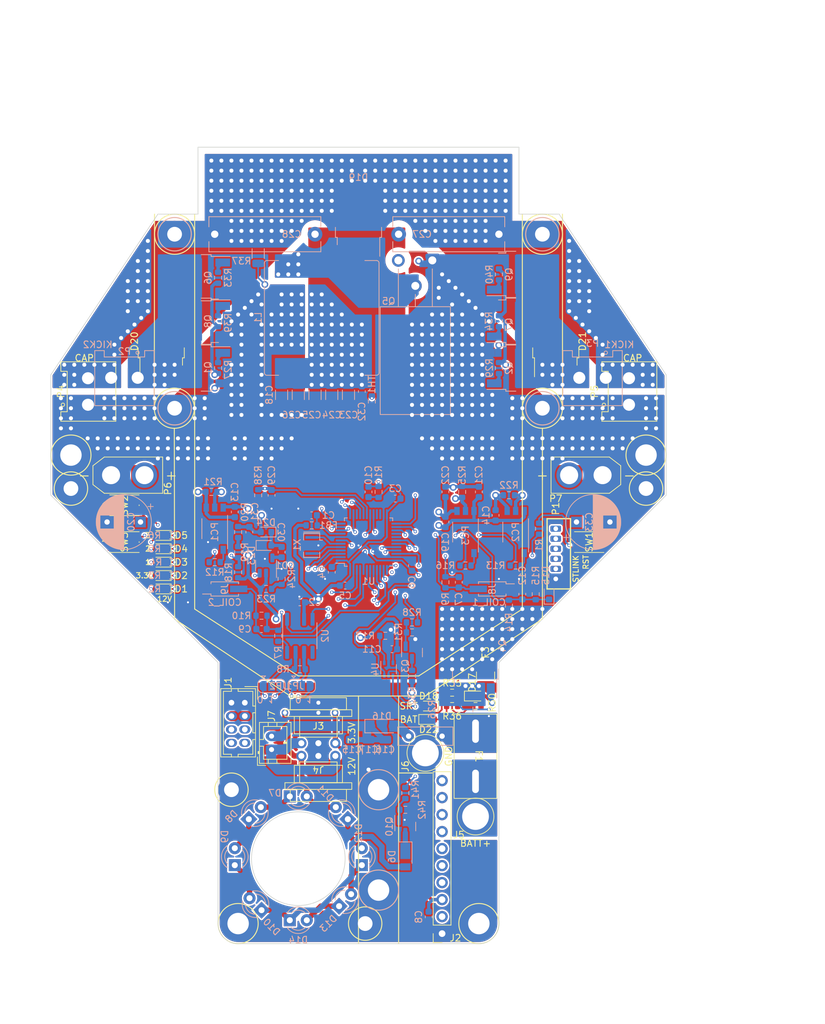
<source format=kicad_pcb>
(kicad_pcb (version 20211014) (generator pcbnew)
  (layers (0 "F.Cu" signal) (1 "In1.Cu" signal) (2 "In2.Cu" signal) (31 "B.Cu" signal) (34 "B.Paste" user) (35 "F.Paste" user) (36 "B.SilkS" user "B.Silkscreen") (37 "F.SilkS" user "F.Silkscreen") (38 "B.Mask" user) (39 "F.Mask" user) (44 "Edge.Cuts" user))
  (net 0 "")
  (net 1 "Net-(D10-Pad2)")
  (net 2 "GND")
  (net 3 "+3.3V")
  (net 4 "Net-(PC2-Pad1)")
  (net 5 "/CAP_450V")
  (net 6 "-12V")
  (net 7 "+12V")
  (net 8 "+BATT")
  (net 9 "/LED_1")
  (net 10 "Net-(D1-Pad1)")
  (net 11 "/LED_2")
  (net 13 "Net-(D2-Pad1)")
  (net 14 "/CAN_H")
  (net 15 "/CAN_L")
  (net 16 "Net-(PC1-Pad1)")
  (net 17 "/NRST")
  (net 18 "Net-(D6-Pad1)")
  (net 19 "Net-(Q10-Pad1)")
  (net 20 "/OSC_IN")
  (net 21 "/OSC_OUT")
  (net 22 "/USART_TX")
  (net 23 "/USART_RX")
  (net 24 "/CAN_RX")
  (net 25 "/CAN_TX")
  (net 26 "/SWDIO")
  (net 27 "/SWCLK")
  (net 28 "Net-(F1-Pad2)")
  (net 29 "Net-(PC3-Pad1)")
  (net 30 "Net-(PC3-Pad5)")
  (net 31 "Net-(D3-Pad1)")
  (net 32 "Net-(D4-Pad1)")
  (net 33 "/CAN0_L")
  (net 34 "/CAN0_H")
  (net 35 "/CAN1_L")
  (net 36 "/CAN1_H")
  (net 37 "/LOGIC_POWER")
  (net 38 "/BATT_CS")
  (net 39 "/POWER_SW_EN")
  (net 40 "Net-(D10-Pad1)")
  (net 41 "Net-(D17-Pad1)")
  (net 42 "Net-(D18-Pad1)")
  (net 43 "Net-(F1-Pad1)")
  (net 44 "/LED_3")
  (net 49 "Net-(Q1-Pad1)")
  (net 50 "Net-(Q2-Pad1)")
  (net 51 "Net-(Q6-Pad1)")
  (net 52 "Net-(Q7-Pad1)")
  (net 53 "Net-(Q8-Pad1)")
  (net 54 "Net-(Q9-Pad1)")
  (net 55 "/BATT_V")
  (net 56 "/GD_16P")
  (net 57 "/GD_16M")
  (net 58 "/BOOST_SW")
  (net 59 "/LED_CURRENT")
  (net 60 "/KICK_1")
  (net 61 "/KICK_2")
  (net 62 "/BOOST_V")
  (net 63 "/TEMP_FET")
  (net 64 "/TEMP_COIL_1")
  (net 65 "/TEMP_COIL_2")
  (net 66 "/MOUSE_NSS")
  (net 67 "/SPI1_SCK")
  (net 68 "/SPI1_MISO")
  (net 69 "/SPI1_MOSI")
  (net 70 "/MOUSE_RST")
  (net 71 "/GD_16M_PWM")
  (net 72 "/SW_1")
  (net 73 "/SW_2")
  (net 74 "Net-(C1-Pad2)")
  (net 75 "/KICK_2_SOURCE")
  (net 76 "Net-(C15-Pad2)")
  (net 77 "Net-(C21-Pad2)")
  (net 78 "Net-(C30-Pad1)")
  (net 79 "Net-(C30-Pad2)")
  (net 80 "Net-(D5-Pad1)")
  (net 81 "Net-(D7-Pad1)")
  (net 82 "Net-(D8-Pad1)")
  (net 83 "Net-(D11-Pad1)")
  (net 84 "Net-(D12-Pad1)")
  (net 85 "Net-(D13-Pad1)")
  (net 86 "Net-(D16-Pad2)")
  (net 87 "Net-(D17-Pad2)")
  (net 88 "Net-(D19-Pad2)")
  (net 89 "Net-(D20-Pad2)")
  (net 90 "Net-(D21-Pad2)")
  (net 94 "/KICK_2_GATE")
  (net 95 "/KICK_1_GATE")
  (net 96 "Net-(Q3-Pad1)")
  (net 97 "Net-(Q3-Pad3)")
  (net 98 "Net-(R7-Pad2)")
  (net 99 "Net-(R17-Pad1)")
  (net 100 "Net-(R19-Pad1)")
  (net 103 "/KICK_1_SOURCE")
  (net 104 "Net-(D22-Pad2)")
  (footprint "LED_SMD:LED_0603_1608Metric" (layer "F.Cu") (at 95.5 106 180)
    (fp_text reference "D1")
    (fp_text value "LED")
  )
  (footprint "Diode_SMD:D_0603_1608Metric_Pad1.05x0.95mm_HandSolder" (layer "F.Cu") (at 142.5 122)
    (fp_text reference "D17")
    (fp_text value "D_Zener")
  )
  (footprint "user:Hirose_DF63M-2P-3.96DSA_1x02_P3.96mm_Vertical_pinless" (layer "F.Cu") (at 165.45 78.48 90)
    (fp_text reference "P5")
    (fp_text value "CONN_01X02")
  )
  (footprint "Connector_AMASS:AMASS_XT30U-M_1x02_P5.0mm_Vertical" (layer "F.Cu") (at 88 89)
    (fp_text reference "P6")
    (fp_text value "CONN_01X02")
  )
  (footprint "Resistor_SMD:R_0603_1608Metric" (layer "F.Cu") (at 139 123.5)
    (fp_text reference "R36")
    (fp_text value "10k")
  )
  (footprint "Connector_JST:JST_PH_B2B-PH-K_1x02_P2.00mm_Vertical" (layer "F.Cu") (at 112 130 90)
    (fp_text reference "J7")
    (fp_text value "Conn_01x02")
  )
  (footprint "LED_SMD:LED_0603_1608Metric" (layer "F.Cu") (at 135.5 123.5 180)
    (fp_text reference "D18")
    (fp_text value "LED")
  )
  (footprint "user:VX07805-500" (layer "F.Cu") (at 119 130.951 180)
    (fp_text reference "J4")
    (fp_text value "Conn_01x03")
  )
  (footprint "LED_SMD:LED_0603_1608Metric" (layer "F.Cu") (at 135.5 125.5)
    (fp_text reference "D22")
    (fp_text value "LED")
  )
  (footprint "Resistor_SMD:R_0603_1608Metric" (layer "F.Cu") (at 142.5 123.5 180)
    (fp_text reference "R30")
    (fp_text value "1k")
  )
  (footprint "Connector_Hirose:Hirose_DF11-8DP-2DSA_2x04_P2.00mm_Vertical" (layer "F.Cu") (at 108 123 -90)
    (fp_text reference "J1")
    (fp_text value "Conn_02x04_Odd_Even")
  )
  (footprint "Fuse:Fuse_1210_3225Metric" (layer "F.Cu") (at 144 119 90)
    (fp_text reference "F3")
    (fp_text value "Fuse")
  )
  (footprint "Connector_PinSocket_2.54mm:PinSocket_1x10_P2.54mm_Vertical" (layer "F.Cu") (at 137.5 157.5 180)
    (fp_text reference "J2")
    (fp_text value "Conn_01x10")
  )
  (footprint "Button_Switch_SMD:SW_Push_1P1T_NO_CK_KMR2" (layer "F.Cu") (at 90 99)
    (fp_text reference "SW3")
    (fp_text value "SW_Push")
  )
  (footprint "user:TO-252-2-RD" (layer "F.Cu") (at 154.5 69 90)
    (fp_text reference "D21")
    (fp_text value "D")
  )
  (footprint "LED_SMD:LED_0603_1608Metric" (layer "F.Cu") (at 95.5 100 180)
    (fp_text reference "D4")
    (fp_text value "LED")
  )
  (footprint "LED_SMD:LED_0603_1608Metric" (layer "F.Cu") (at 95.5 104 180)
    (fp_text reference "D2")
    (fp_text value "LED")
  )
  (footprint "user:Reusable_Breaker_Top" (layer "F.Cu") (at 142.5 131 -90)
    (fp_text reference "F1")
    (fp_text value "Fuse")
  )
  (footprint "user:Hirose_DF63M-2P-3.96DSA_1x02_P3.96mm_Vertical_pinless" (layer "F.Cu") (at 84.55 78.48 90)
    (fp_text reference "P4")
    (fp_text value "CONN_01X02")
  )
  (footprint "user:VX07805-500" (layer "F.Cu") (at 119 129.049)
    (fp_text reference "J3")
    (fp_text value "Conn_01x03")
  )
  (footprint "LED_SMD:LED_0603_1608Metric" (layer "F.Cu") (at 95.5 102 180)
    (fp_text reference "D3")
    (fp_text value "LED")
  )
  (footprint "Resistor_SMD:R_0603_1608Metric" (layer "F.Cu") (at 139 121.5)
    (fp_text reference "R35")
    (fp_text value "10k")
  )
  (footprint "user:TO-252-2-RD" (layer "F.Cu") (at 95.5 69 90)
    (fp_text reference "D20")
    (fp_text value "D")
  )
  (footprint "Connector_AMASS:AMASS_XT30U-M_1x02_P5.0mm_Vertical" (layer "F.Cu") (at 161.5 89 180)
    (fp_text reference "P7")
    (fp_text value "CONN_01X02")
  )
  (footprint "LED_SMD:LED_0603_1608Metric" (layer "F.Cu") (at 95.5 98 180)
    (fp_text reference "D5")
    (fp_text value "LED")
  )
  (footprint "TestPoint:TestPoint_Plated_Hole_D4.0mm" (layer "F.Cu") (at 142.5 140)
    (fp_text reference "J5")
    (fp_text value "Conn_01x01")
  )
  (footprint "user:ZH_B6B-ZR" (layer "F.Cu") (at 154.5 104.5 90)
    (fp_text reference "P1")
    (fp_text value "CONN_01X06")
  )
  (footprint "Button_Switch_SMD:SW_Push_1P1T_NO_CK_KMR2" (layer "F.Cu") (at 90 93.5 180)
    (fp_text reference "SW2")
    (fp_text value "SW_Push")
  )
  (footprint "TestPoint:TestPoint_Plated_Hole_D4.0mm" (layer "F.Cu") (at 135 130.5 90)
    (fp_text reference "J6")
    (fp_text value "Conn_01x01")
  )
  (footprint "Button_Switch_SMD:SW_Push_1P1T_NO_CK_KMR2" (layer "F.Cu") (at 159.5 99 180)
    (fp_text reference "SW1")
    (fp_text value "SW_Push")
  )
  (footprint "Capacitor_THT:CP_Radial_D8.0mm_P5.00mm" (layer "B.Cu") (at 92.402651 96 180)
    (fp_text reference "C20")
    (fp_text value "150u")
  )
  (footprint "Resistor_SMD:R_0603_1608Metric" (layer "B.Cu") (at 110.5 110)
    (fp_text reference "R10")
    (fp_text value "10k")
  )
  (footprint "Resistor_SMD:R_1206_3216Metric" (layer "B.Cu") (at 110 55.9 -90)
    (fp_text reference "R37")
    (fp_text value "1M")
  )
  (footprint "Connector_PinHeader_2.00mm:PinHeader_2x01_P2.00mm_Vertical_SMD" (layer "B.Cu") (at 105 106)
    (fp_text reference "J9")
    (fp_text value "Conn_01x02")
  )
  (footprint "user:TO-252-2_diff" (layer "B.Cu") (at 100.5 73 180)
    (fp_text reference "Q1")
    (fp_text value "Q_NMOS_GDS")
  )
  (footprint "Jumper:SolderJumper-3_P1.3mm_Open_RoundedPad1.0x1.5mm" (layer "B.Cu") (at 116.5 120.5)
    (fp_text reference "JP2")
    (fp_text value "Jumper_3_Open")
  )
  (footprint "Resistor_SMD:R_0603_1608Metric" (layer "B.Cu") (at 97 104 180)
    (fp_text reference "R3")
    (fp_text value "4.7k")
  )
  (footprint "Capacitor_SMD:C_0603_1608Metric" (layer "B.Cu") (at 118 95)
    (fp_text reference "C1")
    (fp_text value "0.1u")
  )
  (footprint "Capacitor_THT:CP_Radial_D8.0mm_P5.00mm" (layer "B.Cu") (at 157.597349 96)
    (fp_text reference "C33")
    (fp_text value "150u")
  )
  (footprint "Resistor_SMD:R_0603_1608Metric" (layer "B.Cu") (at 138 105 90)
    (fp_text reference "R9")
    (fp_text value "10k")
  )
  (footprint "Resistor_SMD:R_0603_1608Metric" (layer "B.Cu") (at 103.5 102 180)
    (fp_text reference "R12")
    (fp_text value "100")
  )
  (footprint "Package_TO_SOT_SMD:SOT-23-5" (layer "B.Cu") (at 111.175 102.5 90)
    (fp_text reference "GD1")
    (fp_text value "MCP1402T")
  )
  (footprint "Resistor_SMD:R_0603_1608Metric" (layer "B.Cu") (at 107 100.5 -90)
    (fp_text reference "R19")
    (fp_text value "10k")
  )
  (footprint "Resistor_SMD:R_0603_1608Metric" (layer "B.Cu") (at 97 102 180)
    (fp_text reference "R4")
    (fp_text value "4.7k")
  )
  (footprint "Resistor_SMD:R_0603_1608Metric" (layer "B.Cu") (at 111.175 106 180)
    (fp_text reference "R23")
    (fp_text value "10k")
  )
  (footprint "Capacitor_SMD:C_0603_1608Metric" (layer "B.Cu") (at 133 102.5 -90)
    (fp_text reference "C6")
    (fp_text value "0.1u")
  )
  (footprint "Resistor_SMD:R_0603_1608Metric" (layer "B.Cu") (at 129 113)
    (fp_text reference "R17")
    (fp_text value "100")
  )
  (footprint "user:Hirose_DF63M-2P-3.96DSA_1x02_P3.96mm_Vertical_pinless" (layer "B.Cu") (at 91.98 74.45 180)
    (fp_text reference "P2")
    (fp_text value "CONN_01X02")
  )
  (footprint "LED_THT:LED_D3.0mm" (layer "B.Cu") (at 108.598439 140.401561 45)
    (fp_text reference "D8")
    (fp_text value "LED")
  )
  (footprint "Capacitor_SMD:C_1206_3216Metric" (layer "B.Cu") (at 124 130 90)
    (fp_text reference "C15")
    (fp_text value "4.7u")
  )
  (footprint "Resistor_SMD:R_0603_1608Metric" (layer "B.Cu") (at 147.5 108.5 90)
    (fp_text reference "R14")
    (fp_text value "10k")
  )
  (footprint "LED_THT:LED_D3.0mm" (layer "B.Cu") (at 123.401561 140.401561 135)
    (fp_text reference "D11")
    (fp_text value "LED")
  )
  (footprint "Capacitor_SMD:C_0603_1608Metric" (layer "B.Cu") (at 140 105 -90)
    (fp_text reference "C7")
    (fp_text value "0.1u")
  )
  (footprint "Capacitor_SMD:C_0603_1608Metric" (layer "B.Cu") (at 130 115)
    (fp_text reference "C11")
    (fp_text value "0.1u")
  )
  (footprint "Package_TO_SOT_SMD:TO-252-2" (layer "B.Cu") (at 149.5 59)
    (fp_text reference "Q9")
    (fp_text value "Q_NMOS_GDS")
  )
  (footprint "Resistor_SMD:R_0603_1608Metric" (layer "B.Cu") (at 128 91.5 -90)
    (fp_text reference "R11")
    (fp_text value "10k")
  )
  (footprint "Capacitor_SMD:C_0603_1608Metric" (layer "B.Cu") (at 130.5 92.5)
    (fp_text reference "C3")
    (fp_text value "0.1u")
  )
  (footprint "Resistor_SMD:R_0603_1608Metric" (layer "B.Cu") (at 133 111)
    (fp_text reference "R28")
    (fp_text value "100")
  )
  (footprint "Resistor_SMD:R_0603_1608Metric" (layer "B.Cu") (at 104 66 -90)
    (fp_text reference "R39")
    (fp_text value "10")
  )
  (footprint "Resistor_SMD:R_0603_1608Metric" (layer "B.Cu") (at 133 119 -90)
    (fp_text reference "R32")
    (fp_text value "100")
  )
  (footprint "Capacitor_SMD:C_0603_1608Metric" (layer "B.Cu") (at 125.5 76.5 90)
    (fp_text reference "C32")
    (fp_text value "1u")
  )
  (footprint "Diode_SMD:D_PowerDI-123" (layer "B.Cu") (at 132 146 -90)
    (fp_text reference "D6")
    (fp_text value "D")
  )
  (footprint "Resistor_SMD:R_0603_1608Metric" (layer "B.Cu") (at 97 100 180)
    (fp_text reference "R5")
    (fp_text value "4.7k")
  )
  (footprint "Package_TO_SOT_SMD:SOT-363_SC-70-6" (layer "B.Cu") (at 129.5 118 -90)
    (fp_text reference "U4")
    (fp_text value "INA199")
  )
  (footprint "Resistor_SMD:R_0603_1608Metric" (layer "B.Cu") (at 146 73 -90)
    (fp_text reference "R29")
    (fp_text value "10")
  )
  (footprint "Resistor_SMD:R_0603_1608Metric" (layer "B.Cu") (at 140.5 91.5 -90)
    (fp_text reference "R25")
    (fp_text value "1k")
  )
  (footprint "Capacitor_SMD:C_0603_1608Metric" (layer "B.Cu") (at 110.5 112 180)
    (fp_text reference "C9")
    (fp_text value "0.1u")
  )
  (footprint "Capacitor_SMD:C_1206_3216Metric" (layer "B.Cu") (at 118.5 77 -90)
    (fp_text reference "C25")
    (fp_text value "4.7u")
  )
  (footprint "Package_TO_SOT_SMD:TO-252-2" (layer "B.Cu") (at 100.5 59.5 180)
    (fp_text reference "Q6")
    (fp_text value "Q_NMOS_GDS")
  )
  (footprint "Capacitor_SMD:C_0603_1608Metric" (layer "B.Cu") (at 121 103.5 90)
    (fp_text reference "C4")
    (fp_text value "0.1u")
  )
  (footprint "Package_TO_SOT_SMD:TO-252-2" (layer "B.Cu") (at 100.5 66 180)
    (fp_text reference "Q8")
    (fp_text value "Q_NMOS_GDS")
  )
  (footprint "Capacitor_SMD:C_0603_1608Metric" (layer "B.Cu") (at 106.5 94.5 90)
    (fp_text reference "C13")
    (fp_text value "1u")
  )
  (footprint "Crystal:Resonator_SMD_Murata_CSTxExxV-3Pin_3.0x1.1mm" (layer "B.Cu") (at 118 99.5 -90)
    (fp_text reference "X1")
    (fp_text value "ceralock")
  )
  (footprint "Resistor_SMD:R_0603_1608Metric" (layer "B.Cu") (at 132 136.5 90)
    (fp_text reference "R41")
    (fp_text value "100")
  )
  (footprint "Capacitor_THT:C_Rect_L16.5mm_W5.0mm_P15.00mm_MKT" (layer "B.Cu") (at 146 53 180)
    (fp_text reference "C27")
    (fp_text value "0.1u")
  )
  (footprint "Package_SO:MFSOP6-5_4.4x3.6mm_P1.27mm" (layer "B.Cu") (at 148.5 97.5 90)
    (fp_text reference "PC2")
    (fp_text value "TLP117")
  )
  (footprint "Resistor_SMD:R_0603_1608Metric" (layer "B.Cu") (at 147.5 92)
    (fp_text reference "R22")
    (fp_text value "1k")
  )
  (footprint "Capacitor_THT:C_Disc_D8.0mm_W2.5mm_P5.00mm" (layer "B.Cu") (at 132.5 128)
    (fp_text reference "F2")
    (fp_text value "Fuse")
  )
  (footprint "Resistor_SMD:R_0603_1608Metric" (layer "B.Cu") (at 118 96.5 180)
    (fp_text reference "FB1")
    (fp_text value "FerriteBead")
  )
  (footprint "Capacitor_SMD:C_0603_1608Metric" (layer "B.Cu") (at 143 91.5 90)
    (fp_text reference "C21")
    (fp_text value "1u")
  )
  (footprint "Capacitor_SMD:C_0603_1608Metric" (layer "B.Cu") (at 138 91.5 90)
    (fp_text reference "C22")
    (fp_text value "1u")
  )
  (footprint "Capacitor_SMD:C_0603_1608Metric" (layer "B.Cu") (at 126.5 91.5 90)
    (fp_text reference "C10")
    (fp_text value "0.1u")
  )
  (footprint "Resistor_SMD:R_0603_1608Metric" (layer "B.Cu") (at 107 103.5 -90)
    (fp_text reference "R18")
    (fp_text value "10k")
  )
  (footprint "Package_SO:SOIC-8_3.9x4.9mm_P1.27mm" (layer "B.Cu") (at 116.225 113 -90)
    (fp_text reference "U2")
    (fp_text value "LTC2875-S8")
  )
  (footprint "LED_THT:LED_D3.0mm" (layer "B.Cu") (at 106.5 147.275 90)
    (fp_text reference "D9")
    (fp_text value "LED")
  )
  (footprint "Capacitor_SMD:C_0603_1608Metric" (layer "B.Cu") (at 135.5 155 90)
    (fp_text reference "C8")
    (fp_text value "0.1u")
  )
  (footprint "Resistor_SMD:R_0603_1608Metric" (layer "B.Cu") (at 110 92 -90)
    (fp_text reference "R38")
    (fp_text value "4.7k")
  )
  (footprint "Package_TO_SOT_SMD:SOT-23" (layer "B.Cu") (at 133 115.5 -90)
    (fp_text reference "Q3")
    (fp_text value "Q_NMOS_GSD")
  )
  (footprint "Package_TO_SOT_SMD:TO-252-2" (layer "B.Cu") (at 142.5 117 90)
    (fp_text reference "Q4")
    (fp_text value "Q_PMOS_GDS")
  )
  (footprint "Capacitor_SMD:C_0603_1608Metric" (layer "B.Cu") (at 138 96 -90)
    (fp_text reference "C19")
    (fp_text value "1u")
  )
  (footprint "Resistor_SMD:R_0603_1608Metric" (layer "B.Cu") (at 146 59 -90)
    (fp_text reference "R40")
    (fp_text value "10")
  )
  (footprint "Diode_SMD:D_MiniMELF" (layer "B.Cu") (at 128.5 126.5)
    (fp_text reference "D16")
    (fp_text value "D")
  )
  (footprint "Diode_SMD:D_0603_1608Metric" (layer "B.Cu") (at 111.175 97.5 180)
    (fp_text reference "D24")
    (fp_text value "D")
  )
  (footprint "Resistor_SMD:R_0603_1608Metric" (layer "B.Cu") (at 116.225 118 180)
    (fp_text reference "R8")
    (fp_text value "120")
  )
  (footprint "Resistor_SMD:R_0603_1608Metric" (layer "B.Cu") (at 152 97 90)
    (fp_text reference "R1")
    (fp_text value "1k")
  )
  (footprint "Capacitor_SMD:C_0603_1608Metric" (layer "B.Cu") (at 145.5 95 -90)
    (fp_text reference "C14")
    (fp_text value "1u")
  )
  (footprint "Capacitor_SMD:C_1206_3216Metric" (layer "B.Cu") (at 126.5 130 90)
    (fp_text reference "C17")
    (fp_text value "4.7u")
  )
  (footprint "Resistor_SMD:R_1020_2550Metric" (layer "B.Cu") (at 139.5 124 90)
    (fp_text reference "R26")
    (fp_text value "10m")
  )
  (footprint "Resistor_SMD:R_0603_1608Metric" (layer "B.Cu") (at 97 106 180)
    (fp_text reference "R2")
    (fp_text value "10k")
  )
  (footprint "LED_THT:LED_D3.0mm" (layer "B.Cu") (at 114.725 155.5)
    (fp_text reference "D14")
    (fp_text value "LED")
  )
  (footprint "Capacitor_SMD:C_1206_3216Metric" (layer "B.Cu") (at 121 77 -90)
    (fp_text reference "C24")
    (fp_text value "4.7u")
  )
  (footprint "Resistor_SMD:R_0603_1608Metric" (layer "B.Cu") (at 103 91.5)
    (fp_text reference "R21")
    (fp_text value "1k")
  )
  (footprint "Package_SO:MFSOP6-5_4.4x3.6mm_P1.27mm" (layer "B.Cu") (at 103.5 97 90)
    (fp_text reference "PC1")
    (fp_text value "TLP117")
  )
  (footprint "Resistor_SMD:R_0603_1608Metric" (layer "B.Cu") (at 127 78 90)
    (fp_text reference "TH1")
    (fp_text value "Thermistor")
  )
  (footprint "Capacitor_SMD:C_1206_3216Metric" (layer "B.Cu") (at 116 77 -90)
    (fp_text reference "C26")
    (fp_text value "4.7u")
  )
  (footprint "LED_THT:LED_D3.0mm" (layer "B.Cu") (at 110.5 154 135)
    (fp_text reference "D10")
    (fp_text value "LED")
  )
  (footprint "Package_QFP:LQFP-48_7x7mm_P0.5mm" (layer "B.Cu") (at 126.5 99)
    (fp_text reference "U1")
    (fp_text value "STM32F303CBTx")
  )
  (footprint "Resistor_SMD:R_0603_1608Metric" (layer "B.Cu") (at 107 97.5 -90)
    (fp_text reference "R20")
    (fp_text value "1k")
  )
  (footprint "Inductor_SMD:L_Bourns_SRP1770TA_16.9x16.9mm" (layer "B.Cu") (at 119.5 65.5 90)
    (fp_text reference "L1")
    (fp_text value "10uH")
  )
  (footprint "Capacitor_SMD:C_0603_1608Metric" (layer "B.Cu") (at 116.225 108)
    (fp_text reference "C2")
    (fp_text value "0.1u")
  )
  (footprint "user:TO-220F-3_Horizontal_TabDown_HV_INV_diff" (layer "B.Cu") (at 130.96 60.7175)
    (fp_text reference "Q5")
    (fp_text value "Q_NMOS_GDS")
  )
  (footprint "Capacitor_SMD:C_0603_1608Metric" (layer "B.Cu") (at 149.5 106.7875 -90)
    (fp_text reference "C12")
    (fp_text value "0.1u")
  )
  (footprint "Capacitor_SMD:C_1206_3216Metric" (layer "B.Cu") (at 113.5 77 -90)
    (fp_text reference "C18")
    (fp_text value "4.7u")
  )
  (footprint "LED_THT:LED_D3.0mm" (layer "B.Cu") (at 125.5 147.275 90)
    (fp_text reference "D12")
    (fp_text value "LED")
  )
  (footprint "user:Hirose_DF63M-2P-3.96DSA_1x02_P3.96mm_Vertical_pinless" (layer "B.Cu") (at 161.98 74.45 180)
    (fp_text reference "P3")
    (fp_text value "CONN_01X02")
  )
  (footprint "Capacitor_SMD:C_1206_3216Metric" (layer "B.Cu") (at 129 130 90)
    (fp_text reference "C16")
    (fp_text value "4.7u")
  )
  (footprint "LED_THT:LED_D3.0mm" (layer "B.Cu") (at 122.098439 153.401561 45)
    (fp_text reference "D13")
    (fp_text value "LED")
  )
  (footprint "Resistor_SMD:R_0603_1608Metric" (layer "B.Cu") (at 113.5 104.5 -90)
    (fp_text reference "R24")
    (fp_text value "1k")
  )
  (footprint "Resistor_SMD:R_0603_1608Metric" (layer "B.Cu") (at 104 73 -90)
    (fp_text reference "R27")
    (fp_text value "10")
  )
  (footprint "Capacitor_SMD:C_0603_1608Metric" (layer "B.Cu") (at 108.675 97.5 90)
    (fp_text reference "C31")
    (fp_text value "1u")
  )
  (footprint "Capacitor_SMD:C_0603_1608Metric" (layer "B.Cu") (at 112 92 90)
    (fp_text reference "C29")
    (fp_text value "0.1u")
  )
  (footprint "Package_SO:MFSOP6-5_4.4x3.6mm_P1.27mm" (layer "B.Cu") (at 141 97.5 90)
    (fp_text reference "PC3")
    (fp_text value "TLP117")
  )
  (footprint "LED_THT:LED_D3.0mm" (layer "B.Cu") (at 114.725 137)
    (fp_text reference "D7")
    (fp_text value "LED")
  )
  (footprint "Resistor_SMD:R_0603_1608Metric" (layer "B.Cu") (at 104 59.5 -90)
    (fp_text reference "R33")
    (fp_text value "10")
  )
  (footprint "Capacitor_SMD:C_1206_3216Metric" (layer "B.Cu") (at 123.5 77 -90)
    (fp_text reference "C23")
    (fp_text value "4.7u")
  )
  (footprint "Capacitor_THT:C_Rect_L16.5mm_W5.0mm_P15.00mm_MKT" (layer "B.Cu") (at 103.5 53)
    (fp_text reference "C28")
    (fp_text value "0.1u")
  )
  (footprint "Package_TO_SOT_SMD:SOT-23" (layer "B.Cu") (at 132 141.5 -90)
    (fp_text reference "Q10")
    (fp_text value "Q_NMOS_GSD")
  )
  (footprint "Resistor_SMD:R_0603_1608Metric" (layer "B.Cu") (at 141 102.5 180)
    (fp_text reference "R16")
    (fp_text value "100")
  )
  (footprint "Capacitor_SMD:C_0603_1608Metric" (layer "B.Cu") (at 123 105.5 180)
    (fp_text reference "C5")
    (fp_text value "0.1u")
  )
  (footprint "Jumper:SolderJumper-3_P1.3mm_Open_RoundedPad1.0x1.5mm" (layer "B.Cu") (at 112 120.5)
    (fp_text reference "JP1")
    (fp_text value "Jumper_3_Open")
  )
  (footprint "user:TO-252-2_diff" (layer "B.Cu") (at 149.5 73)
    (fp_text reference "Q2")
    (fp_text value "Q_NMOS_GDS")
  )
  (footprint "Resistor_SMD:R_0603_1608Metric" (layer "B.Cu") (at 132 139 180)
    (fp_text reference "R42")
    (fp_text value "1k")
  )
  (footprint "user:TO-252-2-RD" (layer "B.Cu") (at 125 51 90)
    (fp_text reference "D19")
    (fp_text value "D")
  )
  (footprint "Capacitor_SMD:C_0603_1608Metric" (layer "B.Cu") (at 113.5 100.5 90)
    (fp_text reference "C30")
    (fp_text value "1u")
  )
  (footprint "Resistor_SMD:R_0603_1608Metric" (layer "B.Cu") (at 146 66 -90)
    (fp_text reference "R34")
    (fp_text value "10")
  )
  (footprint "Connector_PinHeader_2.00mm:PinHeader_2x01_P2.00mm_Vertical_SMD" (layer "B.Cu") (at 145 106 180)
    (fp_text reference "J8")
    (fp_text value "Conn_01x02")
  )
  (footprint "Resistor_SMD:R_0603_1608Metric" (layer "B.Cu") (at 133 112.5 180)
    (fp_text reference "R31")
    (fp_text value "1k")
  )
  (footprint "Package_TO_SOT_SMD:TO-252-2" (layer "B.Cu") (at 149.5 66)
    (fp_text reference "Q7")
    (fp_text value "Q_NMOS_GDS")
  )
  (footprint "Diode_SMD:D_0603_1608Metric" (layer "B.Cu") (at 153.5 106.7875 90)
    (fp_text reference "D15")
    (fp_text value "D_Zener_3.3V")
  )
  (footprint "Resistor_SMD:R_0603_1608Metric" (layer "B.Cu") (at 151.5 106.7875 90)
    (fp_text reference "R15")
    (fp_text value "1k")
  )
  (footprint "Resistor_SMD:R_0603_1608Metric" (layer "B.Cu") (at 148.5 102.5 180)
    (fp_text reference "R13")
    (fp_text value "100")
  )
  (footprint "Resistor_SMD:R_0603_1608Metric" (layer "B.Cu") (at 113 113 -90)
    (fp_text reference "R7")
    (fp_text value "1k")
  )
  (footprint "Diode_SMD:D_0603_1608Metric" (layer "B.Cu") (at 111.175 99.5)
    (fp_text reference "D23")
    (fp_text value "D")
  )
  (footprint "Resistor_SMD:R_0603_1608Metric" (layer "B.Cu") (at 97 98 180)
    (fp_text reference "R6")
    (fp_text value "4.7k")
  )
  (gr_circle (center 128 136) (end 131 136) (layer "B.SilkS") (width 0.15) (fill none))
  (gr_circle (center 128 151) (end 131 151) (layer "B.SilkS") (width 0.15) (fill none))
  (gr_circle (center 152.5 79) (end 155 79) (layer "B.SilkS") (width 0.15) (fill none))
  (gr_circle (center 152.5 53) (end 155 53) (layer "B.SilkS") (width 0.15) (fill none))
  (gr_circle (center 97.5 79) (end 100 79) (layer "B.SilkS") (width 0.15) (fill none))
  (gr_circle (center 97.5 53) (end 100 53) (layer "B.SilkS") (width 0.15) (fill none))
  (gr_line (start 100.5 109) (end 100.5 50) (layer "F.SilkS") (width 0.15))
  (gr_line (start 125 122) (end 125 159) (layer "F.SilkS") (width 0.15))
  (gr_circle (center 168 91) (end 170.5 91) (layer "F.SilkS") (width 0.15) (fill none))
  (gr_line (start 116 119) (end 134 119) (layer "F.SilkS") (width 0.15))
  (gr_line (start 149.5 50) (end 149.5 109) (layer "F.SilkS") (width 0.15))
  (gr_circle (center 97.5 53) (end 94.5 53) (layer "F.SilkS") (width 0.15) (fill none))
  (gr_circle (center 152.5 53) (end 155.5 53) (layer "F.SilkS") (width 0.15) (fill none))
  (gr_circle (center 82 91) (end 84.5 91) (layer "F.SilkS") (width 0.15) (fill none))
  (gr_circle (center 126 156) (end 128.5 156) (layer "F.SilkS") (width 0.15) (fill none))
  (gr_circle (center 152.5 79) (end 155.5 79) (layer "F.SilkS") (width 0.15) (fill none))
  (gr_circle (center 97.46 79) (end 94.46 79) (layer "F.SilkS") (width 0.15) (fill none))
  (gr_circle (center 143 156) (end 146 156) (layer "F.SilkS") (width 0.15) (fill none))
  (gr_line (start 97.46 82) (end 97.5 110.5) (layer "F.SilkS") (width 0.15))
  (gr_line (start 97.5 110.5) (end 114.8 122) (layer "F.SilkS") (width 0.15))
  (gr_line (start 152.5 110.5) (end 135 122) (layer "F.SilkS") (width 0.15))
  (gr_circle (center 168 86) (end 171 86) (layer "F.SilkS") (width 0.15) (fill none))
  (gr_circle (center 106 136) (end 108.5 136) (layer "F.SilkS") (width 0.15) (fill none))
  (gr_circle (center 82 86) (end 85 86) (layer "F.SilkS") (width 0.15) (fill none))
  (gr_line (start 155.5 79) (end 155.5 50) (layer "F.SilkS") (width 0.15))
  (gr_line (start 116 119) (end 100.5 109) (layer "F.SilkS") (width 0.15))
  (gr_line (start 134 119) (end 149.5 109) (layer "F.SilkS") (width 0.15))
  (gr_line (start 114.8 122) (end 135 122) (layer "F.SilkS") (width 0.15))
  (gr_line (start 131 133.5) (end 136 133.5) (layer "F.SilkS") (width 0.15))
  (gr_line (start 94.5 50) (end 94.46 79) (layer "F.SilkS") (width 0.15))
  (gr_line (start 131 159) (end 131 122) (layer "F.SilkS") (width 0.15))
  (gr_line (start 152.5 82) (end 152.5 110.5) (layer "F.SilkS") (width 0.15))
  (gr_circle (center 107 156) (end 110 156) (layer "F.SilkS") (width 0.15) (fill none))
  (gr_line (start 149 50) (end 155 50) (layer "Edge.Cuts") (width 0.1))
  (gr_line (start 104 117) (end 79 92) (layer "Edge.Cuts") (width 0.1))
  (gr_line (start 155 50) (end 171 74) (layer "Edge.Cuts") (width 0.1))
  (gr_arc (start 107 159) (mid 104.87868 158.12132) (end 104 156) (layer "Edge.Cuts") (width 0.1))
  (gr_line (start 101 40) (end 101 50) (layer "Edge.Cuts") (width 0.1))
  (gr_line (start 149 40) (end 101 40) (layer "Edge.Cuts") (width 0.1))
  (gr_line (start 95 50) (end 101 50) (layer "Edge.Cuts") (width 0.1))
  (gr_line (start 79 92) (end 79 74) (layer "Edge.Cuts") (width 0.1))
  (gr_line (start 171 92) (end 146 117) (layer "Edge.Cuts") (width 0.1))
  (gr_line (start 171 92) (end 171 74) (layer "Edge.Cuts") (width 0.1))
  (gr_circle (center 116 146.3) (end 123 146.3) (layer "Edge.Cuts") (width 0.1) (fill none))
  (gr_line (start 79 74) (end 95 50) (layer "Edge.Cuts") (width 0.1))
  (gr_line (start 146 156) (end 146 117) (layer "Edge.Cuts") (width 0.1))
  (gr_line (start 104 117) (end 104 156) (layer "Edge.Cuts") (width 0.1))
  (gr_line (start 149 50) (end 149 40) (layer "Edge.Cuts") (width 0.1))
  (gr_line (start 107 159) (end 143 159) (layer "Edge.Cuts") (width 0.1))
  (gr_arc (start 146 156) (mid 145.12132 158.12132) (end 143 159) (layer "Edge.Cuts") (width 0.1))
  (gr_text "COIL_2" (at 105 108) (layer "B.SilkS") (effects (font (size 1 1)) (justify mirror)))
  (gr_text "KICK1" (at 164 69.5) (layer "B.SilkS") (effects (font (size 1 1)) (justify mirror)))
  (gr_text "COIL_1" (at 144.5 108) (layer "B.SilkS") (effects (font (size 1 1)) (justify mirror)))
  (gr_text "0 1    0 1" (at 114 122.5 180) (layer "B.SilkS") (effects (font (size 1 1)) (justify mirror)))
  (gr_text "KICK2" (at 86 69.5) (layer "B.SilkS") (effects (font (size 1 1)) (justify mirror)))
  (gr_text "BATT+" (at 142.5 144) (layer "F.SilkS") (effects (font (size 1 1))))
  (gr_text "STLINK" (at 157.5 103 90) (layer "F.SilkS") (effects (font (size 0.8 0.8))))
  (gr_text "3.3V" (at 124 127.5 90) (layer "F.SilkS") (effects (font (size 1 1))))
  (gr_text "RST" (at 159 102 90) (layer "F.SilkS") (effects (font (size 0.8 0.8))))
  (gr_text "2" (at 93.5 100) (layer "F.SilkS") (effects (font (size 0.8 0.8))))
  (gr_text "1" (at 93.5 102) (layer "F.SilkS") (effects (font (size 0.8 0.8))))
  (gr_text "12V" (at 124 132.5 90) (layer "F.SilkS") (effects (font (size 1 1))))
  (gr_text "BAT\n" (at 132.5 125.5) (layer "F.SilkS") (effects (font (size 1 1))))
  (gr_text "12V" (at 96 107.5) (layer "F.SilkS") (effects (font (size 0.8 0.8))))
  (gr_text "CAP" (at 84 71.5) (layer "F.SilkS") (effects (font (size 1 1))))
  (gr_text "CAP" (at 166 71.5) (layer "F.SilkS") (effects (font (size 1 1))))
  (gr_text "SRT" (at 132.5 123.5) (layer "F.SilkS") (effects (font (size 1 1))))
  (gr_text "3.3V" (at 93 104) (layer "F.SilkS") (effects (font (size 0.8 0.8))))
  (gr_text "GND" (at 138.5 131 90) (layer "F.SilkS") (effects (font (size 1 1))))
  (gr_text "1" (at 87 93.5) (layer "F.SilkS") (effects (font (size 0.8 0.8))))
  (gr_text "2" (at 87 98.5) (layer "F.SilkS") (effects (font (size 0.8 0.8))))
  (gr_text "3" (at 93.5 98) (layer "F.SilkS") (effects (font (size 0.8 0.8))))
  (segment (start 108.703949 149.478949) (end 106.5 147.275) (width 0.8) (layer "F.Cu") (net 1))
  (segment (start 108.703949 152.203949) (end 108.703949 149.478949) (width 0.8) (layer "F.Cu") (net 1))
  (segment (start 134.5 157.5) (end 137.5 157.5) (width 0.5) (layer "F.Cu") (net 2))
  (segment (start 134 157) (end 134.5 157.5) (width 0.5) (layer "F.Cu") (net 2))
  (segment (start 161.55 97.047349) (end 162.597349 96) (width 0.25) (layer "F.Cu") (net 2))
  (segment (start 119 129.049) (end 119 124.5) (width 1.5) (layer "F.Cu") (net 2))
  (segment (start 131.9005 140.5) (end 131.9005 139.5995) (width 0.5) (layer "F.Cu") (net 2))
  (segment (start 87.95 99.8) (end 85.5 97.35) (width 0.25) (layer "F.Cu") (net 2))
  (segment (start 119 124.5) (end 119 123) (width 1.5) (layer "F.Cu") (net 2))
  (segment (start 134.7125 127.2125) (end 135 127.5) (width 0.25) (layer "F.Cu") (net 2))
  (segment (start 129.5 133) (end 134 137.5) (width 0.5) (layer "F.Cu") (net 2))
  (segment (start 119.5 133) (end 126.5 133) (width 0.8) (layer "F.Cu") (net 2))
  (segment (start 126.5 133) (end 129.5 133) (width 0.5) (layer "F.Cu") (net 2))
  (segment (start 87.95 99.8) (end 92.05 99.8) (width 0.25) (layer "F.Cu") (net 2))
  (segment (start 131.9005 139.5995) (end 134 137.5) (width 0.5) (layer "F.Cu") (net 2))
  (segment (start 85.5 91.5) (end 88 89) (width 0.25) (layer "F.Cu") (net 2))
  (segment (start 87.95 92.7) (end 86.7 92.7) (width 0.25) (layer "F.Cu") (net 2))
  (segment (start 157.45 98.2) (end 161.55 98.2) (width 0.25) (layer "F.Cu") (net 2))
  (segment (start 134 137.5) (end 134 157) (width 0.5) (layer "F.Cu") (net 2))
  (segment (start 119 132.5) (end 119.5 133) (width 0.8) (layer "F.Cu") (net 2))
  (segment (start 87.95 92.7) (end 92.05 92.7) (width 0.25) (layer "F.Cu") (net 2))
  (segment (start 86.7 92.7) (end 85.5 91.5) (width 0.25) (layer "F.Cu") (net 2))
  (segment (start 135 127.5) (end 135 130.5) (width 0.25) (layer "F.Cu") (net 2))
  (segment (start 134.7125 125.5) (end 134.7125 127.2125) (width 0.25) (layer "F.Cu") (net 2))
  (segment (start 161.55 98.2) (end 161.55 97.047349) (width 0.25) (layer "F.Cu") (net 2))
  (segment (start 119 130.951) (end 119 129.049) (width 0.8) (layer "F.Cu") (net 2))
  (segment (start 85.5 97.35) (end 85.5 91.5) (width 0.25) (layer "F.Cu") (net 2))
  (segment (start 119 130.951) (end 119 132.5) (width 0.8) (layer "F.Cu") (net 2))
  (via (at 87.5 85) (size 1) (drill 0.6) (layers "F.Cu" "B.Cu") (net 2))
  (via (at 143.5 80) (size 1) (drill 0.6) (layers "F.Cu" "B.Cu") (net 2))
  (via (at 136 72.5) (size 1) (drill 0.6) (layers "F.Cu" "B.Cu") (net 2))
  (via (at 145 77) (size 1) (drill 0.6) (layers "F.Cu" "B.Cu") (net 2))
  (via (at 136 69.5) (size 1) (drill 0.6) (layers "F.Cu" "B.Cu") (net 2))
  (via (at 115 65) (size 1) (drill 0.6) (layers "F.Cu" "B.Cu") (net 2))
  (via (at 113.5 80) (size 1) (drill 0.6) (layers "F.Cu" "B.Cu") (net 2))
  (via (at 143.5 75.5) (size 1) (drill 0.6) (layers "F.Cu" "B.Cu") (net 2))
  (via (at 158.5 83.5) (size 1) (drill 0.6) (layers "F.Cu" "B.Cu") (net 2))
  (via (at 96.5 85) (size 1) (drill 0.6) (layers "F.Cu" "B.Cu") (net 2))
  (via (at 116.5 66.5) (size 1) (drill 0.6) (layers "F.Cu" "B.Cu") (net 2))
  (via (at 140.5 75.5) (size 1) (drill 0.6) (layers "F.Cu" "B.Cu") (net 2))
  (via (at 93 80.5) (size 1) (drill 0.6) (layers "F.Cu" "B.Cu") (net 2))
  (via (at 128 151) (size 4) (drill 3.2) (layers "F.Cu" "B.Cu") (net 2))
  (via (at 149.5 77.5) (size 1) (drill 0.6) (layers "F.Cu" "B.Cu") (net 2))
  (via (at 149 104.5) (size 0.5) (drill 0.3) (layers "F.Cu" "B.Cu") (net 2))
  (via (at 146 104.5) (size 0.5) (drill 0.3) (layers "F.Cu" "B.Cu") (net 2))
  (via (at 91.5 77.5) (size 1) (drill 0.6) (layers "F.Cu" "B.Cu") (net 2))
  (via (at 112 68) (size 1) (drill 0.6) (layers "F.Cu" "B.Cu") (net 2))
  (via (at 155.5 83.5) (size 1) (drill 0.6) (layers "F.Cu" "B.Cu") (net 2))
  (via (at 161.5 80.5) (size 1) (drill 0.6) (layers "F.Cu" "B.Cu") (net 2))
  (via (at 99.5 85) (size 1) (drill 0.6) (layers "F.Cu" "B.Cu") (net 2))
  (via (at 112 86.5) (size 1) (drill 0.6) (layers "F.Cu" "B.Cu") (net 2))
  (via (at 106 66) (size 1) (drill 0.6) (layers "F.Cu" "B.Cu") (net 2))
  (via (at 98 83.5) (size 1) (drill 0.6) (layers "F.Cu" "B.Cu") (net 2))
  (via (at 87.5 83.5) (size 1) (drill 0.6) (layers "F.Cu" "B.Cu") (net 2))
  (via (at 113.5 103) (size 0.5) (drill 0.3) (layers "F.Cu" "B.Cu") (net 2))
  (via (at 133 74) (size 1) (drill 0.6) (layers "F.Cu" "B.Cu") (net 2))
  (via (at 115 66.5) (size 1) (drill 0.6) (layers "F.Cu" "B.Cu") (net 2))
  (via (at 133 66.5) (size 1) (drill 0.6) (layers "F.Cu" "B.Cu") (net 2))
  (via (at 110.5 71) (size 1) (drill 0.6) (layers "F.Cu" "B.Cu") (net 2))
  (via (at 160 83.5) (size 1) (drill 0.6) (layers "F.Cu" "B.Cu") (net 2))
  (via (at 80.5 82) (size 1) (drill 0.6) (layers "F.Cu" "B.Cu") (net 2))
  (via (at 137.5 74) (size 1) (drill 0.6) (layers "F.Cu" "B.Cu") (net 2))
  (via (at 142 74) (size 1) (drill 0.6) (layers "F.Cu" "B.Cu") (net 2))
  (via (at 115 68) (size 1) (drill 0.6) (layers "F.Cu" "B.Cu") (net 2))
  (via (at 168 80.5) (size 1) (drill 0.6) (layers "F.Cu" "B.Cu") (net 2))
  (via (at 155.5 79) (size 1) (drill 0.6) (layers "F.Cu" "B.Cu") (net 2))
  (via (at 134.5 80) (size 1) (drill 0.6) (layers "F.Cu" "B.Cu") (net 2))
  (via (at 96.5 86.5) (size 1) (drill 0.6) (layers "F.Cu" "B.Cu") (net 2))
  (via (at 160 85) (size 1) (drill 0.6) (layers "F.Cu" "B.Cu") (net 2))
  (via (at 140.5 80) (size 1) (drill 0.6) (layers "F.Cu" "B.Cu") (net 2))
  (via (at 113.5 85) (size 1) (drill 0.6) (layers "F.Cu" "B.Cu") (net 2))
  (via (at 157 83.5) (size 1) (drill 0.6) (layers "F.Cu" "B.Cu") (net 2))
  (via (at 149.5 85) (size 1) (drill 0.6) (layers "F.Cu" "B.Cu") (net 2))
  (via (at 110.5 83.5) (size 1) (drill 0.6) (layers "F.Cu" "B.Cu") (net 2))
  (via (at 107.5 69.5) (size 1) (drill 0.6) (layers "F.Cu" "B.Cu") (net 2))
  (via (at 90.5 83.5) (size 1) (drill 0.6) (layers "F.Cu" "B.Cu") (net 2))
  (via (at 139 63.5) (size 1) (drill 0.6) (layers "F.Cu" "B.Cu") (net 2))
  (via (at 139 65) (size 1) (drill 0.6) (layers "F.Cu" "B.Cu") (net 2))
  (via (at 163 80.5) (size 1) (drill 0.6) (layers "F.Cu" "B.Cu") (net 2))
  (via (at 142 75.5) (size 1) (drill 0.6) (layers "F.Cu" "B.Cu") (net 2))
  (via (at 97.5 79) (size 4) (drill 2.2) (layers "F.Cu" "B.Cu") (net 2))
  (via (at 155.5 77.5) (size 1) (drill 0.6) (layers "F.Cu" "B.Cu") (net 2))
  (via (at 161.5 85) (size 1) (drill 0.6) (layers "F.Cu" "B.Cu") (net 2))
  (via (at 86 83.5) (size 1) (drill 0.6) (layers "F.Cu" "B.Cu") (net 2))
  (via (at 86 85) (size 1) (drill 0.6) (layers "F.Cu" "B.Cu") (net 2))
  (via (at 107.5 68) (size 1) (drill 0.6) (layers "F.Cu" "B.Cu") (net 2))
  (via (at 113.5 83.5) (size 1) (drill 0.6) (layers "F.Cu" "B.Cu") (net 2))
  (via (at 166 83.5) (size 1) (drill 0.6) (layers "F.Cu" "B.Cu") (net 2))
  (via (at 143.5 83.5) (size 1) (drill 0.6) (layers "F.Cu" "B.Cu") (net 2))
  (via (at 108 83.5) (size 1) (drill 0.6) (layers "F.Cu" "B.Cu") (net 2))
  (via (at 140.5 71) (size 1) (drill 0.6) (layers "F.Cu" "B.Cu") (net 2))
  (via (at 151 85) (size 1) (drill 0.6) (layers "F.Cu" "B.Cu") (net 2))
  (via (at 115 83.5) (size 1) (drill 0.6) (layers "F.Cu" "B.Cu") (net 2))
  (via (at 115 80) (size 1) (drill 0.6) (layers "F.Cu" "B.Cu") (net 2))
  (via (at 102.5 85) (size 1) (drill 0.6) (layers "F.Cu" "B.Cu") (net 2))
  (via (at 126.5 133) (size 1) (drill 0.6) (layers "F.Cu" "B.Cu") (net 2))
  (via (at 109 63) (size 1) (drill 0.6) (layers "F.Cu" "B.Cu") (net 2))
  (via (at 140.5 85) (size 1) (drill 0.6) (layers "F.Cu" "B.Cu") (net 2))
  (via (at 143.5 78.5) (size 1) (drill 0.6) (layers "F.Cu" "B.Cu") (net 2))
  (via (at 148 85) (size 1) (drill 0.6) (layers "F.Cu" "B.Cu") (net 2))
  (via (at 116.156233 107.156233) (size 0.5) (drill 0.3) (layers "F.Cu" "B.Cu") (net 2))
  (via (at 106 80) (size 1) (drill 0.6) (layers "F.Cu" "B.Cu") (net 2))
  (via (at 134.5 77) (size 1) (drill 0.6) (layers "F.Cu" "B.Cu") (net 2))
  (via (at 160 77.5) (size 1) (drill 0.6) (layers "F.Cu" "B.Cu") (net 2))
  (via (at 140.5 65) (size 1) (drill 0.6) (layers "F.Cu" "B.Cu") (net 2))
  (via (at 137.5 59) (size 1) (drill 0.6) (layers "F.Cu" "B.Cu") (net 2))
  (via (at 94.5 80.5) (size 1) (drill 0.6) (layers "F.Cu" "B.Cu") (net 2))
  (via (at 140.5 68) (size 1) (drill 0.6) (layers "F.Cu" "B.Cu") (net 2))
  (via (at 140.5 86.5) (size 1) (drill 0.6) (layers "F.Cu" "B.Cu") (net 2))
  (via (at 168 77.5) (size 1) (drill 0.6) (layers "F.Cu" "B.Cu") (net 2))
  (via (at 143.5 74) (size 1) (drill 0.6) (layers "F.Cu" "B.Cu") (net 2))
  (via (at 101 86.5) (size 1) (drill 0.6) (layers "F.Cu" "B.Cu") (net 2))
  (via (at 136 83.5) (size 1) (drill 0.6) (layers "F.Cu" "B.Cu") (net 2))
  (via (at 90 80.5) (size 1) (drill 0.6) (layers "F.Cu" "B.Cu") (net 2))
  (via (at 113.5 63.5) (size 1) (drill 0.6) (layers "F.Cu" "B.Cu") (net 2))
  (via (at 88.5 79) (size 1) (drill 0.6) (layers "F.Cu" "B.Cu") (net 2))
  (via (at 87 77.5) (size 1) (drill 0.6) (layers "F.Cu" "B.Cu") (net 2))
  (via (at 80.5 77.5) (size 1) (drill 0.6) (layers "F.Cu" "B.Cu") (net 2))
  (via (at 113.5 65) (size 1) (drill 0.6) (layers "F.Cu" "B.Cu") (net 2))
  (via (at 134.5 74) (size 1) (drill 0.6) (layers "F.Cu" "B.Cu") (net 2))
  (via (at 133 78.5) (size 1) (drill 0.6) (layers "F.Cu" "B.Cu") (net 2))
  (via (at 143.5 65) (size 1) (drill 0.6) (layers "F.Cu" "B.Cu") (net 2))
  (via (at 137.5 65) (size 1) (drill 0.6) (layers "F.Cu" "B.Cu") (net 2))
  (via (at 145 85) (size 1) (drill 0.6) (layers "F.Cu" "B.Cu") (net 2))
  (via (at 107.5 75.5) (size 1) (drill 0.6) (layers "F.Cu" "B.Cu") (net 2))
  (via (at 82 86) (size 4) (drill 3.2) (layers "F.Cu" "B.Cu") (net 2))
  (via (at 89 85) (size 1) (drill 0.6) (layers "F.Cu" "B.Cu") (net 2))
  (via (at 90 79) (size 1) (drill 0.6) (layers "F.Cu" "B.Cu") (net 2))
  (via (at 134.5 71) (size 1) (drill 0.6) (layers "F.Cu" "B.Cu") (net 2))
  (via (at 93.5 85) (size 1) (drill 0.6) (layers "F.Cu" "B.Cu") (net 2))
  (via (at 110.5 72.5) (size 1) (drill 0.6) (layers "F.Cu" "B.Cu") (net 2))
  (via (at 129.8255 112.1) (size 1) (drill 0.6) (layers "F.Cu" "B.Cu") (net 2))
  (via (at 137.5 78.5) (size 1) (drill 0.6) (layers "F.Cu" "B.Cu") (net 2))
  (via (at 108 64) (size 1) (drill 0.6) (layers "F.Cu" "B.Cu") (net 2))
  (via (at 133 80) (size 1) (drill 0.6) (layers "F.Cu" "B.Cu") (net 2))
  (via (at 136 68) (size 1) (drill 0.6) (layers "F.Cu" "B.Cu") (net 2))
  (via (at 82 91) (size 4) (drill 2.2) (layers "F.Cu" "B.Cu") (net 2))
  (via (at 106.5 85) (size 1) (drill 0.6) (layers "F.Cu" "B.Cu") (net 2))
  (via (at 100.5 79) (size 1) (drill 0.6) (layers "F.Cu" "B.Cu") (net 2))
  (via (at 137 61) (size 1) (drill 0.6) (layers "F.Cu" "B.Cu") (net 2))
  (via (at 110 62) (size 1) (drill 0.6) (layers "F.Cu" "B.Cu") (net 2))
  (via (at 91.5 79) (size 1) (drill 0.6) (layers "F.Cu" "B.Cu") (net 2))
  (via (at 143.5 72.5) (size 1) (drill 0.6) (layers "F.Cu" "B.Cu") (net 2))
  (via (at 140.5 77) (size 1) (drill 0.6) (layers "F.Cu" "B.Cu") (net 2))
  (via (at 139 69.5) (size 1) (drill 0.6) (layers "F.Cu" "B.Cu") (net 2))
  (via (at 99.5 108) (size 0.5) (drill 0.3) (layers "F.Cu" "B.Cu") (net 2))
  (via (at 137 62.5) (size 1) (drill 0.6) (layers "F.Cu" "B.Cu") (net 2))
  (via (at 112 65) (size 1) (drill 0.6) (layers "F.Cu" "B.Cu") (net 2))
  (via (at 107 65) (size 1) (drill 0.6) (layers "F.Cu" "B.Cu") (net 2))
  (via (at 110.5 77) (size 1) (drill 0.6) (layers "F.Cu" "B.Cu") (net 2))
  (via (at 107.5 72.5) (size 1) (drill 0.6) (layers "F.Cu" "B.Cu") (net 2))
  (via (at 136 85) (size 1) (drill 0.6) (layers "F.Cu" "B.Cu") (net 2))
  (via (at 142 68) (size 1) (drill 0.6) (layers "F.Cu" "B.Cu") (net 2))
  (via (at 102.5 83.5) (size 1) (drill 0.6) (layers "F.Cu" "B.Cu") (net 2))
  (via (at 116.5 69.5) (size 1) (drill 0.6) (layers "F.Cu" "B.Cu") (net 2))
  (via (at 136 74) (size 1) (drill 0.6) (layers "F.Cu" "B.Cu") (net 2))
  (via (at 154 86.5) (size 1) (drill 0.6) (layers "F.Cu" "B.Cu") (net 2))
  (via (at 157 85) (size 1) (drill 0.6) (layers "F.Cu" "B.Cu") (net 2))
  (via (at 116 94) (size 0.5) (drill 0.3) (layers "F.Cu" "B.Cu") (net 2))
  (via (at 91.5 80.5) (size 1) (drill 0.6) (layers "F.Cu" "B.Cu") (net 2))
  (via (at 93 79) (size 1) (drill 0.6) (layers "F.Cu" "B.Cu") (net 2))
  (via (at 139 74) (size 1) (drill 0.6) (layers "F.Cu" "B.Cu") (net 2))
  (via (at 139 75.5) (size 1) (drill 0.6) (layers "F.Cu" "B.Cu") (net 2))
  (via (at 89 83.5) (size 1) (drill 0.6) (layers "F.Cu" "B.Cu") (net 2))
  (via (at 94.5 79) (size 1) (drill 0.6) (layers "F.Cu" "B.Cu") (net 2))
  (via (at 161.5 77.5) (size 1) (drill 0.6) (layers "F.Cu" "B.Cu") (net 2))
  (via (at 87 79) (size 1) (drill 0.6) (layers "F.Cu" "B.Cu") (net 2))
  (via (at 107.5 80) (size 1) (drill 0.6) (layers "F.Cu" "B.Cu") (net 2))
  (via (at 139 85) (size 1) (drill 0.6) (layers "F.Cu" "B.Cu") (net 2))
  (via (at 107.5 74) (size 1) (drill 0.6) (layers "F.Cu" "B.Cu") (net 2))
  (via (at 140.5 66.5) (size 1) (drill 0.6) (layers "F.Cu" "B.Cu") (net 2))
  (via (at 140.5 83.5) (size 1) (drill 0.6) (layers "F.Cu" "B.Cu") (net 2))
  (via (at 82 80.5) (size 1) (drill 0.6) (layers "F.Cu" "B.Cu") (net 2))
  (via (at 139 71) (size 1) (drill 0.6) (layers "F.Cu" "B.Cu") (net 2))
  (via (at 155.5 80.5) (size 1) (drill 0.6) (layers "F.Cu" "B.Cu") (net 2))
  (via (at 134.5 66.5) (size 1) (drill 0.6) (layers "F.Cu" "B.Cu") (net 2))
  (via (at 143.5 77) (size 1) (drill 0.6) (layers "F.Cu" "B.Cu") (net 2))
  (via (at 158.5 79) (size 1) (drill 0.6) (layers "F.Cu" "B.Cu") (net 2))
  (via (at 152.5 83.5) (size 1) (drill 0.6) (layers "F.Cu" "B.Cu") (net 2))
  (via (at 143.5 68) (size 1) (drill 0.6) (layers "F.Cu" "B.Cu") (net 2))
  (via (at 94.5 77.5) (size 1) (drill 0.6) (layers "F.Cu" "B.Cu") (net 2))
  (via (at 144.5 66) (size 1) (drill 0.6) (layers "F.Cu" "B.Cu") (net 2))
  (via (at 134.5 83.5) (size 1) (drill 0.6) (layers "F.Cu" "B.Cu") (net 2))
  (via (at 133.5 113.5) (size 1) (drill 0.6) (layers "F.Cu" "B.Cu") (net 2))
  (via (at 168 82) (size 1) (drill 0.6) (layers "F.Cu" "B.Cu") (net 2))
  (via (at 137.5 77) (size 1) (drill 0.6) (layers "F.Cu" "B.Cu") (net 2))
  (via (at 164.5 85) (size 1) (drill 0.6) (layers "F.Cu" "B.Cu") (net 2))
  (via (at 106 68) (size 1) (drill 0.6) (layers "F.Cu" "B.Cu") (net 2))
  (via (at 108 85) (size 1) (drill 0.6) (layers "F.Cu" "B.Cu") (net 2))
  (via (at 113.5 66.5) (size 1) (drill 0.6) (layers "F.Cu" "B.Cu") (net 2))
  (via (at 145 83.5) (size 1) (drill 0.6) (layers "F.Cu" "B.Cu") (net 2))
  (via (at 120 104.5) (size 0.5) (drill 0.3) (layers "F.Cu" "B.Cu") (net 2))
  (via (at 113.5 68) (size 1) (drill 0.6) (layers "F.Cu" "B.Cu") (net 2))
  (via (at 157 79) (size 1) (drill 0.6) (layers "F.Cu" "B.Cu") (net 2))
  (via (at 115 69.5) (size 1) (drill 0.6) (layers "F.Cu" "B.Cu") (net 2))
  (via (at 106 136) (size 4) (drill 2.2) (layers "F.Cu" "B.Cu") (net 2))
  (via (at 110.5 74) (size 1) (drill 0.6) (layers "F.Cu" "B.Cu") (net 2))
  (via (at 152.5 79) (size 4) (drill 2.2) (layers "F.Cu" "B.Cu") (net 2))
  (via (at 140.5 74) (size 1) (drill 0.6) (layers "F.Cu" "B.Cu") (net 2))
  (via (at 149.5 80.5) (size 1) (drill 0.6) (layers "F.Cu" "B.Cu") (net 2))
  (via (at 108 86.5) (size 1) (drill 0.6) (layers "F.Cu" "B.Cu") (net 2))
  (via (at 106 74) (size 1) (drill 0.6) (layers "F.Cu" "B.Cu") (net 2))
  (via (at 168 91) (size 4) (drill 2.2) (layers "F.Cu" "B.Cu") (net 2))
  (via (at 140.5 78.5) (size 1) (drill 0.6) (layers "F.Cu" "B.Cu") (net 2))
  (via (at 128 136) (size 4) (drill 3.2) (layers "F.Cu" "B.Cu") (net 2))
  (via (at 133 69.5) (size 1) (drill 0.6) (layers "F.Cu" "B.Cu") (net 2))
  (via (at 100.5 77.5) (size 1) (drill 0.6) (layers "F.Cu" "B.Cu") (net 2))
  (via (at 119 99.5) (size 0.5) (drill 0.3) (layers "F.Cu" "B.Cu") (net 2))
  (via (at 155.5 86.5) (size 1) (drill 0.6) (layers "F.Cu" "B.Cu") (net 2))
  (via (at 141.5 63) (size 1) (drill 0.6) (layers "F.Cu" "B.Cu") (net 2))
  (via (at 140.5 69.5) (size 1) (drill 0.6) (layers "F.Cu" "B.Cu") (net 2))
  (via (at 102 79) (size 1) (drill 0.6) (layers "F.Cu" "B.Cu") (net 2))
  (via (at 142 86.5) (size 1) (drill 0.6) (layers "F.Cu" "B.Cu") (net 2))
  (via (at 112 85) (size 1) (drill 0.6) (layers "F.Cu" "B.Cu") (net 2))
  (via (at 110.5 66.5) (size 1) (drill 0.6) (layers "F.Cu" "B.Cu") (net 2))
  (via (at 88.5 80.5) (size 1) (drill 0.6) (layers "F.Cu" "B.Cu") (net 2))
  (via (at 137.5 68) (size 1) (drill 0.6) (layers "F.Cu" "B.Cu") (net 2))
  (via (at 157 80.5) (size 1) (drill 0.6) (layers "F.Cu" "B.Cu") (net 2))
  (via (at 154 83.5) (size 1) (drill 0.6) (layers "F.Cu" "B.Cu") (net 2))
  (via (at 134.5 78.5) (size 1) (drill 0.6) (layers "F.Cu" "B.Cu") (net 2))
  (via (at 139 66.5) (size 1) (drill 0.6) (layers "F.Cu" "B.Cu") (net 2))
  (via (at 107 156) (size 4) (drill 3.2) (layers "F.Cu" "B.Cu") (net 2))
  (via (at 116.5 68) (size 1) (drill 0.6) (layers "F.Cu" "B.Cu") (net 2))
  (via (at 107.5 78.5) (size 1) (drill 0.6) (layers "F.Cu" "B.Cu") (net 2))
  (via (at 113.5 62) (size 1) (drill 0.6) (layers "F.Cu" "B.Cu") (net 2))
  (via (at 106 77) (size 1) (drill 0.6) (layers "F.Cu" "B.Cu") (net 2))
  (via (at 111 101.5) (size 0.5) (drill 0.3) (layers "F.Cu" "B.Cu") (net 2))
  (via (at 140.5 62) (size 1) (drill 0.6) (layers "F.Cu" "B.Cu") (net 2))
  (via (at 163 77.5) (size 1) (drill 0.6) (layers "F.Cu" "B.Cu") (net 2))
  (via (at 137.5 71) (size 1) (drill 0.6) (layers "F.Cu" "B.Cu") (net 2))
  (via (at 133 71) (size 1) (drill 0.6) (layers "F.Cu" "B.Cu") (net 2))
  (via (at 136 65) (size 1) (drill 0.6) (layers "F.Cu" "B.Cu") (net 2))
  (via (at 139 80) (size 1) (drill 0.6) (layers "F.Cu" "B.Cu") (net 2))
  (via (at 112 69.5) (size 1) (drill 0.6) (layers "F.Cu" "B.Cu") (net 2))
  (via (at 112 80) (size 1) (drill 0.6) (layers "F.Cu" "B.Cu") (net 2))
  (via (at 142 80) (size 1) (drill 0.6) (layers "F.Cu" "B.Cu") (net 2))
  (via (at 102.5 86.5) (size 1) (drill 0.6) (layers "F.Cu" "B.Cu") (net 2))
  (via (at 106 75.5) (size 1) (drill 0.6) (layers "F.Cu" "B.Cu") (net 2))
  (via (at 152.5 86.5) (size 1) (drill 0.6) (layers "F.Cu" "B.Cu") (net 2))
  (via (at 112 83.5) (size 1) (drill 0.6) (layers "F.Cu" "B.Cu") (net 2))
  (via (at 139 77) (size 1) (drill 0.6) (layers "F.Cu" "B.Cu") (net 2))
  (via (at 136 78.5) (size 1) (drill 0.6) (layers "F.Cu" "B.Cu") (net 2))
  (via (at 161.5 83.5) (size 1) (drill 0.6) (layers "F.Cu" "B.Cu") (net 2))
  (via (at 137.5 75.5) (size 1) (drill 0.6) (layers "F.Cu" "B.Cu") (net 2))
  (via (at 106 78.5) (size 1) (drill 0.6) (layers "F.Cu" "B.Cu") (net 2))
  (via (at 119 123) (size 1) (drill 0.6) (layers "F.Cu" "B.Cu") (net 2))
  (via (at 151 83.5) (size 1) (drill 0.6) (layers "F.Cu" "B.Cu") (net 2))
  (via (at 145 78.5) (size 1) (drill 0.6) (layers "F.Cu" "B.Cu") (net 2))
  (via (at 134.5 75.5) (size 1) (drill 0.6) (layers "F.Cu" "B.Cu") (net 2))
  (via (at 148 83.5) (size 1) (drill 0.6) (layers "F.Cu" "B.Cu") (net 2))
  (via (at 136 75.5) (size 1) (drill 0.6) (layers "F.Cu" "B.Cu") (net 2))
  (via (at 134.5 69.5) (size 1) (drill 0.6) (layers "F.Cu" "B.Cu") (net 2))
  (via (at 115 62) (size 1) (drill 0.6) (layers "F.Cu" "B.Cu") (net 2))
  (via (at 92 85) (size 1) (drill 0.6) (layers "F.Cu" "B.Cu") (net 2))
  (via (at 136 80) (size 1) (drill 0.6) (layers "F.Cu" "B.Cu") (net 2))
  (via (at 139 103.5) (size 0.5) (drill 0.3) (layers "F.Cu" "B.Cu") (net 2))
  (via (at 151 86.5) (size 1) (drill 0.6) (layers "F.Cu" "B.Cu") (net 2))
  (via (at 112 94) (size 0.5) (drill 0.3) (layers "F.Cu" "B.Cu") (net 2))
  (via (at 102 77.5) (size 1) (drill 0.6) (layers "F.Cu" "B.Cu") (net 2))
  (via (at 107.5 66.5) (size 1) (drill 0.6) (layers "F.Cu" "B.Cu") (net 2))
  (via (at 145 80) (size 1) (drill 0.6) (layers "F.Cu" "B.Cu") (net 2))
  (via (at 137.5 66.5) (size 1) (drill 0.6) (layers "F.Cu" "B.Cu") (net 2))
  (via (at 106 72.5) (size 1) (drill 0.6) (layers "F.Cu" "B.Cu") (net 2))
  (via (at 110.5 69.5) (size 1) (drill 0.6) (layers "F.Cu" "B.Cu") (net 2))
  (via (at 116.5 80) (size 1) (drill 0.6) (layers "F.Cu" "B.Cu") (net 2))
  (via (at 140.5 72.5) (size 1) (drill 0.6) (layers "F.Cu" "B.Cu") (net 2))
  (via (at 106.5 83.5) (size 1) (drill 0.6) (layers "F.Cu" "B.Cu") (net 2))
  (via (at 138.5 60) (size 1) (drill 0.6) (layers "F.Cu" "B.Cu") (net 2))
  (via (at 136 66.5) (size 1) (drill 0.6) (layers "F.Cu" "B.Cu") (net 2))
  (via (at 110.5 85) (size 1) (drill 0.6) (layers "F.Cu" "B.Cu") (net 2))
  (via (at 136 77) (size 1) (drill 0.6) (layers "F.Cu" "B.Cu") (net 2))
  (via (at 82 79) (size 1) (drill 0.6) (layers "F.Cu" "B.Cu") (net 2))
  (via (at 125 99.5) (size 0.5) (drill 0.3) (layers "F.Cu" "B.Cu") (net 2))
  (via (at 160 79) (size 1) (drill 0.6) (layers "F.Cu" "B.Cu") (net 2))
  (via (at 92 83.5) (size 1) (drill 0.6) (layers "F.Cu" "B.Cu") (net 2))
  (via (at 163 83.5) (size 1) (drill 0.6) (layers "F.Cu" "B.Cu") (net 2))
  (via (at 161.5 79) (size 1) (drill 0.6) (layers "F.Cu" "B.Cu") (net 2))
  (via (at 169.5 77.5) (size 1) (drill 0.6) (layers "F.Cu" "B.Cu") (net 2))
  (via (at 90.5 85) (size 1) (drill 0.6) (layers "F.Cu" "B.Cu") (net 2))
  (via (at 82 77.5) (size 1) (drill 0.6) (layers "F.Cu" "B.Cu") (net 2))
  (via (at 155.5 85) (size 1) (drill 0.6) (layers "F.Cu" "B.Cu") (net 2))
  (via (at 133 75.5) (size 1) (drill 0.6) (layers "F.Cu" "B.Cu") (net 2))
  (via (at 149.5 86.5) (size 1) (drill 0.6) (layers "F.Cu" "B.Cu") (net 2))
  (via (at 163 79) (size 1) (drill 0.6) (layers "F.Cu" "B.Cu") (net 2))
  (via (at 142 83.5) (size 1) (drill 0.6) (layers "F.Cu" "B.Cu") (net 2))
  (via (at 149.5 83.5) (size 1) (drill 0.6) (layers "F.Cu" "B.Cu") (net 2))
  (via (at 137.5 80) (size 1) (drill 0.6) (layers "F.Cu" "B.Cu") (net 2))
  (via (at 88.5 77.5) (size 1) (drill 0.6) (layers "F.Cu" "B.Cu") (net 2))
  (via (at 139.5 61) (size 1) (drill 0.6) (layers "F.Cu" "B.Cu") (net 2))
  (via (at 148 80.5) (size 1) (drill 0.6) (layers "F.Cu" "B.Cu") (net 2))
  (via (at 102 80.5) (size 1) (drill 0.6) (layers "F.Cu" "B.Cu") (net 2))
  (via (at 99.5 83.5) (size 1) (drill 0.6) (layers "F.Cu" "B.Cu") (net 2))
  (via (at 142 72.5) (size 1) (drill 0.6) (layers "F.Cu" "B.Cu") (net 2))
  (via (at 163 85) (size 1) (drill 0.6) (layers "F.Cu" "B.Cu") (net 2))
  (via (at 93.5 83.5) (size 1) (drill 0.6) (layers "F.Cu" "B.Cu") (net 2))
  (via (at 134.5 68) (size 1) (drill 0.6) (layers "F.Cu" "B.Cu") (net 2))
  (via (at 142 66.5) (size 1) (drill 0.6) (layers "F.Cu" "B.Cu") (net 2))
  (via (at 168 79) (size 1) (drill 0.6) (layers "F.Cu" "B.Cu") (net 2))
  (via (at 93 77.5) (size 1) (drill 0.6) (layers "F.Cu" "B.Cu") (net 2))
  (via (at 145 86.5) (size 1) (drill 0.6) (layers "F.Cu" "B.Cu") (net 2))
  (via (at 102.5 99) (size 0.5) (drill 0.3) (layers "F.Cu" "B.Cu") (net 2))
  (via (at 149.5 79) (size 1) (drill 0.6) (layers "F.Cu" "B.Cu") (net 2))
  (via (at 169.5 79) (size 1) (drill 0.6) (layers "F.Cu" "B.Cu") (net 2))
  (via (at 148 86.5) (size 1) (drill 0.6) (layers "F.Cu" "B.Cu") (net 2))
  (via (at 107.5 77) (size 1) (drill 0.6) (layers "F.Cu" "B.Cu") (net 2))
  (via (at 137.5 86.5) (size 1) (drill 0.6) (layers "F.Cu" "B.Cu") (net 2))
  (via (at 139 72.5) (size 1) (drill 0.6) (layers "F.Cu" "B.Cu") (net 2))
  (via (at 133 68) (size 1) (drill 0.6) (layers "F.Cu" "B.Cu") (net 2))
  (via (at 110.5 63.5) (size 1) (drill 0.6) (layers "F.Cu" "B.Cu") (net 2))
  (via (at 137.5 72.5) (size 1) (drill 0.6) (layers "F.Cu" "B.Cu") (net 2))
  (via (at 98 85) (size 1) (drill 0.6) (layers "F.Cu" "B.Cu") (net 2))
  (via (at 98 86.5) (size 1) (drill 0.6) (layers "F.Cu" "B.Cu") (net 2))
  (via (at 139 86.5) (size 1) (drill 0.6) (layers "F.Cu" "B.Cu") (net 2))
  (via (at 148 77.5) (size 1) (drill 0.6) (layers "F.Cu" "B.Cu") (net 2))
  (via (at 142 78.5) (size 1) (drill 0.6) (layers "F.Cu" "B.Cu") (net 2))
  (via (at 95 86.5) (size 1) (drill 0.6) (layers "F.Cu" "B.Cu") (net 2))
  (via (at 106.5 86.5) (size 1) (drill 0.6) (layers "F.Cu" "B.Cu") (net 2))
  (via (at 157 77.5) (size 1) (drill 0.6) (layers "F.Cu" "B.Cu") (net 2))
  (via (at 137.5 83.5) (size 1) (drill 0.6) (layers "F.Cu" "B.Cu") (net 2))
  (via (at 110.5 75.5) (size 1) (drill 0.6) (layers "F.Cu" "B.Cu") (net 2))
  (via (at 116.5 63.5) (size 1) (drill 0.6) (layers "F.Cu" "B.Cu") (net 2))
  (via (at 142 77) (size 1) (drill 0.6) (layers "F.Cu" "B.Cu") (net 2))
  (via (at 110.5 80) (size 1) (drill 0.6) (layers "F.Cu" "B.Cu") (net 2))
  (via (at 169.5 80.5) (size 1) (drill 0.6) (layers "F.Cu" "B.Cu") (net 2))
  (via (at 143.5 85) (size 1) (drill 0.6) (layers "F.Cu" "B.Cu") (net 2))
  (via (at 80.5 80.5) (size 1) (drill 0.6) (layers "F.Cu" "B.Cu") (net 2))
  (via (at 168 86) (size 4) (drill 3.2) (layers "F.Cu" "B.Cu") (net 2))
  (via (at 139 78.5) (size 1) (drill 0.6) (layers "F.Cu" "B.Cu") (net 2))
  (via (at 96.5 108) (size 0.5) (drill 0.3) (layers "F.Cu" "B.Cu") (net 2))
  (via (at 109 65) (size 1) (drill 0.6) (layers "F.Cu" "B.Cu") (net 2))
  (via (at 100.5 80.5) (size 1) (drill 0.6) (layers "F.Cu" "B.Cu") (net 2))
  (via (at 143.5 86.5) (size 1) (drill 0.6) (layers "F.Cu" "B.Cu") (net 2))
  (via (at 134.5 72.5) (size 1) (drill 0.6) (layers "F.Cu" "B.Cu") (net 2))
  (via (at 139 68) (size 1) (drill 0.6) (layers "F.Cu" "B.Cu") (net 2))
  (via (at 82 82) (size 1) (drill 0.6) (layers "F.Cu" "B.Cu") (net 2))
  (via (at 113.5 69.5) (size 1) (drill 0.6) (layers "F.Cu" "B.Cu") (net 2))
  (via (at 137.5 85) (size 1) (drill 0.6) (layers "F.Cu" "B.Cu") (net 2))
  (via (at 107.5 71) (size 1) (drill 0.6) (layers "F.Cu" "B.Cu") (net 2))
  (via (at 96.5 83.5) (size 1) (drill 0.6) (layers "F.Cu" "B.Cu") (net 2))
  (via (at 115 63.5) (size 1) (drill 0.6) (layers "F.Cu" "B.Cu") (net 2))
  (via (at 80.5 79) (size 1) (drill 0.6) (layers "F.Cu" "B.Cu") (net 2))
  (via (at 131.9005 140.5) (size 0.5) (drill 0.3) (layers "F.Cu" "B.Cu") (net 2))
  (via (at 142 69.5) (size 1) (drill 0.6) (layers "F.Cu" "B.Cu") (net 2))
  (via (at 143 156) (size 4) (drill 3.2) (layers "F.Cu" "B.Cu") (net 2))
  (via (at 143.5 71) (size 1) (drill 0.6) (layers "F.Cu" "B.Cu") (net 2))
  (via (at 101 85) (size 1) (drill 0.6) (layers "F.Cu" "B.Cu") (net 2))
  (via (at 148 79) (size 1) (drill 0.6) (layers "F.Cu" "B.Cu") (net 2))
  (via (at 164.5 83.5) (size 1) (drill 0.6) (layers "F.Cu" "B.Cu") (net 2))
  (via (at 142 85) (size 1) (drill 0.6) (layers "F.Cu" "B.Cu") (net 2))
  (via (at 154 85) (size 1) (drill 0.6) (layers "F.Cu" "B.Cu") (net 2))
  (via (at 101 83.5) (size 1) (drill 0.6) (layers "F.Cu" "B.Cu") (net 2))
  (via (at 127.189363 100.376896) (size 0.5) (drill 0.3) (layers "F.Cu" "B.Cu") (net 2))
  (via (at 87 80.5) (size 1) (drill 0.6) (layers "F.Cu" "B.Cu") (net 2))
  (via (at 142 71) (size 1) (drill 0.6) (layers "F.Cu" "B.Cu") (net 2))
  (via (at 133 72.5) (size 1) (drill 0.6) (layers "F.Cu" "B.Cu") (net 2))
  (via (at 139 83.5) (size 1) (drill 0.6) (layers "F.Cu" "B.Cu") (net 2))
  (via (at 160 80.5) (size 1) (drill 0.6) (layers "F.Cu" "B.Cu") (net 2))
  (via (at 110.5 86.5) (size 1) (drill 0.6) (layers "F.Cu" "B.Cu") (net 2))
  (via (at 158.5 85) (size 1) (drill 0.6) (layers "F.Cu" "B.Cu") (net 2))
  (via (at 119 124.5) (size 1) (drill 0.6) (layers "F.Cu" "B.Cu") (net 2))
  (via (at 116.5 65) (size 1) (drill 0.6) (layers "F.Cu" "B.Cu") (net 2))
  (via (at 112 66.5) (size 1) (drill 0.6) (layers "F.Cu" "B.Cu") (net 2))
  (via (at 95 83.5) (size 1) (drill 0.6) (layers "F.Cu" "B.Cu") (net 2))
  (via (at 169.5 82) (size 1) (drill 0.6) (layers "F.Cu" "B.Cu") (net 2))
  (via (at 136 71) (size 1) (drill 0.6) (layers "F.Cu" "B.Cu") (net 2))
  (via (at 143.5 69.5) (size 1) (drill 0.6) (layers "F.Cu" "B.Cu") (net 2))
  (via (at 126 156) (size 4) (drill 2.2) (layers "F.Cu" "B.Cu") (net 2))
  (via (at 133 77) (size 1) (drill 0.6) (layers "F.Cu" "B.Cu") (net 2))
  (via (at 116.5 62) (size 1) (drill 0.6) (layers "F.Cu" "B.Cu") (net 2))
  (via (at 158.5 77.5) (size 1) (drill 0.6) (layers "F.Cu" "B.Cu") (net 2))
  (via (at 142.5 64) (size 1) (drill 0.6) (layers "F.Cu" "B.Cu") (net 2))
  (via (at 95 85) (size 1) (drill 0.6) (layers "F.Cu" "B.Cu") (net 2))
  (via (at 90 77.5) (size 1) (drill 0.6) (layers "F.Cu" "B.Cu") (net 2))
  (via (at 110.5 78.5) (size 1) (drill 0.6) (layers "F.Cu" "B.Cu") (net 2))
  (via (at 110.5 68) (size 1) (drill 0.6) (layers "F.Cu" "B.Cu") (net 2))
  (via (at 137.5 69.5) (size 1) (drill 0.6) (layers "F.Cu" "B.Cu") (net 2))
  (via (at 84.5 83.5) (size 1) (drill 0.6) (layers "F.Cu" "B.Cu") (net 2))
  (via (at 126 100.5) (size 0.5) (drill 0.3) (layers "F.Cu" "B.Cu") (net 2))
  (via (at 152.5 85) (size 1) (drill 0.6) (layers "F.Cu" "B.Cu") (net 2))
  (via (at 158.5 80.5) (size 1) (drill 0.6) (layers "F.Cu" "B.Cu") (net 2))
  (via (at 99.5 86.5) (size 1) (drill 0.6) (layers "F.Cu" "B.Cu") (net 2))
  (segment (start 113.5 103.675) (end 113.5 103) (width 0.5) (layer "B.Cu") (net 2))
  (segment (start 96.175 98) (end 96.175 100) (width 0.25) (layer "B.Cu") (net 2))
  (segment (start 102.23 100.15) (end 102.23 99.27) (width 0.25) (layer "B.Cu") (net 2))
  (segment (start 110.225 102.05) (end 110.675 102.5) (width 0.5) (layer "B.Cu") (net 2))
  (segment (start 133.95 114.5625) (end 133.95 112.625) (width 0.25) (layer "B.Cu") (net 2))
  (segment (start 147.0975 106.0125) (end 147.085 106) (width 0.25) (layer "B.Cu") (net 2))
  (segment (start 149.5 106.0125) (end 153.4875 106.0125) (width 0.5) (layer "B.Cu") (net 2))
  (segment (start 133.95 112.625) (end 133.825 112.5) (width 0.25) (layer "B.Cu") (net 2))
  (segment (start 139 101.38) (end 139.73 100.65) (width 0.25) (layer "B.Cu") (net 2))
  (segment (start 128.062467 101.25) (end 130.6625 101.25) (width 0.25) (layer "B.Cu") (net 2))
  (segment (start 135.5 157) (end 136 157.5) (width 0.5) (layer "B.Cu") (net 2))
  (segment (start 135 130.5) (end 131.5 130.5) (width 0.8) (layer "B.Cu") (net 2))
  (segment (start 125 99.5) (end 126 98.5) (width 0.25) (layer "B.Cu") (net 2))
  (segment (start 129 131.475) (end 130.525 131.475) (width 0.8) (layer "B.Cu") (net 2))
  (segment (start 96.5 108) (end 96.175 107.675) (width 0.5) (layer "B.Cu") (net 2))
  (segment (start 115.59 110.525) (end 115.59 108.14) (width 0.5) (layer "B.Cu") (net 2))
  (segment (start 111.675 102.5) (end 110.675 102.5) (width 0.5) (layer "B.Cu") (net 2))
  (segment (start 115.45 107.862466) (end 116.156233 107.156233) (width 0.5) (layer "B.Cu") (net 2))
  (segment (start 149.5 106.0125) (end 147.0975 106.0125) (width 0.25) (layer "B.Cu") (net 2))
  (segment (start 110.8625 101.3625) (end 111 101.5) (width 0.25) (layer "B.Cu") (net 2))
  (segment (start 112.125 103.6375) (end 112.125 102.95) (width 0.5) (layer "B.Cu") (net 2))
  (segment (start 124.25 103.1625) (end 124.25 102.062468) (width 0.25) (layer "B.Cu") (net 2))
  (segment (start 131.963 140.5625) (end 131.9005 140.5) (width 0.5) (layer "B.Cu") (net 2))
  (segment (start 129.225 115) (end 129.225 113.6) (width 0.25) (layer "B.Cu") (net 2))
  (segment (start 133.825 113.175) (end 133.5 113.5) (width 0.5) (layer "B.Cu") (net 2))
  (segment (start 109.1625 98.275) (end 110.3875 99.5) (width 0.5) (layer "B.Cu") (net 2))
  (segment (start 110 92.825) (end 110.05 92.775) (width 0.25) (layer "B.Cu") (net 2))
  (segment (start 129.825 112.1005) (end 129.825 113) (width 0.5) (layer "B.Cu") (net 2))
  (segment (start 126 123) (end 108 123) (width 0.8) (layer "B.Cu") (net 2))
  (segment (start 121 104.275) (end 120.225 104.275) (width 0.25) (layer "B.Cu") (net 2))
  (segment (start 100.5 106) (end 102.915 106) (width 0.5) (layer "B.Cu") (net 2))
  (segment (start 110.225 99.6625) (end 110.3875 99.5) (width 0.5) (layer "B.Cu") (net 2))
  (segment (start 129.8255 112.1) (end 129.825 112.1005) (width 0.5) (layer "B.Cu") (net 2))
  (segment (start 115.45 108) (end 115.45 107.862466) (width 0.5) (layer "B.Cu") (net 2))
  (segment (start 123.775 104.725) (end 124.25 104.25) (width 0.25) (layer "B.Cu") (net 2))
  (segment (start 118 99.5) (end 119 99.5) (width 0.25) (layer "B.Cu") (net 2))
  (segment (start 96.175 106) (end 96.175 104) (width 0.25) (layer "B.Cu") (net 2))
  (segment (start 132.95 140.5625) (end 132.95 139.125) (width 0.8) (layer "B.Cu") (net 2))
  (segment (start 128.75 97.656587) (end 128.75 94.8375) (width 0.25) (layer "B.Cu") (net 2))
  (segment (start 132.95 139.125) (end 132.825 139) (width 0.8) (layer "B.Cu") (net 2))
  (segment (start 146.95 103.55) (end 146.95 100.93) (width 0.25) (layer "B.Cu") (net 2))
  (segment (start 120.225 104.275) (end 120 104.5) (width 0.25) (layer "B.Cu") (net 2))
  (segment (start 96.175 107.675) (end 96.175 106) (width 0.5) (layer "B.Cu") (net 2))
  (segment (start 133.825 112.5) (end 133.825 113.175) (width 0.5) (layer "B.Cu") (net 2))
  (segment (start 112 92.775) (end 112 94) (width 0.5) (layer "B.Cu") (net 2))
  (segment (start 127.189363 100.376896) (end 128.062467 101.25) (width 0.25) (layer "B.Cu") (net 2))
  (segment (start 153.4875 106.0125) (end 153.5 106) (width 0.5) (layer "B.Cu") (net 2))
  (segment (start 124.975 131.475) (end 124 131.475) (width 0.5) (layer "B.Cu") (net 2))
  (segment (start 112.125 102.95) (end 111.675 102.5) (width 0.5) (layer "B.Cu") (net 2))
  (segment (start 135.5 155.775) (end 135.5 157) (width 0.5) (layer "B.Cu") (net 2))
  (segment (start 123.75 98.25) (end 122.3375 98.25) (width 0.25) (layer "B.Cu") (net 2))
  (segment (start 125 99.5) (end 123.75 98.25) (width 0.25) (layer "B.Cu") (net 2))
  (segment (start 131.5 130.5) (end 130.525 131.475) (width 0.8) (layer "B.Cu") (net 2))
  (segment (start 136 157.5) (end 137.5 157.5) (width 0.5) (layer "B.Cu") (net 2))
  (segment (start 110.225 101.3625) (end 110.8625 101.3625) (width 0.25) (layer "B.Cu") (net 2))
  (segment (start 135 125.5) (end 134 124.5) (width 0.8) (layer "B.Cu") (net 2))
  (segment (start 128.75 94.8375) (end 128.75 93.475) (width 0.25) (layer "B.Cu") (net 2))
  (segment (start 124 131.475) (end 126.5 131.475) (width 0.8) (layer "B.Cu") (net 2))
  (segment (start 127.906587 98.5) (end 128.75 97.656587) (width 0.25) (layer "B.Cu") (net 2))
  (segment (start 125.406234 100.906234) (end 125.812468 100.5) (width 0.25) (layer "B.Cu") (net 2))
  (segment (start 129.5 117.05) (end 129.5 115.275) (width 0.25) (layer "B.Cu") (net 2))
  (segment (start 129.225 113.6) (end 129.825 113) (width 0.25) (layer "B.Cu") (net 2))
  (segment (start 127.5 124.5) (end 126 123) (width 0.8) (layer "B.Cu") (net 2))
  (segment (start 124.25 103.1625) (end 124.25 104.25) (width 0.25) (layer "B.Cu") (net 2))
  (segment (start 110.05 92.775) (end 112 92.775) (width 0.25) (layer "B.Cu") (net 2))
  (segment (start 132.525 101.25) (end 133 101.725) (width 0.25) (layer "B.Cu") (net 2))
  (segment (start 116 94) (end 116.8625 94) (width 0.5) (layer "B.Cu") (net 2))
  (segment (start 108.675 98.275) (end 109.1625 98.275) (width 0.5) (layer "B.Cu") (net 2))
  (segment (start 113.5 103.675) (end 112.1625 103.675) (width 0.5) (layer "B.Cu") (net 2))
  (segment (start 130.6625 101.25) (end 132.525 101.25) (width 0.25) (layer "B.Cu") (net 2))
  (segment (start 126 98.5) (end 127.906587 98.5) (width 0.25) (layer "B.Cu") (net 2))
  (segment (start 110.225 101.3625) (end 110.225 102.05) (width 0.5) (layer "B.Cu") (net 2))
  (segment (start 99.5 108) (end 99.5 107) (width 0.5) (layer "B.Cu") (net 2))
  (segment (start 115.59 108.14) (end 115.45 108) (width 0.5) (layer "B.Cu") (net 2))
  (segment (start 125.75 101.25) (end 125.406234 100.906234) (width 0.25) (layer "B.Cu") (net 2))
  (segment (start 126.5 131.475) (end 129 131.475) (width 0.8) (layer "B.Cu") (net 2))
  (segment (start 132.95 140.5625) (end 131.963 140.5625) (width 0.5) (layer "B.Cu") (net 2))
  (segment (start 147.085 106) (end 148.585 104.5) (width 0.5) (layer "B.Cu") (net 2))
  (segment (start 124.25 102.062468) (end 125.406234 100.906234) (width 0.25) (layer "B.Cu") (net 2))
  (segment (start 117.225 94.3625) (end 117.225 95) (width 0.5) (layer "B.Cu") (net 2))
  (segment (start 129.5 115.275) (end 129.225 115) (width 0.25) (layer "B.Cu") (net 2))
  (segment (start 110.225 101.3625) (end 110.225 99.6625) (width 0.5) (layer "B.Cu") (net 2))
  (segment (start 123.775 105.5) (end 123.775 104.725) (width 0.25) (layer "B.Cu") (net 2))
  (segment (start 135 130.5) (end 135 125.5) (width 0.8) (layer "B.Cu") (net 2))
  (segment (start 125.812468 100.5) (end 126 100.5) (width 0.25) (layer "B.Cu") (net 2))
  (segment (start 106 123) (end 108 123) (width 0.8) (layer "B.Cu") (net 2))
  (segment (start 128.75 93.475) (end 129.725 92.5) (width 0.25) (layer "B.Cu") (net 2))
  (segment (start 125.75 103.1625) (end 125.75 101.25) (width 0.25) (layer "B.Cu") (net 2))
  (segment (start 99.5 107) (end 100.5 106) (width 0.5) (layer "B.Cu") (net 2))
  (segment (start 96.175 100) (end 96.175 102) (width 0.25) (layer "B.Cu") (net 2))
  (segment (start 146.95 100.93) (end 147.23 100.65) (width 0.25) (layer "B.Cu") (net 2))
  (segment (start 146 104.5) (end 146.95 103.55) (width 0.25) (layer "B.Cu") (net 2))
  (segment (start 134 124.5) (end 127.5 124.5) (width 0.8) (layer "B.Cu") (net 2))
  (segment (start 126.5 133) (end 124.975 131.475) (width 0.5) (layer "B.Cu") (net 2))
  (segment (start 148.585 104.5) (end 149 104.5) (width 0.5) (layer "B.Cu") (net 2))
  (segment (start 102.23 99.27) (end 102.5 99) (width 0.25) (layer "B.Cu") (net 2))
  (segment (start 116.8625 94) (end 117.225 94.3625) (width 0.5) (layer "B.Cu") (net 2))
  (segment (start 139 103.5) (end 139 101.38) (width 0.25) (layer "B.Cu") (net 2))
  (segment (start 96.175 102) (end 96.175 104) (width 0.25) (layer "B.Cu") (net 2))
  (segment (start 112.1625 103.675) (end 112.125 103.6375) (width 0.5) (layer "B.Cu") (net 2))
  (segment (start 121.54 129.049) (end 124 131.509) (width 0.5) (layer "F.Cu") (net 3))
  (segment (start 121.54 124.54) (end 121.54 129.049) (width 0.8) (layer "F.Cu") (net 3))
  (segment (start 135 151.5) (end 135.92 152.42) (width 0.5) (layer "F.Cu") (net 3))
  (segment (start 129.509 131.509) (end 135 137) (width 0.5) (layer "F.Cu") (net 3))
  (segment (start 135.92 152.42) (end 137.5 152.42) (width 0.5) (layer "F.Cu") (net 3))
  (segment (start 94.7125 104) (end 94 104) (width 0.25) (layer "F.Cu") (net 3))
  (segment (start 121.5 124.5) (end 121.54 124.54) (width 0.8) (layer "F.Cu") (net 3))
  (segment (start 124 131.509) (end 129.509 131.509) (width 0.5) (layer "F.Cu") (net 3))
  (segment (start 135 137) (end 135 151.5) (width 0.5) (layer "F.Cu") (net 3))
  (via (at 134 103.9255) (size 0.5) (drill 0.3) (layers "F.Cu" "B.Cu") (net 3))
  (via (at 121.5 124.5) (size 1) (drill 0.6) (layers "F.Cu" "B.Cu") (net 3))
  (via (at 113.5 109.5) (size 0.5) (drill 0.3) (layers "F.Cu" "B.Cu") (net 3))
  (via (at 94 104) (size 0.5) (drill 0.3) (layers "F.Cu" "B.Cu") (net 3))
  (via (at 125.3 113.3) (size 1) (drill 0.6) (layers "F.Cu" "B.Cu") (net 3))
  (via (at 151 101) (size 0.5) (drill 0.3) (layers "F.Cu" "B.Cu") (net 3))
  (via (at 119 107.5) (size 1) (drill 0.6) (layers "F.Cu" "B.Cu") (net 3))
  (via (at 138 101.0745) (size 0.5) (drill 0.3) (layers "F.Cu" "B.Cu") (net 3))
  (segment (start 130.15 117.05) (end 130.15 115.625) (width 0.25) (layer "B.Cu") (net 3))
  (segment (start 138 104.175) (end 138.05 104.225) (width 0.25) (layer "B.Cu") (net 3))
  (segment (start 122.3375 101.75) (end 121.975 101.75) (width 0.25) (layer "B.Cu") (net 3))
  (segment (start 116.86 108.14) (end 117 108) (width 0.5) (layer "B.Cu") (net 3))
  (segment (start 131.275 91.775) (end 131.275 92.5) (width 0.25) (layer "B.Cu") (net 3))
  (segment (start 130.275 110.5) (end 130.775 111) (width 0.5) (layer "B.Cu") (net 3))
  (segment (start 129.25 98.25) (end 128.5 99) (width 0.25) (layer "B.Cu") (net 3))
  (segment (start 129.25 94.8375) (end 129.25 94.525) (width 0.25) (layer "B.Cu") (net 3))
  (segment (start 118.5 108) (end 117 108) (width 0.5) (layer "B.Cu") (net 3))
  (segment (start 130.15 115.625) (end 130.775 115) (width 0.25) (layer "B.Cu") (net 3))
  (segment (start 135.5 153) (end 136.08 152.42) (width 0.5) (layer "B.Cu") (net 3))
  (segment (start 131.475 101.75) (end 133 103.275) (width 0.25) (layer "B.Cu") (net 3))
  (segment (start 123.775 102.275) (end 123.75 102.3) (width 0.25) (layer "B.Cu") (net 3))
  (segment (start 116.5 102) (end 115.5 101) (width 0.5) (layer "B.Cu") (net 3))
  (segment (start 123.75 103.1625) (end 123.75 103.975) (width 0.25) (layer "B.Cu") (net 3))
  (segment (start 111.325 110) (end 111.325 111.95) (width 0.25) (layer "B.Cu") (net 3))
  (segment (start 126 99.5) (end 123.5 102) (width 0.25) (layer "B.Cu") (net 3))
  (segment (start 128 92.325) (end 129.5 90.825) (width 0.25) (layer "B.Cu") (net 3))
  (segment (start 123.5 102) (end 123.775 102.275) (width 0.25) (layer "B.Cu") (net 3))
  (segment (start 151 98.825) (end 152 97.825) (width 0.25) (layer "B.Cu") (net 3))
  (segment (start 123.75 102.3) (end 123.75 103.1625) (width 0.25) (layer "B.Cu") (net 3))
  (segment (start 129.25 94.8375) (end 129.25 98.25) (width 0.25) (layer "B.Cu") (net 3))
  (segment (start 116.5 105) (end 116.5 102) (width 0.5) (layer "B.Cu") (net 3))
  (segment (start 129.5 90.825) (end 130.325 90.825) (width 0.25) (layer "B.Cu") (net 3))
  (segment (start 113.5 109.5) (end 113.5 111.675) (width 0.25) (layer "B.Cu") (net 3))
  (segment (start 130.6625 101.75) (end 127.75 101.75) (width 0.25) (layer "B.Cu") (net 3))
  (segment (start 133.3495 103.275) (end 133 103.275) (width 0.25) (layer "B.Cu") (net 3))
  (segment (start 119 107.5) (end 116.5 105) (width 0.5) (layer "B.Cu") (net 3))
  (segment (start 135.5 154.225) (end 135.5 153) (width 0.5) (layer "B.Cu") (net 3))
  (segment (start 134 103.9255) (end 133.3495 103.275) (width 0.25) (layer "B.Cu") (net 3))
  (segment (start 129.25 94.525) (end 131.275 92.5) (width 0.25) (layer "B.Cu") (net 3))
  (segment (start 111.325 111.95) (end 111.275 112) (width 0.25) (layer "B.Cu") (net 3))
  (segment (start 126.5 99) (end 126 99.5) (width 0.25) (layer "B.Cu") (net 3))
  (segment (start 126.3 113.3) (end 129.1 110.5) (width 0.5) (layer "B.Cu") (net 3))
  (segment (start 112.825 112) (end 113 112.175) (width 0.25) (layer "B.Cu") (net 3))
  (segment (start 126.575 100.075) (end 126 99.5) (width 0.25) (layer "B.Cu") (net 3))
  (segment (start 116 96.5) (end 117.175 96.5) (width 0.5) (layer "B.Cu") (net 3))
  (segment (start 123.25 101.75) (end 123.5 102) (width 0.25) (layer "B.Cu") (net 3))
  (segment (start 122.3375 101.75) (end 123.25 101.75) (width 0.25) (layer "B.Cu") (net 3))
  (segment (start 151 101) (end 151 98.825) (width 0.25) (layer "B.Cu") (net 3))
  (segment (start 126.5 92.275) (end 127.95 92.275) (width 0.25) (layer "B.Cu") (net 3))
  (segment (start 138 101.0745) (end 138 104.175) (width 0.25) (layer "B.Cu") (net 3))
  (segment (start 121 105.5) (end 122.225 105.5) (width 0.5) (layer "B.Cu") (net 3))
  (segment (start 136.08 152.42) (end 137.5 152.42) (width 0.5) (layer "B.Cu") (net 3))
  (segment (start 113.5 111.675) (end 113 112.175) (width 0.25) (layer "B.Cu") (net 3))
  (segment (start 121.975 101.75) (end 121 102.725) (width 0.25) (layer "B.Cu") (net 3))
  (segment (start 123.75 103.975) (end 122.225 105.5) (width 0.25) (layer "B.Cu") (net 3))
  (segment (start 127.95 92.275) (end 128 92.325) (width 0.25) (layer "B.Cu") (net 3))
  (segment (start 130.6625 101.75) (end 131.475 101.75) (width 0.25) (layer "B.Cu") (net 3))
  (segment (start 138.05 104.225) (end 140 104.225) (width 0.25) (layer "B.Cu") (net 3))
  (segment (start 127.75 101.75) (end 126.575 100.575) (width 0.25) (layer "B.Cu") (net 3))
  (segment (start 130.775 111) (end 130.775 115) (width 0.5) (layer "B.Cu") (net 3))
  (segment (start 126.575 100.575) (end 126.575 100.075) (width 0.25) (layer "B.Cu") (net 3))
  (segment (start 116.86 110.525) (end 116.86 108.14) (width 0.5) (layer "B.Cu") (net 3))
  (segment (start 130.325 90.825) (end 131.275 91.775) (width 0.25) (layer "B.Cu") (net 3))
  (segment (start 115.5 97) (end 116 96.5) (width 0.5) (layer "B.Cu") (net 3))
  (segment (start 111.275 112) (end 112.825 112) (width 0.25) (layer "B.Cu") (net 3))
  (segment (start 119 107.5) (end 118.5 108) (width 0.5) (layer "B.Cu") (net 3))
  (segment (start 128.5 99) (end 126.5 99) (width 0.25) (layer "B.Cu") (net 3))
  (segment (start 125.3 113.3) (end 126.3 113.3) (width 0.5) (layer "B.Cu") (net 3))
  (segment (start 129.1 110.5) (end 130.275 110.5) (width 0.5) (layer "B.Cu") (net 3))
  (segment (start 119 107.5) (end 121 105.5) (width 0.5) (layer "B.Cu") (net 3))
  (segment (start 115.5 101) (end 115.5 97) (width 0.5) (layer "B.Cu") (net 3))
  (segment (start 149.77 100.65) (end 149.77 102.055) (width 0.25) (layer "B.Cu") (net 4))
  (segment (start 149.77 102.055) (end 149.325 102.5) (width 0.25) (layer "B.Cu") (net 4))
  (via (at 107.5 48) (size 1) (drill 0.6) (layers "F.Cu" "B.Cu") (net 5))
  (via (at 164.5 72.5) (size 1) (drill 0.6) (layers "F.Cu" "B.Cu") (net 5))
  (via (at 124 43.5) (size 1) (drill 0.6) (layers "F.Cu" "B.Cu") (net 5))
  (via (at 133.5 49.5) (size 1) (drill 0.6) (layers "F.Cu" "B.Cu") (net 5))
  (via (at 133.5 48) (size 1) (drill 0.6) (layers "F.Cu" "B.Cu") (net 5))
  (via (at 110.5 52.5) (size 1) (drill 0.6) (layers "F.Cu" "B.Cu") (net 5))
  (via (at 166 72.5) (size 1) (drill 0.6) (layers "F.Cu" "B.Cu") (net 5))
  (via (at 92 60) (size 1) (drill 0.6) (layers "F.Cu" "B.Cu") (net 5))
  (via (at 90.5 64.5) (size 1) (drill 0.6) (layers "F.Cu" "B.Cu") (net 5))
  (via (at 145.5 49.5) (size 1) (drill 0.6) (layers "F.Cu" "B.Cu") (net 5))
  (via (at 115 52.5) (size 1) (drill 0.6) (layers "F.Cu" "B.Cu") (net 5))
  (via (at 121 48) (size 1) (drill 0.6) (layers "F.Cu" "B.Cu") (net 5))
  (via (at 116.5 42) (size 1) (drill 0.6) (layers "F.Cu" "B.Cu") (net 5))
  (via (at 81 72.5) (size 1) (drill 0.6) (layers "F.Cu" "B.Cu") (net 5))
  (via (at 104.5 46.5) (size 1) (drill 0.6) (layers "F.Cu" "B.Cu") (net 5))
  (via (at 113.5 45) (size 1) (drill 0.6) (layers "F.Cu" "B.Cu") (net 5))
  (via (at 138 54) (size 1) (drill 0.6) (layers "F.Cu" "B.Cu") (net 5))
  (via (at 147 42) (size 1) (drill 0.6) (layers "F.Cu" "B.Cu") (net 5))
  (via (at 169 72.5) (size 1) (drill 0.6) (layers "F.Cu" "B.Cu") (net 5))
  (via (at 93.5 55.5) (size 1) (drill 0.6) (layers "F.Cu" "B.Cu") (net 5))
  (via (at 112 49.5) (size 1) (drill 0.6) (layers "F.Cu" "B.Cu") (net 5))
  (via (at 113.5 48) (size 1) (drill 0.6) (layers "F.Cu" "B.Cu") (net 5))
  (via (at 129 42) (size 1) (drill 0.6) (layers "F.Cu" "B.Cu") (net 5))
  (via (at 139.5 54) (size 1) (drill 0.6) (layers "F.Cu" "B.Cu") (net 5))
  (via (at 156.5 60) (size 1) (drill 0.6) (layers "F.Cu" "B.Cu") (net 5))
  (via (at 160.5 68.5) (size 1) (drill 0.6) (layers "F.Cu" "B.Cu") (net 5))
  (via (at 135 43.5) (size 1) (drill 0.6) (layers "F.Cu" "B.Cu") (net 5))
  (via (at 103 42) (size 1) (drill 0.6) (layers "F.Cu" "B.Cu") (net 5))
  (via (at 130.5 46.5) (size 1) (drill 0.6) (layers "F.Cu" "B.Cu") (net 5))
  (via (at 104.5 49.5) (size 1) (drill 0.6) (layers "F.Cu" "B.Cu") (net 5))
  (via (at 104.5 45) (size 1) (drill 0.6) (layers "F.Cu" "B.Cu") (net 5))
  (via (at 121 46.5) (size 1) (drill 0.6) (layers "F.Cu" "B.Cu") (net 5))
  (via (at 109 48) (size 1) (drill 0.6) (layers "F.Cu" "B.Cu") (net 5))
  (via (at 110.5 48) (size 1) (drill 0.6) (layers "F.Cu" "B.Cu") (net 5))
  (via (at 82.5 75.5) (size 1) (drill 0.6) (layers "F.Cu" "B.Cu") (net 5))
  (via (at 159.5 60) (size 1) (drill 0.6) (layers "F.Cu" "B.Cu") (net 5))
  (via (at 110.5 46.5) (size 1) (drill 0.6) (layers "F.Cu" "B.Cu") (net 5))
  (via (at 124 45) (size 1) (drill 0.6) (layers "F.Cu" "B.Cu") (net 5))
  (via (at 103 49.5) (size 1) (drill 0.6) (layers "F.Cu" "B.Cu") (net 5))
  (via (at 158 60) (size 1) (drill 0.6) (layers "F.Cu" "B.Cu") (net 5))
  (via (at 145.5 45) (size 1) (drill 0.6) (layers "F.Cu" "B.Cu") (net 5))
  (via (at 115 49.5) (size 1) (drill 0.6) (layers "F.Cu" "B.Cu") (net 5))
  (via (at 158.5 66.5) (size 1) (drill 0.6) (layers "F.Cu" "B.Cu") (net 5))
  (via (at 133.5 51) (size 1) (drill 0.6) (layers "F.Cu" "B.Cu") (net 5))
  (via (at 144 54) (size 1) (drill 0.6) (layers "F.Cu" "B.Cu") (net 5))
  (via (at 142.5 46.5) (size 1) (drill 0.6) (layers "F.Cu" "B.Cu") (net 5))
  (via (at 169 74) (size 1) (drill 0.6) (layers "F.Cu" "B.Cu") (net 5))
  (via (at 82.5 74) (size 1) (drill 0.6) (layers "F.Cu" "B.Cu") (net 5))
  (via (at 139.5 48) (size 1) (drill 0.6) (layers "F.Cu" "B.Cu") (net 5))
  (via (at 113.5 42) (size 1) (drill 0.6) (layers "F.Cu" "B.Cu") (net 5))
  (via (at 130.5 45) (size 1) (drill 0.6) (layers "F.Cu" "B.Cu") (net 5))
  (via (at 144 48) (size 1) (drill 0.6) (layers "F.Cu" "B.Cu") (net 5))
  (via (at 90.5 60) (size 1) (drill 0.6) (layers "F.Cu" "B.Cu") (net 5))
  (via (at 119.5 46.5) (size 1) (drill 0.6) (layers "F.Cu" "B.Cu") (net 5))
  (via (at 130.5 43.5) (size 1) (drill 0.6) (layers "F.Cu" "B.Cu") (net 5))
  (via (at 90.5 61.5) (size 1) (drill 0.6) (layers "F.Cu" "B.Cu") (net 5))
  (via (at 139.5 45) (size 1) (drill 0.6) (layers "F.Cu" "B.Cu") (net 5))
  (via (at 138 46.5) (size 1) (drill 0.6) (layers "F.Cu" "B.Cu") (net 5))
  (via (at 142.5 49.5) (size 1) (drill 0.6) (layers "F.Cu" "B.Cu") (net 5))
  (via (at 118 45) (size 1) (drill 0.6) (layers "F.Cu" "B.Cu") (net 5))
  (via (at 159.5 67.5) (size 1) (drill 0.6) (layers "F.Cu" "B.Cu") (net 5))
  (via (at 110.5 49.5) (size 1) (drill 0.6) (layers "F.Cu" "B.Cu") (net 5))
  (via (at 126 45) (size 1) (drill 0.6) (layers "F.Cu" "B.Cu") (net 5))
  (via (at 142.5 42) (size 1) (drill 0.6) (layers "F.Cu" "B.Cu") (net 5))
  (via (at 141 42) (size 1) (drill 0.6) (layers "F.Cu" "B.Cu") (net 5))
  (via (at 92 61.5) (size 1) (drill 0.6) (layers "F.Cu" "B.Cu") (net 5))
  (via (at 109 54) (size 1) (drill 0.6) (layers "F.Cu" "B.Cu") (net 5))
  (via (at 138 45) (size 1) (drill 0.6) (layers "F.Cu" "B.Cu") (net 5))
  (via (at 136.5 54) (size 1) (drill 0.6) (layers "F.Cu" "B.Cu") (net 5))
  (via (at 133.5 45) (size 1) (drill 0.6) (layers "F.Cu" "B.Cu") (net 5))
  (via (at 109 43.5) (size 1) (drill 0.6) (layers "F.Cu" "B.Cu") (net 5))
  (via (at 121 43.5) (size 1) (drill 0.6) (layers "F.Cu" "B.Cu") (net 5))
  (via (at 127.5 42) (size 1) (drill 0.6) (layers "F.Cu" "B.Cu") (net 5))
  (via (at 145.5 46.5) (size 1) (drill 0.6) (layers "F.Cu" "B.Cu") (net 5))
  (via (at 115 43.5) (size 1) (drill 0.6) (layers "F.Cu" "B.Cu") (net 5))
  (via (at 119.5 45) (size 1) (drill 0.6) (layers "F.Cu" "B.Cu") (net 5))
  (via (at 135 46.5) (size 1) (drill 0.6) (layers "F.Cu" "B.Cu") (net 5))
  (via (at 159.5 64.5) (size 1) (drill 0.6) (layers "F.Cu" "B.Cu") (net 5))
  (via (at 103 48) (size 1) (drill 0.6) (layers "F.Cu" "B.Cu") (net 5))
  (via (at 119.5 43.5) (size 1) (drill 0.6) (layers "F.Cu" "B.Cu") (net 5))
  (via (at 158 61.5) (size 1) (drill 0.6) (layers "F.Cu" "B.Cu") (net 5))
  (via (at 106 42) (size 1) (drill 0.6) (layers "F.Cu" "B.Cu") (net 5))
  (via (at 161.5 72.5) (size 1) (drill 0.6) (layers "F.Cu" "B.Cu") (net 5))
  (via (at 92 57) (size 1) (drill 0.6) (layers "F.Cu" "B.Cu") (net 5))
  (via (at 110.5 51) (size 1) (drill 0.6) (layers "F.Cu" "B.Cu") (net 5))
  (via (at 115 45) (size 1) (drill 0.6) (layers "F.Cu" "B.Cu") (net 5))
  (via (at 81 74) (size 1) (drill 0.6) (layers "F.Cu" "B.Cu") (net 5))
  (via (at 106 45) (size 1) (drill 0.6) (layers "F.Cu" "B.Cu") (net 5))
  (via (at 106 46.5) (size 1) (drill 0.6) (layers "F.Cu" "B.Cu") (net 5))
  (via (at 107.5 43.5) (size 1) (drill 0.6) (layers "F.Cu" "B.Cu") (net 5))
  (via (at 107.5 51) (size 1) (drill 0.6) (layers "F.Cu" "B.Cu") (net 5))
  (via (at 142.5 48) (size 1) (drill 0.6) (layers "F.Cu" "B.Cu") (net 5))
  (via (at 132 48) (size 1) (drill 0.6) (layers "F.Cu" "B.Cu") (net 5))
  (via (at 139.5 49.5) (size 1) (drill 0.6) (layers "F.Cu" "B.Cu") (net 5))
  (via (at 167.5 75.5) (size 1) (drill 0.6) (layers "F.Cu" "B.Cu") (net 5))
  (via (at 107.5 54) (size 1) (drill 0.6) (layers "F.Cu" "B.Cu") (net 5))
  (via (at 116.5 48) (size 1) (drill 0.6) (layers "F.Cu" "B.Cu") (net 5))
  (via (at 158 63) (size 1) (drill 0.6) (layers "F.Cu" "B.Cu") (net 5))
  (via (at 152.5 53) (size 4) (drill 2.2) (layers "F.Cu" "B.Cu") (net 5))
  (via (at 132 46.5) (size 1) (drill 0.6) (layers "F.Cu" "B.Cu") (net 5))
  (via (at 132 43.5) (size 1) (drill 0.6) (layers "F.Cu" "B.Cu") (net 5))
  (via (at 142.5 54) (size 1) (drill 0.6) (layers "F.Cu" "B.Cu") (net 5))
  (via (at 112 52.5) (size 1) (drill 0.6) (layers "F.Cu" "B.Cu") (net 5))
  (via (at 141 43.5) (size 1) (drill 0.6) (layers "F.Cu" "B.Cu") (net 5))
  (via (at 93.5 54) (size 1) (drill 0.6) (layers "F.Cu" "B.Cu") (net 5))
  (via (at 109 45) (size 1) (drill 0.6) (layers "F.Cu" "B.Cu") (net 5))
  (via (at 103 45) (size 1) (drill 0.6) (layers "F.Cu" "B.Cu") (net 5))
  (via (at 81 75.5) (size 1) (drill 0.6) (layers "F.Cu" "B.Cu") (net 5))
  (via (at 141 51) (size 1) (drill 0.6) (layers "F.Cu" "B.Cu") (net 5))
  (via (at 106 54) (size 1) (drill 0.6) (layers "F.Cu" "B.Cu") (net 5))
  (via (at 88.5 69.5) (size 1) (drill 0.6) (layers "F.Cu" "B.Cu") (net 5))
  (via (at 113.5 43.5) (size 1) (drill 0.6) (layers "F.Cu" "B.Cu") (net 5))
  (via (at 159.5 63) (size 1) (drill 0.6) (layers "F.Cu" "B.Cu") (net 5))
  (via (at 109 49.5) (size 1) (drill 0.6) (layers "F.Cu" "B.Cu") (net 5))
  (via (at 110.5 54) (size 1) (drill 0.6) (layers "F.Cu" "B.Cu") (net 5))
  (via (at 139.5 43.5) (size 1) (drill 0.6) (layers "F.Cu" "B.Cu") (net 5))
  (via (at 138 43.5) (size 1) (drill 0.6) (layers "F.Cu" "B.Cu") (net 5))
  (via (at 133.5 46.5) (size 1) (drill 0.6) (layers "F.Cu" "B.Cu") (net 5))
  (via (at 116.5 43.5) (size 1) (drill 0.6) (layers "F.Cu" "B.Cu") (net 5))
  (via (at 144 42) (size 1) (drill 0.6) (layers "F.Cu" "B.Cu") (net 5))
  (via (at 127.5 45) (size 1) (drill 0.6) (layers "F.Cu" "B.Cu") (net 5))
  (via (at 93.5 64.5) (size 1) (drill 0.6) (layers "F.Cu" "B.Cu") (net 5))
  (via (at 92 63) (size 1) (drill 0.6) (layers "F.Cu" "B.Cu") (net 5))
  (via (at 121 49.5) (size 1) (drill 0.6) (layers "F.Cu" "B.Cu") (net 5))
  (via (at 141 54) (size 1) (drill 0.6) (layers "F.Cu" "B.Cu") (net 5))
  (via (at 136.5 46.5) (size 1) (drill 0.6) (layers "F.Cu" "B.Cu") (net 5))
  (via (at 129 49.5) (size 1) (drill 0.6) (layers "F.Cu" "B.Cu") (net 5))
  (via (at 122.5 43.5) (size 1) (drill 0.6) (layers "F.Cu" "B.Cu") (net 5))
  (via (at 141 49.5) (size 1) (drill 0.6) (layers "F.Cu" "B.Cu") (net 5))
  (via (at 132 42) (size 1) (drill 0.6) (layers "F.Cu" "B.Cu") (net 5))
  (via (at 147 43.5) (size 1) (drill 0.6) (layers "F.Cu" "B.Cu") (net 5))
  (via (at 136.5 51) (size 1) (drill 0.6) (layers "F.Cu" "B.Cu") (net 5))
  (via (at 92 58.5) (size 1) (drill 0.6) (layers "F.Cu" "B.Cu") (net 5))
  (via (at 106 51) (size 1) (drill 0.6) (layers "F.Cu" "B.Cu") (net 5))
  (via (at 90.5 63) (size 1) (drill 0.6) (layers "F.Cu" "B.Cu") (net 5))
  (via (at 115 51) (size 1) (drill 0.6) (layers "F.Cu" "B.Cu") (net 5))
  (via (at 97.5 53) (size 4) (drill 2.2) (layers "F.Cu" "B.Cu") (net 5))
  (via (at 110.5 45) (size 1) (drill 0.6) (layers "F.Cu" "B.Cu") (net 5))
  (via (at 142.5 43.5) (size 1) (drill 0.6) (layers "F.Cu" "B.Cu") (net 5))
  (via (at 116.5 49.5) (size 1) (drill 0.6) (layers "F.Cu" "B.Cu") (net 5))
  (via (at 135 52.5) (size 1) (drill 0.6) (layers "F.Cu" "B.Cu") (net 5))
  (via (at 122.5 42) (size 1) (drill 0.6) (layers "F.Cu" "B.Cu") (net 5))
  (via (at 156.5 61.5) (size 1) (drill 0.6) (layers "F.Cu" "B.Cu") (net 5))
  (via (at 147 45) (size 1) (drill 0.6) (layers "F.Cu" "B.Cu") (net 5))
  (via (at 144 43.5) (size 1) (drill 0.6) (layers "F.Cu" "B.Cu") (net 5))
  (via (at 142.5 52.5) (size 1) (drill 0.6) (layers "F.Cu" "B.Cu") (net 5))
  (via (at 135 45) (size 1) (drill 0.6) (layers "F.Cu" "B.Cu") (net 5))
  (via (at 107.5 49.5) (size 1) (drill 0.6) (layers "F.Cu" "B.Cu") (net 5))
  (via (at 106 43.5) (size 1) (drill 0.6) (layers "F.Cu" "B.Cu") (net 5))
  (via (at 118 48) (size 1) (drill 0.6) (layers "F.Cu" "B.Cu") (net 5))
  (via (at 88.5 72.5) (size 1) (drill 0.6) (layers "F.Cu" "B.Cu") (net 5))
  (via (at 107.5 45) (size 1) (drill 0.6) (layers "F.Cu" "B.Cu") (net 5))
  (via (at 129 46.5) (size 1) (drill 0.6) (layers "F.Cu" "B.Cu") (net 5))
  (via (at 104.5 43.5) (size 1) (drill 0.6) (layers "F.Cu" "B.Cu") (net 5))
  (via (at 163 72.5) (size 1) (drill 0.6) (layers "F.Cu" "B.Cu") (net 5))
  (via (at 115 48) (size 1) (drill 0.6) (layers "F.Cu" "B.Cu") (net 5))
  (via (at 113.5 51) (size 1) (drill 0.6) (layers "F.Cu" "B.Cu") (net 5))
  (via (at 112 54) (size 1) (drill 0.6) (layers "F.Cu" "B.Cu") (net 5))
  (via (at 144 46.5) (size 1) (drill 0.6) (layers "F.Cu" "B.Cu") (net 5))
  (via (at 161.5 69.5) (size 1) (drill 0.6) (layers "F.Cu" "B.Cu") (net 5))
  (via (at 144 45) (size 1) (drill 0.6) (layers "F.Cu" "B.Cu") (net 5))
  (via (at 130.5 48) (size 1) (drill 0.6) (layers "F.Cu" "B.Cu") (net 5))
  (via (at 129 43.5) (size 1) (drill 0.6) (layers "F.Cu" "B.Cu") (net 5))
  (via (at 118 42) (size 1) (drill 0.6) (layers "F.Cu" "B.Cu") (net 5))
  (via (at 93.5 61.5) (size 1) (drill 0.6) (layers "F.Cu" "B.Cu") (net 5))
  (via (at 112 48) (size 1) (drill 0.6) (layers "F.Cu" "B.Cu") (net 5))
  (via (at 109 52.5) (size 1) (drill 0.6) (layers "F.Cu" "B.Cu") (net 5))
  (via (at 103 46.5) (size 1) (drill 0.6) (layers "F.Cu" "B.Cu") (net 5))
  (via (at 107.5 42) (size 1) (drill 0.6) (layers "F.Cu" "B.Cu") (net 5))
  (via (at 82.5 72.5) (size 1) (drill 0.6) (layers "F.Cu" "B.Cu") (net 5))
  (via (at 158 58.5) (size 1) (drill 0.6) (layers "F.Cu" "B.Cu") (net 5))
  (via (at 104.5 48) (size 1) (drill 0.6) (layers "F.Cu" "B.Cu") (net 5))
  (via (at 156.5 55.5) (size 1) (drill 0.6) (layers "F.Cu" "B.Cu") (net 5))
  (via (at 156.5 57) (size 1) (drill 0.6) (layers "F.Cu" "B.Cu") (net 5))
  (via (at 144 52.5) (size 1) (drill 0.6) (layers "F.Cu" "B.Cu") (net 5))
  (via (at 115 46.5) (size 1) (drill 0.6) (layers "F.Cu" "B.Cu") (net 5))
  (via (at 133.5 42) (size 1) (drill 0.6) (layers "F.Cu" "B.Cu") (net 5))
  (via (at 139.5 52.5) (size 1) (drill 0.6) (layers "F.Cu" "B.Cu") (net 5))
  (via (at 107.5 52.5) (size 1) (drill 0.6) (layers "F.Cu" "B.Cu") (net 5))
  (via (at 126 43.5) (size 1) (drill 0.6) (layers "F.Cu" "B.Cu") (net 5))
  (via (at 145.5 48) (size 1) (drill 0.6) (layers "F.Cu" "B.Cu") (net 5))
  (via (at 93.5 58.5) (size 1) (drill 0.6) (layers "F.Cu" "B.Cu") (net 5))
  (via (at 135 48) (size 1) (drill 0.6) (layers "F.Cu" "B.Cu") (net 5))
  (via (at 113.5 49.5) (size 1) (drill 0.6) (layers "F.Cu" "B.Cu") (net 5))
  (via (at 89.5 68.5) (size 1) (drill 0.6) (layers "F.Cu" "B.Cu") (net 5))
  (via (at 103 43.5) (size 1) (drill 0.6) (layers "F.Cu" "B.Cu") (net 5))
  (via (at 130.5 42) (size 1) (drill 0.6) (layers "F.Cu" "B.Cu") (net 5))
  (via (at 138 49.5) (size 1) (drill 0.6) (layers "F.Cu" "B.Cu") (net 5))
  (via (at 130.5 49.5) (size 1) (drill 0.6) (layers "F.Cu" "B.Cu") (net 5))
  (via (at 116.5 45) (size 1) (drill 0.6) (layers "F.Cu" "B.Cu") (net 5))
  (via (at 109 46.5) (size 1) (drill 0.6) (layers "F.Cu" "B.Cu") (net 5))
  (via (at 147 49.5) (size 1) (drill 0.6) (layers "F.Cu" "B.Cu") (net 5))
  (via (at 167.5 74) (size 1) (drill 0.6) (layers "F.Cu" "B.Cu") (net 5))
  (via (at 107.5 46.5) (size 1) (drill 0.6) (layers "F.Cu" "B.Cu") (net 5))
  (via (at 119.5 42) (size 1) (drill 0.6) (layers "F.Cu" "B.Cu") (net 5))
  (via (at 139.5 46.5) (size 1) (drill 0.6) (layers "F.Cu" "B.Cu") (net 5))
  (via (at 93.5 63) (size 1) (drill 0.6) (layers "F.Cu" "B.Cu") (net 5))
  (via (at 109 42) (size 1) (drill 0.6) (layers "F.Cu" "B.Cu") (net 5))
  (via (at 136.5 49.5) (size 1) (drill 0.6) (layers "F.Cu" "B.Cu") (net 5))
  (via (at 158 57) (size 1) (drill 0.6) (layers "F.Cu" "B.Cu") (net 5))
  (via (at 93.5 60) (size 1) (drill 0.6) (layers "F.Cu" "B.Cu") (net 5))
  (via (at 113.5 52.5) (size 1) (drill 0.6) (layers "F.Cu" "B.Cu") (net 5))
  (via (at 119.5 48) (size 1) (drill 0.6) (layers "F.Cu" "B.Cu") (net 5))
  (via (at 124 42) (size 1) (drill 0.6) (layers "F.Cu" "B.Cu") (net 5))
  (via (at 110.5 43.5) (size 1) (drill 0.6) (layers "F.Cu" "B.Cu") (net 5))
  (via (at 144 51) (size 1) (drill 0.6) (layers "F.Cu" "B.Cu") (net 5))
  (via (at 119.5 49.5) (size 1) (drill 0.6) (layers "F.Cu" "B.Cu") (net 5))
  (via (at 106 49.5) (size 1) (drill 0.6) (layers "F.Cu" "B.Cu") (net 5))
  (via (at 156.5 54) (size 1) (drill 0.6) (layers "F.Cu" "B.Cu") (net 5))
  (via (at 112 42) (size 1) (drill 0.6) (layers "F.Cu" "B.Cu") (net 5))
  (via (at 109 51) (size 1) (drill 0.6) (layers "F.Cu" "B.Cu") (net 5))
  (via (at 139.5 42) (size 1) (drill 0.6) (layers "F.Cu" "B.Cu") (net 5))
  (via (at 136.5 48) (size 1) (drill 0.6) (layers "F.Cu" "B.Cu") (net 5))
  (via (at 135 42) (size 1) (drill 0.6) (layers "F.Cu" "B.Cu") (net 5))
  (via (at 106 52.5) (size 1) (drill 0.6) (layers "F.Cu" "B.Cu") (net 5))
  (via (at 121 45) (size 1) (drill 0.6) (layers "F.Cu" "B.Cu") (net 5))
  (via (at 138 52.5) (size 1) (drill 0.6) (layers "F.Cu" "B.Cu") (net 5))
  (via (at 129 48) (size 1) (drill 0.6) (layers "F.Cu" "B.Cu") (net 5))
  (via (at 121 42) (size 1) (drill 0.6) (layers "F.Cu" "B.Cu") (net 5))
  (via (at 135 51) (size 1) (drill 0.6) (layers "F.Cu" "B.Cu") (net 5))
  (via (at 104.5 42) (size 1) (drill 0.6) (layers "F.Cu" "B.Cu") (net 5))
  (via (at 142.5 51) (size 1) (drill 0.6) (layers "F.Cu" "B.Cu") (net 5))
  (via (at 156.5 58.5) (size 1) (drill 0.6) (layers "F.Cu" "B.Cu") (net 5))
  (via (at 118 49.5) (size 1) (drill 0.6) (layers "F.Cu" "B.Cu") (net 5))
  (via (at 116.5 51) (size 1) (drill 0.6) (layers "F.Cu" "B.Cu") (net 5))
  (via (at 141 46.5) (size 1) (drill 0.6) (layers "F.Cu" "B.Cu") (net 5))
  (via (at 118 43.5) (size 1) (drill 0.6) (layers "F.Cu" "B.Cu") (net 5))
  (via (at 167.5 72.5) (size 1) (drill 0.6) (layers "F.Cu" "B.Cu") (net 5))
  (via (at 112 51) (size 1) (drill 0.6) (layers "F.Cu" "B.Cu") (net 5))
  (via (at 136.5 52.5) (size 1) (drill 0.6) (layers "F.Cu" "B.Cu") (net 5))
  (via (at 169 75.5) (size 1) (drill 0.6) (layers "F.Cu" "B.Cu") (net 5))
  (via (at 91.5 66.5) (size 1) (drill 0.6) (layers "F.Cu" "B.Cu") (net 5))
  (via (at 106 48) (size 1) (drill 0.6) (layers "F.Cu" "B.Cu") (net 5))
  (via (at 147 48) (size 1) (drill 0.6) (layers "F.Cu" "B.Cu") (net 5))
  (via (at 144 49.5) (size 1) (drill 0.6) (layers "F.Cu" "B.Cu") (net 5))
  (via (at 115 42) (size 1) (drill 0.6) (layers "F.Cu" "B.Cu") (net 5))
  (via (at 116.5 46.5) (size 1) (drill 0.6) (layers "F.Cu" "B.Cu") (net 5))
  (via (at 141 45) (size 1) (drill 0.6) (layers "F.Cu" "B.Cu") (net 5))
  (via (at 145.5 43.5) (size 1) (drill 0.6) (layers "F.Cu" "B.Cu") (net 5))
  (via (at 90.5 67.5) (size 1) (drill 0.6) (layers "F.Cu" "B.Cu") (net 5))
  (via (at 126 42) (size 1) (drill 0.6) (layers "F.Cu" "B.Cu") (net 5))
  (via (at 129 45) (size 1) (drill 0.6) (layers "F.Cu" "B.Cu") (net 5))
  (via (at 159.5 61.5) (size 1) (drill 0.6) (layers "F.Cu" "B.Cu") (net 5))
  (via (at 132 45) (size 1) (drill 0.6) (layers "F.Cu" "B.Cu") (net 5))
  (via (at 156.5 63) (size 1) (drill 0.6) (layers "F.Cu" "B.Cu") (net 5))
  (via (at 132 49.5) (size 1) (drill 0.6) (layers "F.Cu" "B.Cu") (net 5))
  (via (at 127.5 43.5) (size 1) (drill 0.6) (layers "F.Cu" "B.Cu") (net 5))
  (via (at 136.5 45) (size 1) (drill 0.6) (layers "F.Cu" "B.Cu") (net 5))
  (via (at 112 43.5) (size 1) (drill 0.6) (layers "F.Cu" "B.Cu") (net 5))
  (via (at 136.5 42) (size 1) (drill 0.6) (layers "F.Cu" "B.Cu") (net 5))
  (via (at 110.5 42) (size 1) (drill 0.6) (layers "F.Cu" "B.Cu") (net 5))
  (via (at 92.5 65.5) (size 1) (drill 0.6) (layers "F.Cu" "B.Cu") (net 5))
  (via (at 138 42) (size 1) (drill 0.6) (layers "F.Cu" "B.Cu") (net 5))
  (via (at 112 45) (size 1) (drill 0.6) (layers "F.Cu" "B.Cu") (net 5))
  (via (at 84 72.5) (size 1) (drill 0.6) (layers "F.Cu" "B.Cu") (net 5))
  (via (at 141 48) (size 1) (drill 0.6) (layers "F.Cu" "B.Cu") (net 5))
  (via (at 156.5 64.5) (size 1) (drill 0.6) (layers "F.Cu" "B.Cu") (net 5))
  (via (at 145.5 42) (size 1) (drill 0.6) (layers "F.Cu" "B.Cu") (net 5))
  (via (at 141 52.5) (size 1) (drill 0.6) (layers "F.Cu" "B.Cu") (net 5))
  (via (at 142.5 45) (size 1) (drill 0.6) (layers "F.Cu" "B.Cu") (net 5))
  (via (at 118 46.5) (size 1) (drill 0.6) (layers "F.Cu" "B.Cu") (net 5))
  (via (at 135 49.5) (size 1) (drill 0.6) (layers "F.Cu" "B.Cu") (net 5))
  (via (at 133.5 43.5) (size 1) (drill 0.6) (layers "F.Cu" "B.Cu") (net 5))
  (via (at 147 46.5) (size 1) (drill 0.6) (layers "F.Cu" "B.Cu") (net 5))
  (via (at 138 51) (size 1) (drill 0.6) (layers "F.Cu" "B.Cu") (net 5))
  (via (at 138 48) (size 1) (drill 0.6) (layers "F.Cu" "B.Cu") (net 5))
  (via (at 139.5 51) (size 1) (drill 0.6) (layers "F.Cu" "B.Cu") (net 5))
  (via (at 93.5 57) (size 1) (drill 0.6) (layers "F.Cu" "B.Cu") (net 5))
  (via (at 85.5 72.5) (size 1) (drill 0.6) (layers "F.Cu" "B.Cu") (net 5))
  (via (at 87 72.5) (size 1) (drill 0.6) (layers "F.Cu" "B.Cu") (net 5))
  (via (at 136.5 43.5) (size 1) (drill 0.6) (layers "F.Cu" "B.Cu") (net 5))
  (via (at 113.5 54) (size 1) (drill 0.6) (layers "F.Cu" "B.Cu") (net 5))
  (via (at 113.5 46.5) (size 1) (drill 0.6) (layers "F.Cu" "B.Cu") (net 5))
  (via (at 161.5 71) (size 1) (drill 0.6) (layers "F.Cu" "B.Cu") (net 5))
  (via (at 122.5 45) (size 1) (drill 0.6) (layers "F.Cu" "B.Cu") (net 5))
  (via (at 112 46.5) (size 1) (drill 0.6) (layers "F.Cu" "B.Cu") (net 5))
  (via (at 157.5 65.5) (size 1) (drill 0.6) (layers "F.Cu" "B.Cu") (net 5))
  (via (at 88.5 71) (size 1) (drill 0.6) (layers "F.Cu" "B.Cu") (net 5))
  (via (at 137 94.5) (size 1) (drill 0.6) (layers "F.Cu" "B.Cu") (net 6))
  (via (at 110.5 95) (size 1) (drill 0.6) (layers "F.Cu" "B.Cu") (net 6))
  (segment (start 138.875 94.35) (end 139.73 94.35) (width 0.5) (layer "B.Cu") (net 6))
  (segment (start 138 92.275) (end 138 95.225) (width 0.5) (layer "B.Cu") (net 6))
  (segment (start 107.05 96.725) (end 107 96.675) (width 0.5) (layer "B.Cu") (net 6))
  (segment (start 110.3875 95.1125) (end 110.3875 97.5) (width 0.5) (layer "B.Cu") (net 6))
  (segment (start 108.675 96.725) (end 107.05 96.725) (width 0.5) (layer "B.Cu") (net 6))
  (segment (start 110.5 95) (end 110.3875 95.1125) (width 0.5) (layer "B.Cu") (net 6))
  (segment (start 110.3875 97.5) (end 109.45 97.5) (width 0.5) (layer "B.Cu") (net 6))
  (segment (start 138 95.225) (end 138.875 94.35) (width 0.5) (layer "B.Cu") (net 6))
  (segment (start 137.725 95.225) (end 138 95.225) (width 0.5) (layer "B.Cu") (net 6))
  (segment (start 109.45 97.5) (end 108.675 96.725) (width 0.5) (layer "B.Cu") (net 6))
  (segment (start 137 94.5) (end 137.725 95.225) (width 0.5) (layer "B.Cu") (net 6))
  (segment (start 114 124.5) (end 114 127) (width 0.8) (layer "F.Cu") (net 7))
  (segment (start 118.87051 138.60551) (end 121.60551 138.60551) (width 0.8) (layer "F.Cu") (net 7))
  (segment (start 117.265 134.765) (end 116.46 133.96) (width 0.8) (layer "F.Cu") (net 7))
  (segment (start 94.7125 106) (end 94 106) (width 0.25) (layer "F.Cu") (net 7))
  (segment (start 114 127) (end 114.5 127.5) (width 0.8) (layer "F.Cu") (net 7))
  (segment (start 114.5 130.06863) (end 115.38237 130.951) (width 0.8) (layer "F.Cu") (net 7))
  (segment (start 114.5 127.5) (end 114.5 130.06863) (width 0.8) (layer "F.Cu") (net 7))
  (segment (start 115.38237 130.951) (end 116.46 130.951) (width 0.8) (layer "F.Cu") (net 7))
  (segment (start 117.265 137) (end 118.87051 138.60551) (width 0.8) (layer "F.Cu") (net 7))
  (segment (start 116.46 133.96) (end 116.46 130.951) (width 0.8) (layer "F.Cu") (net 7))
  (segment (start 117.265 137) (end 117.265 134.765) (width 0.8) (layer "F.Cu") (net 7))
  (via (at 112.6755 110.5) (size 1) (drill 0.6) (layers "F.Cu" "B.Cu") (net 7))
  (via (at 114 124.5) (size 1) (drill 0.6) (layers "F.Cu" "B.Cu") (net 7))
  (via (at 137 96.5) (size 1) (drill 0.6) (layers "F.Cu" "B.Cu") (net 7))
  (via (at 94 106) (size 0.5) (drill 0.3) (layers "F.Cu" "B.Cu") (net 7))
  (via (at 108.5 101) (size 1) (drill 0.6) (layers "F.Cu" "B.Cu") (net 7))
  (via (at 108.5 94) (size 1) (drill 0.6) (layers "F.Cu" "B.Cu") (net 7))
  (segment (start 149.77 95.23) (end 149.225 95.775) (width 0.5) (layer "B.Cu") (net 7))
  (segment (start 104.895 93.725) (end 104.77 93.85) (width 0.5) (layer "B.Cu") (net 7))
  (segment (start 142.225 95.775) (end 145.5 95.775) (width 0.5) (layer "B.Cu") (net 7))
  (segment (start 149.225 95.775) (end 145.5 95.775) (width 0.5) (layer "B.Cu") (net 7))
  (segment (start 108.225 93.725) (end 106.5 93.725) (width 0.5) (layer "B.Cu") (net 7))
  (segment (start 149.77 94.35) (end 149.77 95.23) (width 0.5) (layer "B.Cu") (net 7))
  (segment (start 111.175 105.175) (end 110.35 106) (width 0.5) (layer "B.Cu") (net 7))
  (segment (start 107 104.325) (end 107.175 104.5) (width 0.5) (layer "B.Cu") (net 7))
  (segment (start 142.27 94.35) (end 142.27 95.73) (width 0.5) (layer "B.Cu") (net 7))
  (segment (start 107.175 104.5) (end 108 104.5) (width 0.5) (layer "B.Cu") (net 7))
  (segment (start 142.27 93.005) (end 143 92.275) (width 0.5) (layer "B.Cu") (net 7))
  (segment (start 142.27 94.35) (end 142.27 93.005) (width 0.5) (layer "B.Cu") (net 7))
  (segment (start 108.5 94) (end 108.225 93.725) (width 0.5) (layer "B.Cu") (net 7))
  (segment (start 112.6755 110.5) (end 112.6755 109.7505) (width 0.5) (layer "B.Cu") (net 7))
  (segment (start 108.5 104.15) (end 108.5 101) (width 0.5) (layer "B.Cu") (net 7))
  (segment (start 112.6755 109.7505) (end 110.35 107.425) (width 0.5) (layer "B.Cu") (net 7))
  (segment (start 138 96.775) (end 139 95.775) (width 0.5) (layer "B.Cu") (net 7))
  (segment (start 106.5 93.725) (end 104.895 93.725) (width 0.5) (layer "B.Cu") (net 7))
  (segment (start 111.175 103.6375) (end 111.175 105.175) (width 0.5) (layer "B.Cu") (net 7))
  (segment (start 139 95.775) (end 142.225 95.775) (width 0.5) (layer "B.Cu") (net 7))
  (segment (start 142.27 95.73) (end 142.225 95.775) (width 0.5) (layer "B.Cu") (net 7))
  (segment (start 137.275 96.775) (end 138 96.775) (width 0.5) (layer "B.Cu") (net 7))
  (segment (start 110.35 106) (end 108.5 104.15) (width 0.5) (layer "B.Cu") (net 7))
  (segment (start 110.35 107.425) (end 110.35 106) (width 0.5) (layer "B.Cu") (net 7))
  (segment (start 137 96.5) (end 137.275 96.775) (width 0.5) (layer "B.Cu") (net 7))
  (segment (start 108 104.5) (end 108.5 104) (width 0.5) (layer "B.Cu") (net 7))
  (segment (start 139.825 123.5) (end 139.825 121.5) (width 0.25) (layer "F.Cu") (net 8))
  (segment (start 139.825 119.675) (end 140.5 119) (width 0.25) (layer "F.Cu") (net 8))
  (segment (start 144 118.5) (end 144 117.6) (width 0.25) (layer "F.Cu") (net 8))
  (segment (start 139.825 121.5) (end 139.825 119.675) (width 0.25) (layer "F.Cu") (net 8))
  (segment (start 140.5 119) (end 143.5 119) (width 0.25) (layer "F.Cu") (net 8))
  (segment (start 143.5 119) (end 144 118.5) (width 0.25) (layer "F.Cu") (net 8))
  (via (at 124 75.5) (size 1) (drill 0.6) (layers "F.Cu" "B.Cu") (net 8))
  (via (at 122.5 74) (size 1) (drill 0.6) (layers "F.Cu" "B.Cu") (net 8))
  (via (at 124 69.5) (size 1) (drill 0.6) (layers "F.Cu" "B.Cu") (net 8))
  (via (at 139 118) (size 1) (drill 0.6) (layers "F.Cu" "B.Cu") (net 8))
  (via (at 148 110.5) (size 1) (drill 0.6) (layers "F.Cu" "B.Cu") (net 8))
  (via (at 119.5 72.5) (size 1) (drill 0.6) (layers "F.Cu" "B.Cu") (net 8))
  (via (at 137.5 109) (size 1) (drill 0.6) (layers "F.Cu" "B.Cu") (net 8))
  (via (at 119.5 71) (size 1) (drill 0.6) (layers "F.Cu" "B.Cu") (net 8))
  (via (at 125.5 69.5) (size 1) (drill 0.6) (layers "F.Cu" "B.Cu") (net 8))
  (via (at 118 68) (size 1) (drill 0.6) (layers "F.Cu" "B.Cu") (net 8))
  (via (at 137.5 115) (size 1) (drill 0.6) (layers "F.Cu" "B.Cu") (net 8))
  (via (at 121 71) (size 1) (drill 0.6) (layers "F.Cu" "B.Cu") (net 8))
  (via (at 145 109) (size 1) (drill 0.6) (layers "F.Cu" "B.Cu") (net 8))
  (via (at 140.5 109) (size 1) (drill 0.6) (layers "F.Cu" "B.Cu") (net 8))
  (via (at 143.5 110.5) (size 1) (drill 0.6) (layers "F.Cu" "B.Cu") (net 8))
  (via (at 121 72.5) (size 1) (drill 0.6) (layers "F.Cu" "B.Cu") (net 8))
  (via (at 148 113.5) (size 1) (drill 0.6) (layers "F.Cu" "B.Cu") (net 8))
  (via (at 124 68) (size 1) (drill 0.6) (layers "F.Cu" "B.Cu") (net 8))
  (via (at 146.5 112) (size 1) (drill 0.6) (layers "F.Cu" "B.Cu") (net 8))
  (via (at 137.5 113.5) (size 1) (drill 0.6) (layers "F.Cu" "B.Cu") (net 8))
  (via (at 145 113.5) (size 1) (drill 0.6) (layers "F.Cu" "B.Cu") (net 8))
  (via (at 139 109) (size 1) (drill 0.6) (layers "F.Cu" "B.Cu") (net 8))
  (via (at 122.5 66.5) (size 1) (drill 0.6) (layers "F.Cu" "B.Cu") (net 8))
  (via (at 140.5 110.5) (size 1) (drill 0.6) (layers "F.Cu" "B.Cu") (net 8))
  (via (at 125.5 72.5) (size 1) (drill 0.6) (layers "F.Cu" "B.Cu") (net 8))
  (via (at 140.5 113.5) (size 1) (drill 0.6) (layers "F.Cu" "B.Cu") (net 8))
  (via (at 124 74) (size 1) (drill 0.6) (layers "F.Cu" "B.Cu") (net 8))
  (via (at 118 71) (size 1) (drill 0.6) (layers "F.Cu" "B.Cu") (net 8))
  (via (at 146.5 109) (size 1) (drill 0.6) (layers "F.Cu" "B.Cu") (net 8))
  (via (at 148 112) (size 1) (drill 0.6) (layers "F.Cu" "B.Cu") (net 8))
  (via (at 121 75.5) (size 1) (drill 0.6) (layers "F.Cu" "B.Cu") (net 8))
  (via (at 142 113.5) (size 1) (drill 0.6) (layers "F.Cu" "B.Cu") (net 8))
  (via (at 148 109) (size 1) (drill 0.6) (layers "F.Cu" "B.Cu") (net 8))
  (via (at 146.5 113.5) (size 1) (drill 0.6) (layers "F.Cu" "B.Cu") (net 8))
  (via (at 121 65) (size 1) (drill 0.6) (layers "F.Cu" "B.Cu") (net 8))
  (via (at 140.5 118) (size 1) (drill 0.6) (layers "F.Cu" "B.Cu") (net 8))
  (via (at 137.5 118) (size 1) (drill 0.6) (layers "F.Cu" "B.Cu") (net 8))
  (via (at 140.5 115) (size 1) (drill 0.6) (layers "F.Cu" "B.Cu") (net 8))
  (via (at 140.5 116.5) (size 1) (drill 0.6) (layers "F.Cu" "B.Cu") (net 8))
  (via (at 142 112) (size 1) (drill 0.6) (layers "F.Cu" "B.Cu") (net 8))
  (via (at 122.5 68) (size 1) (drill 0.6) (layers "F.Cu" "B.Cu") (net 8))
  (via (at 119.5 74) (size 1) (drill 0.6) (layers "F.Cu" "B.Cu") (net 8))
  (via (at 118 65) (size 1) (drill 0.6) (layers "F.Cu" "B.Cu") (net 8))
  (via (at 118 75.5) (size 1) (drill 0.6) (layers "F.Cu" "B.Cu") (net 8))
  (via (at 139 110.5) (size 1) (drill 0.6) (layers "F.Cu" "B.Cu") (net 8))
  (via (at 137.5 110.5) (size 1) (drill 0.6) (layers "F.Cu" "B.Cu") (net 8))
  (via (at 151 109) (size 1) (drill 0.6) (layers "F.Cu" "B.Cu") (net 8))
  (via (at 145 115) (size 1) (drill 0.6) (layers "F.Cu" "B.Cu") (net 8))
  (via (at 122.5 75.5) (size 1) (drill 0.6) (layers "F.Cu" "B.Cu") (net 8))
  (via (at 146.5 110.5) (size 1) (drill 0.6) (layers "F.Cu" "B.Cu") (net 8))
  (via (at 121 69.5) (size 1) (drill 0.6) (layers "F.Cu" "B.Cu") (net 8))
  (via (at 124 72.5) (size 1) (drill 0.6) (layers "F.Cu" "B.Cu") (net 8))
  (via (at 149.5 112) (size 1) (drill 0.6) (layers "F.Cu" "B.Cu") (net 8))
  (via (at 122.5 72.5) (size 1) (drill 0.6) (layers "F.Cu" "B.Cu") (net 8))
  (via (at 143.5 115) (size 1) (drill 0.6) (layers "F.Cu" "B.Cu") (net 8))
  (via (at 152.5 109) (size 1) (drill 0.6) (layers "F.Cu" "B.Cu") (net 8))
  (via (at 118 62) (size 1) (drill 0.6) (layers "F.Cu" "B.Cu") (net 8))
  (via (at 118 74) (size 1) (drill 0.6) (layers "F.Cu" "B.Cu") (net 8))
  (via (at 125.5 75.5) (size 1) (drill 0.6) (layers "F.Cu" "B.Cu") (net 8))
  (via (at 124 66.5) (size 1) (drill 0.6) (layers "F.Cu" "B.Cu") (net 8))
  (via (at 122.5 69.5) (size 1) (drill 0.6) (layers "F.Cu" "B.Cu") (net 8))
  (via (at 119.5 66.5) (size 1) (drill 0.6) (layers "F.Cu" "B.Cu") (net 8))
  (via (at 121 63.5) (size 1) (drill 0.6) (layers "F.Cu" "B.Cu") (net 8))
  (via (at 119.5 63.5) (size 1) (drill 0.6) (layers "F.Cu" "B.Cu") (net 8))
  (via (at 125.5 71) (size 1) (drill 0.6) (layers "F.Cu" "B.Cu") (net 8))
  (via (at 142 109) (size 1) (drill 0.6) (layers "F.Cu" "B.Cu") (net 8))
  (via (at 145 110.5) (size 1) (drill 0.6) (layers "F.Cu" "B.Cu") (net 8))
  (via (at 125.5 68) (size 1) (drill 0.6) (layers "F.Cu" "B.Cu") (net 8))
  (via (at 143.5 109) (size 1) (drill 0.6) (layers "F.Cu" "B.Cu") (net 8))
  (via (at 151 110.5) (size 1) (drill 0.6) (layers "F.Cu" "B.Cu") (net 8))
  (via (at 143.5 113.5) (size 1) (drill 0.6) (layers "F.Cu" "B.Cu") (net 8))
  (via (at 121 68) (size 1) (drill 0.6) (layers "F.Cu" "B.Cu") (net 8))
  (via (at 121 74) (size 1) (drill 0.6) (layers "F.Cu" "B.Cu") (net 8))
  (via (at 142 118) (size 1) (drill 0.6) (layers "F.Cu" "B.Cu") (net 8))
  (via (at 149.5 110.5) (size 1) (drill 0.6) (layers "F.Cu" "B.Cu") (net 8))
  (via (at 149.5 109) (size 1) (drill 0.6) (layers "F.Cu" "B.Cu") (net 8))
  (via (at 143.5 112) (size 1) (drill 0.6) (layers "F.Cu" "B.Cu") (net 8))
  (via (at 119.5 62) (size 1) (drill 0.6) (layers "F.Cu" "B.Cu") (net 8))
  (via (at 118 63.5) (size 1) (drill 0.6) (layers "F.Cu" "B.Cu") (net 8))
  (via (at 137.5 116.5) (size 1) (drill 0.6) (layers "F.Cu" "B.Cu") (net 8))
  (via (at 143.5 116.5) (size 1) (drill 0.6) (layers "F.Cu" "B.Cu") (net 8))
  (via (at 122.5 65) (size 1) (drill 0.6) (layers "F.Cu" "B.Cu") (net 8))
  (via (at 119.5 65) (size 1) (drill 0.6) (layers "F.Cu" "B.Cu") (net 8))
  (via (at 142 115) (size 1) (drill 0.6) (layers "F.Cu" "B.Cu") (net 8))
  (via (at 118 69.5) (size 1) (drill 0.6) (layers "F.Cu" "B.Cu") (net 8))
  (via (at 145 116.5) (size 1) (drill 0.6) (layers "F.Cu" "B.Cu") (net 8))
  (via (at 146.5 115) (size 1) (drill 0.6) (layers "F.Cu" "B.Cu") (net 8))
  (via (at 139 116.5) (size 1) (drill 0.6) (layers "F.Cu" "B.Cu") (net 8))
  (via (at 145 112) (size 1) (drill 0.6) (layers "F.Cu" "B.Cu") (net 8))
  (via (at 139 112) (size 1) (drill 0.6) (layers "F.Cu" "B.Cu") (net 8))
  (via (at 118 66.5) (size 1) (drill 0.6) (layers "F.Cu" "B.Cu") (net 8))
  (via (at 121 66.5) (size 1) (drill 0.6) (layers "F.Cu" "B.Cu") (net 8))
  (via (at 125.5 66.5) (size 1) (drill 0.6) (layers "F.Cu" "B.Cu") (net 8))
  (via (at 139 113.5) (size 1) (drill 0.6) (layers "F.Cu" "B.Cu") (net 8))
  (via (at 139 115) (size 1) (drill 0.6) (layers "F.Cu" "B.Cu") (net 8))
  (via (at 142 110.5) (size 1) (drill 0.6) (layers "F.Cu" "B.Cu") (net 8))
  (via (at 124 71) (size 1) (drill 0.6) (layers "F.Cu" "B.Cu") (net 8))
  (via (at 125.5 74) (size 1) (drill 0.6) (layers "F.Cu" "B.Cu") (net 8))
  (via (at 119.5 69.5) (size 1) (drill 0.6) (layers "F.Cu" "B.Cu") (net 8))
  (via (at 140.5 112) (size 1) (drill 0.6) (layers "F.Cu" "B.Cu") (net 8))
  (via (at 142 116.5) (size 1) (drill 0.6) (layers "F.Cu" "B.Cu") (net 8))
  (via (at 119.5 75.5) (size 1) (drill 0.6) (layers "F.Cu" "B.Cu") (net 8))
  (via (at 119.5 68) (size 1) (drill 0.6) (layers "F.Cu" "B.Cu") (net 8))
  (via (at 118 72.5) (size 1) (drill 0.6) (layers "F.Cu" "B.Cu") (net 8))
  (via (at 137.5 112) (size 1) (drill 0.6) (layers "F.Cu" "B.Cu") (net 8))
  (via (at 122.5 71) (size 1) (drill 0.6) (layers "F.Cu" "B.Cu") (net 8))
  (segment (start 94.7125 102) (end 94 102) (width 0.25) (layer "F.Cu") (net 9))
  (via (at 94 102) (size 0.5) (drill 0.3) (layers "F.Cu" "B.Cu") (net 9))
  (via (at 119.5 103) (size 0.5) (drill 0.3) (layers "F.Cu" "B.Cu") (net 9))
  (segment (start 121.222183 101.25) (end 122.3375 101.25) (width 0.25) (layer "B.Cu") (net 9))
  (segment (start 120.2 102.272183) (end 121.222183 101.25) (width 0.25) (layer "B.Cu") (net 9))
  (segment (start 119.5 103) (end 120.2 102.3) (width 0.25) (layer "B.Cu") (net 9))
  (segment (start 120.2 102.3) (end 120.2 102.272183) (width 0.25) (layer "B.Cu") (net 9))
  (segment (start 96.2875 106) (end 97.5 106) (width 0.25) (layer "F.Cu") (net 10))
  (via (at 97.5 106) (size 0.5) (drill 0.3) (layers "F.Cu" "B.Cu") (net 10))
  (segment (start 97.5 106) (end 97.825 106) (width 0.25) (layer "B.Cu") (net 10))
  (segment (start 94.7125 100) (end 94 100) (width 0.25) (layer "F.Cu") (net 11))
  (via (at 118.5 103) (size 0.5) (drill 0.3) (layers "F.Cu" "B.Cu") (net 11))
  (via (at 94 100) (size 0.5) (drill 0.3) (layers "F.Cu" "B.Cu") (net 11))
  (segment (start 122.3375 100.75) (end 120.75 100.75) (width 0.25) (layer "B.Cu") (net 11))
  (segment (start 120.75 100.75) (end 118.5 103) (width 0.25) (layer "B.Cu") (net 11))
  (segment (start 97.5 104) (end 96.2875 104) (width 0.25) (layer "F.Cu") (net 13))
  (via (at 97.5 104) (size 0.5) (drill 0.3) (layers "F.Cu" "B.Cu") (net 13))
  (segment (start 97.5 104) (end 97.825 104) (width 0.25) (layer "B.Cu") (net 13))
  (segment (start 115.59 115.475) (end 115.59 117.81) (width 0.5) (layer "B.Cu") (net 14))
  (segment (start 112 119.5) (end 113.5 118) (width 0.25) (layer "B.Cu") (net 14))
  (segment (start 112 120.5) (end 112 119.5) (width 0.25) (layer "B.Cu") (net 14))
  (segment (start 115.59 117.81) (end 115.4 118) (width 0.5) (layer "B.Cu") (net 14))
  (segment (start 113.5 118) (end 115.4 118) (width 0.25) (layer "B.Cu") (net 14))
  (segment (start 116.86 117.81) (end 117.05 118) (width 0.5) (layer "B.Cu") (net 15))
  (segment (start 116.5 120.5) (end 116.5 119.5) (width 0.25) (layer "B.Cu") (net 15))
  (segment (start 116.86 115.475) (end 116.86 117.81) (width 0.5) (layer "B.Cu") (net 15))
  (segment (start 117.05 118.95) (end 117.05 118) (width 0.25) (layer "B.Cu") (net 15))
  (segment (start 116.5 119.5) (end 117.05 118.95) (width 0.25) (layer "B.Cu") (net 15))
  (segment (start 104.77 101.555) (end 104.325 102) (width 0.25) (layer "B.Cu") (net 16))
  (segment (start 104.77 100.15) (end 104.77 101.555) (width 0.25) (layer "B.Cu") (net 16))
  (segment (start 157.45 99.8) (end 161.55 99.8) (width 0.25) (layer "F.Cu") (net 17))
  (segment (start 156.5 99.5) (end 156.8 99.8) (width 0.25) (layer "F.Cu") (net 17))
  (segment (start 156.8 99.8) (end 157.45 99.8) (width 0.25) (layer "F.Cu") (net 17))
  (via (at 124 99.5) (size 0.5) (drill 0.3) (layers "F.Cu" "B.Cu") (net 17))
  (via (at 156.5 99.5) (size 0.5) (drill 0.3) (layers "F.Cu" "B.Cu") (net 17))
  (segment (start 123.25 98.75) (end 122.3375 98.75) (width 0.25) (layer "B.Cu") (net 17))
  (segment (start 156.5 99.5) (end 156 99) (width 0.25) (layer "B.Cu") (net 17))
  (segment (start 155.4375 95) (end 152.5 95) (width 0.25) (layer "B.Cu") (net 17))
  (segment (start 152 95.5) (end 152 96.175) (width 0.25) (layer "B.Cu") (net 17))
  (segment (start 156 95.5625) (end 155.4375 95) (width 0.25) (layer "B.Cu") (net 17))
  (segment (start 156 99) (end 156 95.5625) (width 0.25) (layer "B.Cu") (net 17))
  (segment (start 152.5 95) (end 152 95.5) (width 0.25) (layer "B.Cu") (net 17))
  (segment (start 124 99.5) (end 123.25 98.75) (width 0.25) (layer "B.Cu") (net 17))
  (segment (start 132 142.4375) (end 132 145.15) (width 0.8) (layer "B.Cu") (net 18))
  (segment (start 131.175 139) (end 131.175 138.15) (width 0.25) (layer "B.Cu") (net 19))
  (segment (start 131.175 139) (end 131.175 140.4375) (width 0.25) (layer "B.Cu") (net 19))
  (segment (start 131.175 140.4375) (end 131.05 140.5625) (width 0.25) (layer "B.Cu") (net 19))
  (segment (start 131.175 138.15) (end 132 137.325) (width 0.25) (layer "B.Cu") (net 19))
  (segment (start 122.3375 99.75) (end 120.25 99.75) (width 0.25) (layer "B.Cu") (net 20))
  (segment (start 120.25 99.75) (end 119.3 100.7) (width 0.25) (layer "B.Cu") (net 20))
  (segment (start 119.3 100.7) (end 118 100.7) (width 0.25) (layer "B.Cu") (net 20))
  (segment (start 119.8 98.3) (end 118 98.3) (width 0.25) (layer "B.Cu") (net 21))
  (segment (start 120.75 99.25) (end 119.8 98.3) (width 0.25) (layer "B.Cu") (net 21))
  (segment (start 122.3375 99.25) (end 120.75 99.25) (width 0.25) (layer "B.Cu") (net 21))
  (via (at 133.5 100) (size 0.5) (drill 0.3) (layers "F.Cu" "B.Cu") (net 22))
  (segment (start 132.311673 98.75) (end 130.6625 98.75) (width 0.25) (layer "B.Cu") (net 22))
  (segment (start 133.5 99.938327) (end 132.311673 98.75) (width 0.25) (layer "B.Cu") (net 22))
  (segment (start 133.5 100) (end 133.5 99.938327) (width 0.25) (layer "B.Cu") (net 22))
  (via (at 132.624 99.8755) (size 0.5) (drill 0.3) (layers "F.Cu" "B.Cu") (net 23))
  (segment (start 131.9985 99.25) (end 130.6625 99.25) (width 0.25) (layer "B.Cu") (net 23))
  (segment (start 132.624 99.8755) (end 131.9985 99.25) (width 0.25) (layer "B.Cu") (net 23))
  (via (at 128.5 99.9255) (size 0.5) (drill 0.3) (layers "F.Cu" "B.Cu") (net 24))
  (via (at 120.5 109) (size 0.5) (drill 0.3) (layers "F.Cu" "B.Cu") (net 24))
  (segment (start 120.5 109) (end 118.5 109) (width 0.25) (layer "B.Cu") (net 24))
  (segment (start 118.5 109) (end 118.13 109.37) (width 0.25) (layer "B.Cu") (net 24))
  (segment (start 128.5 99.9255) (end 128.6755 99.75) (width 0.25) (layer "B.Cu") (net 24))
  (segment (start 118.13 109.37) (end 118.13 110.525) (width 0.25) (layer "B.Cu") (net 24))
  (segment (start 128.6755 99.75) (end 130.6625 99.75) (width 0.25) (layer "B.Cu") (net 24))
  (via (at 120.5 110) (size 0.5) (drill 0.3) (layers "F.Cu" "B.Cu") (net 25))
  (via (at 129 100.5) (size 0.5) (drill 0.3) (layers "F.Cu" "B.Cu") (net 25))
  (segment (start 129 100.5) (end 129.25 100.25) (width 0.25) (layer "B.Cu") (net 25))
  (segment (start 118 112.5) (end 115 112.5) (width 0.25) (layer "B.Cu") (net 25))
  (segment (start 115 112.5) (end 114.32 111.82) (width 0.25) (layer "B.Cu") (net 25))
  (segment (start 120.5 110) (end 118 112.5) (width 0.25) (layer "B.Cu") (net 25))
  (segment (start 129.25 100.25) (end 130.6625 100.25) (width 0.25) (layer "B.Cu") (net 25))
  (segment (start 114.32 111.82) (end 114.32 110.525) (width 0.25) (layer "B.Cu") (net 25))
  (via (at 134 102.5) (size 0.5) (drill 0.3) (layers "F.Cu" "B.Cu") (net 26))
  (segment (start 133.75 100.75) (end 134 101) (width 0.25) (layer "B.Cu") (net 26))
  (segment (start 130.6625 100.75) (end 133.75 100.75) (width 0.25) (layer "B.Cu") (net 26))
  (segment (start 134 102.5) (end 134 101) (width 0.25) (layer "B.Cu") (net 26))
  (via (at 130.5745 102.5) (size 0.5) (drill 0.3) (layers "F.Cu" "B.Cu") (net 27))
  (segment (start 129.70625 102.5) (end 129.25 102.95625) (width 0.25) (layer "B.Cu") (net 27))
  (segment (start 129.25 102.95625) (end 129.25 103.1625) (width 0.25) (layer "B.Cu") (net 27))
  (segment (start 130.5745 102.5) (end 129.70625 102.5) (width 0.25) (layer "B.Cu") (net 27))
  (segment (start 142.27 100.65) (end 142.27 102.055) (width 0.25) (layer "B.Cu") (net 29))
  (segment (start 142.27 102.055) (end 141.825 102.5) (width 0.25) (layer "B.Cu") (net 29))
  (via (at 139.5 92.5) (size 1) (drill 0.6) (layers "F.Cu" "B.Cu") (net 30))
  (segment (start 140.5 92.325) (end 140.5 93) (width 0.5) (layer "B.Cu") (net 30))
  (segment (start 141 93.5) (end 141 94.35) (width 0.5) (layer "B.Cu") (net 30))
  (segment (start 140.325 92.5) (end 140.5 92.325) (width 0.5) (layer "B.Cu") (net 30))
  (segment (start 139.5 92.5) (end 140.325 92.5) (width 0.5) (layer "B.Cu") (net 30))
  (segment (start 140.5 93) (end 141 93.5) (width 0.5) (layer "B.Cu") (net 30))
  (segment (start 96.2875 102) (end 97.5 102) (width 0.25) (layer "F.Cu") (net 31))
  (via (at 97.5 102) (size 0.5) (drill 0.3) (layers "F.Cu" "B.Cu") (net 31))
  (segment (start 97.5 102) (end 97.825 102) (width 0.25) (layer "B.Cu") (net 31))
  (segment (start 96.2875 100) (end 97.5 100) (width 0.25) (layer "F.Cu") (net 32))
  (via (at 97.5 100) (size 0.5) (drill 0.3) (layers "F.Cu" "B.Cu") (net 32))
  (segment (start 97.5 100) (end 97.825 100) (width 0.25) (layer "B.Cu") (net 32))
  (via (at 115 122) (size 0.5) (drill 0.3) (layers "F.Cu" "B.Cu") (net 33))
  (segment (start 115 121.3) (end 115.2 121.1) (width 0.25) (layer "B.Cu") (net 33))
  (segment (start 115 122) (end 115 121.3) (width 0.25) (layer "B.Cu") (net 33))
  (segment (start 115.2 121.1) (end 115.2 120.5) (width 0.25) (layer "B.Cu") (net 33))
  (via (at 111 122) (size 0.5) (drill 0.3) (layers "F.Cu" "B.Cu") (net 34))
  (segment (start 110.7 120.5) (end 110.7 121.7) (width 0.25) (layer "B.Cu") (net 34))
  (segment (start 110.7 121.7) (end 111 122) (width 0.25) (layer "B.Cu") (net 34))
  (via (at 116 122) (size 0.5) (drill 0.3) (layers "F.Cu" "B.Cu") (net 35))
  (segment (start 117.8 121.1) (end 117.8 120.5) (width 0.25) (layer "B.Cu") (net 35))
  (segment (start 116.9 122) (end 117.8 121.1) (width 0.25) (layer "B.Cu") (net 35))
  (segment (start 116 122) (end 116.9 122) (width 0.25) (layer "B.Cu") (net 35))
  (via (at 112.5 122) (size 0.5) (drill 0.3) (layers "F.Cu" "B.Cu") (net 36))
  (segment (start 113.3 121.2) (end 112.5 122) (width 0.25) (layer "B.Cu") (net 36))
  (segment (start 113.3 120.5) (end 113.3 121.2) (width 0.25) (layer "B.Cu") (net 36))
  (segment (start 111.95 130) (end 110.132969 130) (width 1.5) (layer "F.Cu") (net 37))
  (segment (start 110 129.867031) (end 110 125.5) (width 1.5) (layer "F.Cu") (net 37))
  (segment (start 110 125.5) (end 109.5 125) (width 1.5) (layer "F.Cu") (net 37))
  (segment (start 110.132969 130) (end 110 129.867031) (width 1.5) (layer "F.Cu") (net 37))
  (segment (start 109.5 125) (end 106 125) (width 1.5) (layer "F.Cu") (net 37))
  (segment (start 121 133) (end 113 133) (width 1.5) (layer "B.Cu") (net 37))
  (segment (start 114.951 129.049) (end 116.46 129.049) (width 1.5) (layer "B.Cu") (net 37))
  (segment (start 114 130) (end 114.951 129.049) (width 1.5) (layer "B.Cu") (net 37))
  (segment (start 121.54 130.951) (end 121.54 132.46) (width 1.5) (layer "B.Cu") (net 37))
  (segment (start 111.95 130) (end 114 130) (width 1.5) (layer "B.Cu") (net 37))
  (segment (start 113 133) (end 111.95 131.95) (width 1.5) (layer "B.Cu") (net 37))
  (segment (start 121.54 132.46) (end 121 133) (width 1.5) (layer "B.Cu") (net 37))
  (segment (start 111.95 131.95) (end 111.95 130) (width 1.5) (layer "B.Cu") (net 37))
  (via (at 126 97.9255) (size 0.5) (drill 0.3) (layers "F.Cu" "B.Cu") (net 38))
  (via (at 130.5 106.5) (size 0.5) (drill 0.3) (layers "F.Cu" "B.Cu") (net 38))
  (segment (start 124.475 113.975) (end 124.475 112.675) (width 0.25) (layer "B.Cu") (net 38))
  (segment (start 124.475 113.975) (end 125 114.5) (width 0.25) (layer "B.Cu") (net 38))
  (segment (start 127 114.5) (end 127.5 115) (width 0.25) (layer "B.Cu") (net 38))
  (segment (start 128.85 118.35) (end 128 117.5) (width 0.25) (layer "B.Cu") (net 38))
  (segment (start 125 114.5) (end 127 114.5) (width 0.25) (layer "B.Cu") (net 38))
  (segment (start 125.15 112) (end 126.5 112) (width 0.25) (layer "B.Cu") (net 38))
  (segment (start 128 116) (end 127.5 115.5) (width 0.25) (layer "B.Cu") (net 38))
  (segment (start 126.5 112) (end 130.5 108) (width 0.25) (layer "B.Cu") (net 38))
  (segment (start 126 97.9255) (end 126.75 97.1755) (width 0.25) (layer "B.Cu") (net 38))
  (segment (start 127.5 115) (end 127.5 115.5) (width 0.25) (layer "B.Cu") (net 38))
  (segment (start 128 117.5) (end 128 116) (width 0.25) (layer "B.Cu") (net 38))
  (segment (start 128.85 118.95) (end 128.85 118.35) (width 0.25) (layer "B.Cu") (net 38))
  (segment (start 124.475 112.675) (end 125.15 112) (width 0.25) (layer "B.Cu") (net 38))
  (segment (start 126.75 97.1755) (end 126.75 94.8375) (width 0.25) (layer "B.Cu") (net 38))
  (segment (start 130.5 108) (end 130.5 106.5) (width 0.25) (layer "B.Cu") (net 38))
  (via (at 132 107) (size 0.5) (drill 0.3) (layers "F.Cu" "B.Cu") (net 39))
  (via (at 127.5 97.5) (size 0.5) (drill 0.3) (layers "F.Cu" "B.Cu") (net 39))
  (segment (start 132 107) (end 132 108) (width 0.25) (layer "B.Cu") (net 39))
  (segment (start 133.825 109.825) (end 133.825 111) (width 0.25) (layer "B.Cu") (net 39))
  (segment (start 127.25 97.25) (end 127.25 94.8375) (width 0.25) (layer "B.Cu") (net 39))
  (segment (start 132 108) (end 133.825 109.825) (width 0.25) (layer "B.Cu") (net 39))
  (segment (start 127.5 97.5) (end 127.25 97.25) (width 0.25) (layer "B.Cu") (net 39))
  (segment (start 110.5 154) (end 113.225 154) (width 0.8) (layer "F.Cu") (net 40))
  (segment (start 113.225 154) (end 114.725 155.5) (width 0.8) (layer "F.Cu") (net 40))
  (segment (start 119 154) (end 124 149) (width 0.8) (layer "B.Cu") (net 40))
  (segment (start 125.113679 143) (end 127 143) (width 0.8) (layer "B.Cu") (net 40))
  (segment (start 116.225 154) (end 119 154) (width 0.8) (layer "B.Cu") (net 40))
  (segment (start 124 144.113679) (end 125.113679 143) (width 0.8) (layer "B.Cu") (net 40))
  (segment (start 128.5 146.5) (end 129.525 147.525) (width 0.8) (layer "B.Cu") (net 40))
  (segment (start 127 143) (end 128.5 144.5) (width 0.8) (layer "B.Cu") (net 40))
  (segment (start 124 149) (end 124 144.113679) (width 0.8) (layer "B.Cu") (net 40))
  (segment (start 114.725 155.5) (end 116.225 154) (width 0.8) (layer "B.Cu") (net 40))
  (segment (start 128.5 144.5) (end 128.5 146.5) (width 0.8) (layer "B.Cu") (net 40))
  (segment (start 129.525 147.525) (end 132 147.525) (width 0.8) (layer "B.Cu") (net 40))
  (segment (start 141.625 122) (end 141.625 123.45) (width 0.5) (layer "F.Cu") (net 41))
  (segment (start 141.675 123.5) (end 140.675 124.5) (width 0.25) (layer "F.Cu") (net 41))
  (segment (start 139.5 124.5) (end 139 124) (width 0.25) (layer "F.Cu") (net 41))
  (segment (start 137.45 124.05) (end 137 124.5) (width 0.25) (layer "F.Cu") (net 41))
  (segment (start 137.45 122.95) (end 137.45 124.05) (width 0.25) (layer "F.Cu") (net 41))
  (segment (start 139 123) (end 138.5 122.5) (width 0.25) (layer "F.Cu") (net 41))
  (segment (start 139 124) (end 139 123) (width 0.25) (layer "F.Cu") (net 41))
  (segment (start 137.9 122.5) (end 137.45 122.95) (width 0.25) (layer "F.Cu") (net 41))
  (segment (start 135.7125 124.5) (end 134.7125 123.5) (width 0.25) (layer "F.Cu") (net 41))
  (segment (start 138.5 122.5) (end 137.9 122.5) (width 0.25) (layer "F.Cu") (net 41))
  (segment (start 141.625 123.45) (end 141.675 123.5) (width 0.5) (layer "F.Cu") (net 41))
  (segment (start 140.675 124.5) (end 139.5 124.5) (width 0.25) (layer "F.Cu") (net 41))
  (segment (start 137 124.5) (end 135.7125 124.5) (width 0.25) (layer "F.Cu") (net 41))
  (via (at 141 120.5) (size 1) (drill 0.6) (layers "F.Cu" "B.Cu") (net 41))
  (via (at 142 120.5) (size 1) (drill 0.6) (layers "F.Cu" "B.Cu") (net 41))
  (via (at 144.5 124) (size 0.5) (drill 0.3) (layers "F.Cu" "B.Cu") (net 41))
  (via (at 133 122.9255) (size 0.5) (drill 0.3) (layers "F.Cu" "B.Cu") (net 41))
  (via (at 143 120.5) (size 1) (drill 0.6) (layers "F.Cu" "B.Cu") (net 41))
  (segment (start 129.5 118.425) (end 129.5 118.95) (width 0.25) (layer "B.Cu") (net 41))
  (segment (start 130.9 118.525) (end 130.675 118.3) (width 0.25) (layer "B.Cu") (net 41))
  (segment (start 133 122.9255) (end 131.9255 122.9255) (width 0.25) (layer "B.Cu") (net 41))
  (segment (start 130.675 118.3) (end 129.625 118.3) (width 0.25) (layer "B.Cu") (net 41))
  (segment (start 140.625 124) (end 144.5 124) (width 0.25) (layer "B.Cu") (net 41))
  (segment (start 129.625 118.3) (end 129.5 118.425) (width 0.25) (layer "B.Cu") (net 41))
  (segment (start 139.5 122.875) (end 140.625 124) (width 0.25) (layer "B.Cu") (net 41))
  (segment (start 131.9255 122.9255) (end 130.9 121.9) (width 0.25) (layer "B.Cu") (net 41))
  (segment (start 130.9 121.9) (end 130.9 118.525) (width 0.25) (layer "B.Cu") (net 41))
  (segment (start 136.5 121.5) (end 138.175 121.5) (width 0.25) (layer "F.Cu") (net 42))
  (segment (start 136.2875 123.5) (end 136.2875 121.7125) (width 0.25) (layer "F.Cu") (net 42))
  (segment (start 136.2875 121.7125) (end 136.5 121.5) (width 0.25) (layer "F.Cu") (net 42))
  (via (at 144.5 125) (size 0.5) (drill 0.3) (layers "F.Cu" "B.Cu") (net 43))
  (via (at 133.5 123.5745) (size 0.5) (drill 0.3) (layers "F.Cu" "B.Cu") (net 43))
  (segment (start 139.5 125.125) (end 140.375 125.125) (width 0.8) (layer "B.Cu") (net 43))
  (segment (start 131.761827 123.5005) (end 130.15 121.888673) (width 0.25) (layer "B.Cu") (net 43))
  (segment (start 130.15 121.888673) (end 130.15 118.95) (width 0.25) (layer "B.Cu") (net 43))
  (segment (start 142.5 127) (end 144.5 125) (width 0.25) (layer "B.Cu") (net 43))
  (segment (start 133.426 123.5005) (end 131.761827 123.5005) (width 0.25) (layer "B.Cu") (net 43))
  (segment (start 142.5 127.25) (end 142.5 127) (width 0.25) (layer "B.Cu") (net 43))
  (segment (start 133.5 123.5745) (end 133.426 123.5005) (width 0.25) (layer "B.Cu") (net 43))
  (segment (start 94.7125 98.2875) (end 94 99) (width 0.25) (layer "F.Cu") (net 44))
  (segment (start 94.7125 98) (end 94.7125 98.2875) (width 0.25) (layer "F.Cu") (net 44))
  (via (at 117.5 103) (size 0.5) (drill 0.3) (layers "F.Cu" "B.Cu") (net 44))
  (via (at 94 99) (size 0.5) (drill 0.3) (layers "F.Cu" "B.Cu") (net 44))
  (segment (start 118.863604 102) (end 118.5 102) (width 0.25) (layer "B.Cu") (net 44))
  (segment (start 118.5 102) (end 117.5 103) (width 0.25) (layer "B.Cu") (net 44))
  (segment (start 120.613604 100.25) (end 118.931802 101.931802) (width 0.25) (layer "B.Cu") (net 44))
  (segment (start 118.931802 101.931802) (end 118.863604 102) (width 0.25) (layer "B.Cu") (net 44))
  (segment (start 122.3375 100.25) (end 120.613604 100.25) (width 0.25) (layer "B.Cu") (net 44))
  (segment (start 104 71.42) (end 104.7 70.72) (width 0.5) (layer "B.Cu") (net 49))
  (segment (start 104 72.175) (end 104 71.42) (width 0.5) (layer "B.Cu") (net 49))
  (segment (start 146 73.825) (end 146 74.555) (width 0.5) (layer "B.Cu") (net 50))
  (segment (start 146 74.555) (end 145.3 75.255) (width 0.5) (layer "B.Cu") (net 50))
  (segment (start 104 58.675) (end 104 57.92) (width 0.5) (layer "B.Cu") (net 51))
  (segment (start 104 57.92) (end 104.7 57.22) (width 0.5) (layer "B.Cu") (net 51))
  (segment (start 146 67.58) (end 145.3 68.28) (width 0.5) (layer "B.Cu") (net 52))
  (segment (start 146 66.825) (end 146 67.58) (width 0.5) (layer "B.Cu") (net 52))
  (segment (start 104 65.175) (end 104 64.42) (width 0.5) (layer "B.Cu") (net 53))
  (segment (start 104 64.42) (end 104.7 63.72) (width 0.5) (layer "B.Cu") (net 53))
  (segment (start 146 59.825) (end 146 60.58) (width 0.5) (layer "B.Cu") (net 54))
  (segment (start 146 60.58) (end 145.3 61.28) (width 0.5) (layer "B.Cu") (net 54))
  (via (at 139.5 98) (size 0.5) (drill 0.3) (layers "F.Cu" "B.Cu") (net 55))
  (via (at 123.5 97) (size 0.5) (drill 0.3) (layers "F.Cu" "B.Cu") (net 55))
  (segment (start 145 101.186827) (end 145 107) (width 0.25) (layer "B.Cu") (net 55))
  (segment (start 149.5 107.5625) (end 151.45 107.5625) (width 0.25) (layer "B.Cu") (net 55))
  (segment (start 145 107) (end 145.675 107.675) (width 0.25) (layer "B.Cu") (net 55))
  (segment (start 151.45 107.5625) (end 151.5 107.6125) (width 0.25) (layer "B.Cu") (net 55))
  (segment (start 139.5 98) (end 140.075 97.425) (width 0.25) (layer "B.Cu") (net 55))
  (segment (start 123.25 97.25) (end 122.3375 97.25) (width 0.25) (layer "B.Cu") (net 55))
  (segment (start 153.5 107.575) (end 151.5375 107.575) (width 0.25) (layer "B.Cu") (net 55))
  (segment (start 147.6125 107.5625) (end 147.5 107.675) (width 0.25) (layer "B.Cu") (net 55))
  (segment (start 151.5375 107.575) (end 151.5 107.6125) (width 0.25) (layer "B.Cu") (net 55))
  (segment (start 123.5 97) (end 123.25 97.25) (width 0.25) (layer "B.Cu") (net 55))
  (segment (start 141.238173 97.425) (end 145 101.186827) (width 0.25) (layer "B.Cu") (net 55))
  (segment (start 149.5 107.5625) (end 147.6125 107.5625) (width 0.25) (layer "B.Cu") (net 55))
  (segment (start 145.675 107.675) (end 147.5 107.675) (width 0.25) (layer "B.Cu") (net 55))
  (segment (start 140.075 97.425) (end 141.238173 97.425) (width 0.25) (layer "B.Cu") (net 55))
  (via (at 121 97) (size 0.5) (drill 0.3) (layers "F.Cu" "B.Cu") (net 56))
  (via (at 114.843767 102.343767) (size 0.5) (drill 0.3) (layers "F.Cu" "B.Cu") (net 56))
  (segment (start 122.3375 96.75) (end 121.25 96.75) (width 0.25) (layer "B.Cu") (net 56))
  (segment (start 114.843767 102.343767) (end 114.843767 103.981233) (width 0.25) (layer "B.Cu") (net 56))
  (segment (start 121.25 96.75) (end 121 97) (width 0.25) (layer "B.Cu") (net 56))
  (segment (start 114.843767 103.981233) (end 113.5 105.325) (width 0.25) (layer "B.Cu") (net 56))
  (segment (start 112 106) (end 112.675 105.325) (width 0.5) (layer "B.Cu") (net 56))
  (segment (start 112.675 105.325) (end 113.5 105.325) (width 0.5) (layer "B.Cu") (net 56))
  (via (at 119.5 94) (size 0.5) (drill 0.3) (layers "F.Cu" "B.Cu") (net 57))
  (via (at 106 101) (size 0.5) (drill 0.3) (layers "F.Cu" "B.Cu") (net 57))
  (segment (start 106.325 101.325) (end 107 101.325) (width 0.25) (layer "B.Cu") (net 57))
  (segment (start 119.5 94.5) (end 121.25 96.25) (width 0.25) (layer "B.Cu") (net 57))
  (segment (start 107 101.325) (end 107.175 101.5) (width 0.5) (layer "B.Cu") (net 57))
  (segment (start 107.175 101.5) (end 107.175 102.5) (width 0.5) (layer "B.Cu") (net 57))
  (segment (start 107.175 102.5) (end 107 102.675) (width 0.5) (layer "B.Cu") (net 57))
  (segment (start 121.25 96.25) (end 122.3375 96.25) (width 0.25) (layer "B.Cu") (net 57))
  (segment (start 119.5 94) (end 119.5 94.5) (width 0.25) (layer "B.Cu") (net 57))
  (segment (start 106 101) (end 106.325 101.325) (width 0.25) (layer "B.Cu") (net 57))
  (via (at 140.5 98) (size 0.5) (drill 0.3) (layers "F.Cu" "B.Cu") (net 58))
  (via (at 123 93.5) (size 0.5) (drill 0.3) (layers "F.Cu" "B.Cu") (net 58))
  (segment (start 123 93.5) (end 123.215685 93.5) (width 0.25) (layer "B.Cu") (net 58))
  (segment (start 140.5 98) (end 141 98.5) (width 0.25) (layer "B.Cu") (net 58))
  (segment (start 141 101.675) (end 140.175 102.5) (width 0.25) (layer "B.Cu") (net 58))
  (segment (start 123.215685 93.5) (end 123.75 94.034315) (width 0.25) (layer "B.Cu") (net 58))
  (segment (start 141 98.5) (end 141 101.675) (width 0.25) (layer "B.Cu") (net 58))
  (segment (start 123.75 94.034315) (end 123.75 94.8375) (width 0.25) (layer "B.Cu") (net 58))
  (via (at 124.5 97.5) (size 0.5) (drill 0.3) (layers "F.Cu" "B.Cu") (net 59))
  (via (at 130 103.5) (size 0.5) (drill 0.3) (layers "F.Cu" "B.Cu") (net 59))
  (via (at 133.5 134) (size 0.5) (drill 0.3) (layers "F.Cu" "B.Cu") (net 59))
  (segment (start 124.5 97.5) (end 124.25 97.25) (width 0.25) (layer "B.Cu") (net 59))
  (segment (start 132 135.5) (end 132 135.675) (width 0.25) (layer "B.Cu") (net 59))
  (segment (start 133.5 134) (end 132 135.5) (width 0.25) (layer "B.Cu") (net 59))
  (segment (start 124.25 97.25) (end 124.25 94.8375) (width 0.25) (layer "B.Cu") (net 59))
  (via (at 124 93.0745) (size 0.5) (drill 0.3) (layers "F.Cu" "B.Cu") (net 60))
  (via (at 143 97.9255) (size 0.5) (drill 0.3) (layers "F.Cu" "B.Cu") (net 60))
  (segment (start 147.675 102.5) (end 148.5 101.675) (width 0.25) (layer "B.Cu") (net 60))
  (segment (start 148.5 99.5) (end 146.9255 97.9255) (width 0.25) (layer "B.Cu") (net 60))
  (segment (start 124 93.0745) (end 124.290185 93.0745) (width 0.25) (layer "B.Cu") (net 60))
  (segment (start 125.25 94.034315) (end 125.25 94.8375) (width 0.25) (layer "B.Cu") (net 60))
  (segment (start 148.5 101.675) (end 148.5 99.5) (width 0.25) (layer "B.Cu") (net 60))
  (segment (start 124.290185 93.0745) (end 125.25 94.034315) (width 0.25) (layer "B.Cu") (net 60))
  (segment (start 146.9255 97.9255) (end 143 97.9255) (width 0.25) (layer "B.Cu") (net 60))
  (via (at 103.5 100.457371) (size 0.5) (drill 0.3) (layers "F.Cu" "B.Cu") (net 61))
  (via (at 122.5 93) (size 0.5) (drill 0.3) (layers "F.Cu" "B.Cu") (net 61))
  (segment (start 123 92.5) (end 124.352081 92.5) (width 0.25) (layer "B.Cu") (net 61))
  (segment (start 124.352081 92.5) (end 125.75 93.897919) (width 0.25) (layer "B.Cu") (net 61))
  (segment (start 103.5 100.457371) (end 103.5 101.175) (width 0.25) (layer "B.Cu") (net 61))
  (segment (start 122.5 93) (end 123 92.5) (width 0.25) (layer "B.Cu") (net 61))
  (segment (start 125.75 93.897919) (end 125.75 94.8375) (width 0.25) (layer "B.Cu") (net 61))
  (segment (start 103.5 101.175) (end 102.675 102) (width 0.25) (layer "B.Cu") (net 61))
  (via (at 111 91) (size 0.5) (drill 0.3) (layers "F.Cu" "B.Cu") (net 62))
  (via (at 111 60.5) (size 1) (drill 0.6) (layers "F.Cu" "B.Cu") (net 62))
  (segment (start 124.5 92) (end 116.5 92) (width 0.25) (layer "B.Cu") (net 62))
  (segment (start 126.25 93.75) (end 124.5 92) (width 0.25) (layer "B.Cu") (net 62))
  (segment (start 110 59.5) (end 110 57.3625) (width 0.25) (layer "B.Cu") (net 62))
  (segment (start 111 60.5) (end 110 59.5) (width 0.25) (layer "B.Cu") (net 62))
  (segment (start 115.725 91.225) (end 112 91.225) (width 0.25) (layer "B.Cu") (net 62))
  (segment (start 111.775 91) (end 112 91.225) (width 0.5) (layer "B.Cu") (net 62))
  (segment (start 111 91) (end 111.775 91) (width 0.5) (layer "B.Cu") (net 62))
  (segment (start 110.175 91) (end 110 91.175) (width 0.5) (layer "B.Cu") (net 62))
  (segment (start 116.5 92) (end 115.725 91.225) (width 0.25) (layer "B.Cu") (net 62))
  (segment (start 111 91) (end 110.175 91) (width 0.5) (layer "B.Cu") (net 62))
  (segment (start 126.25 94.8375) (end 126.25 93.75) (width 0.25) (layer "B.Cu") (net 62))
  (via (at 127 77.5) (size 0.5) (drill 0.3) (layers "F.Cu" "B.Cu") (net 63))
  (via (at 128 90) (size 0.5) (drill 0.3) (layers "F.Cu" "B.Cu") (net 63))
  (via (at 133.5 92) (size 0.5) (drill 0.3) (layers "F.Cu" "B.Cu") (net 63))
  (segment (start 126.55 90.675) (end 126.5 90.725) (width 0.25) (layer "B.Cu") (net 63))
  (segment (start 133.5 92) (end 133.5 95.5) (width 0.25) (layer "B.Cu") (net 63))
  (segment (start 128 90) (end 128 90.675) (width 0.25) (layer "B.Cu") (net 63))
  (segment (start 128 90.675) (end 126.55 90.675) (width 0.25) (layer "B.Cu") (net 63))
  (segment (start 132.75 96.25) (end 130.6625 96.25) (width 0.25) (layer "B.Cu") (net 63))
  (segment (start 133.5 95.5) (end 132.75 96.25) (width 0.25) (layer "B.Cu") (net 63))
  (segment (start 127 77.175) (end 127 77.5) (width 0.25) (layer "B.Cu") (net 63))
  (via (at 133.5 97.4255) (size 0.5) (drill 0.3) (layers "F.Cu" "B.Cu") (net 64))
  (via (at 136.5 97.9255) (size 0.5) (drill 0.3) (layers "F.Cu" "B.Cu") (net 64))
  (segment (start 137 98.4255) (end 136.5 97.9255) (width 0.25) (layer "B.Cu") (net 64))
  (segment (start 140 105.775) (end 140.775 105.775) (width 0.25) (layer "B.Cu") (net 64))
  (segment (start 137 104.825) (end 137 98.4255) (width 0.25) (layer "B.Cu") (net 64))
  (segment (start 140 105.775) (end 138.05 105.775) (width 0.25) (layer "B.Cu") (net 64))
  (segment (start 133.5 97.4255) (end 132.8245 96.75) (width 0.25) (layer "B.Cu") (net 64))
  (segment (start 132.8245 96.75) (end 130.6625 96.75) (width 0.25) (layer "B.Cu") (net 64))
  (segment (start 138.05 105.775) (end 138 105.825) (width 0.25) (layer "B.Cu") (net 64))
  (segment (start 140.775 105.775) (end 141 106) (width 0.25) (layer "B.Cu") (net 64))
  (segment (start 138 105.825) (end 137 104.825) (width 0.25) (layer "B.Cu") (net 64))
  (segment (start 141 106) (end 142.915 106) (width 0.25) (layer "B.Cu") (net 64))
  (via (at 133 105.5) (size 0.5) (drill 0.3) (layers "F.Cu" "B.Cu") (net 65))
  (via (at 132 97.9255) (size 0.5) (drill 0.3) (layers "F.Cu" "B.Cu") (net 65))
  (segment (start 130.5 105.5) (end 129.5 106.5) (width 0.25) (layer "B.Cu") (net 65))
  (segment (start 132 97.784315) (end 131.465685 97.25) (width 0.25) (layer "B.Cu") (net 65))
  (segment (start 131.465685 97.25) (end 130.6625 97.25) (width 0.25) (layer "B.Cu") (net 65))
  (segment (start 109.675 111.95) (end 109.725 112) (width 0.25) (layer "B.Cu") (net 65))
  (segment (start 133 105.5) (end 130.5 105.5) (width 0.25) (layer "B.Cu") (net 65))
  (segment (start 122.25 109.25) (end 118.5 113) (width 0.25) (layer "B.Cu") (net 65))
  (segment (start 128 109.25) (end 122.25 109.25) (width 0.25) (layer "B.Cu") (net 65))
  (segment (start 129.5 106.5) (end 129.5 107.75) (width 0.25) (layer "B.Cu") (net 65))
  (segment (start 109.675 106.675) (end 109.675 110) (width 0.25) (layer "B.Cu") (net 65))
  (segment (start 118.5 113) (end 110.725 113) (width 0.25) (layer "B.Cu") (net 65))
  (segment (start 107.085 106) (end 109 106) (width 0.25) (layer "B.Cu") (net 65))
  (segment (start 109 106) (end 109.675 106.675) (width 0.25) (layer "B.Cu") (net 65))
  (segment (start 110.725 113) (end 109.725 112) (width 0.25) (layer "B.Cu") (net 65))
  (segment (start 109.675 110) (end 109.675 111.95) (width 0.25) (layer "B.Cu") (net 65))
  (segment (start 129.5 107.75) (end 128 109.25) (width 0.25) (layer "B.Cu") (net 65))
  (segment (start 132 97.9255) (end 132 97.784315) (width 0.25) (layer "B.Cu") (net 65))
  (via (at 129 104.5) (size 0.5) (drill 0.3) (layers "F.Cu" "B.Cu") (net 66))
  (segment (start 128.75 104.25) (end 128.75 103.1625) (width 0.25) (layer "B.Cu") (net 66))
  (segment (start 129 104.5) (end 128.75 104.25) (width 0.25) (layer "B.Cu") (net 66))
  (via (at 127.806516 108.193484) (size 0.5) (drill 0.3) (layers "F.Cu" "B.Cu") (net 67))
  (segment (start 127.806516 108.193484) (end 129 107) (width 0.25) (layer "B.Cu") (net 67))
  (segment (start 128.25 104.563173) (end 128.25 103.1625) (width 0.25) (layer "B.Cu") (net 67))
  (segment (start 129 105.313173) (end 128.25 104.563173) (width 0.25) (layer "B.Cu") (net 67))
  (segment (start 129 107) (end 129 105.313173) (width 0.25) (layer "B.Cu") (net 67))
  (via (at 128.39993 105.52557) (size 0.5) (drill 0.3) (layers "F.Cu" "B.Cu") (net 68))
  (segment (start 127.75 104.87564) (end 127.75 103.1625) (width 0.25) (layer "B.Cu") (net 68))
  (segment (start 128.39993 105.52557) (end 127.75 104.87564) (width 0.25) (layer "B.Cu") (net 68))
  (via (at 127.306516 107.693484) (size 0.5) (drill 0.3) (layers "F.Cu" "B.Cu") (net 69))
  (segment (start 128 107) (end 128 105.938813) (width 0.25) (layer "B.Cu") (net 69))
  (segment (start 127.306516 107.693484) (end 128 107) (width 0.25) (layer "B.Cu") (net 69))
  (segment (start 127.25 105.188813) (end 127.25 103.1625) (width 0.25) (layer "B.Cu") (net 69))
  (segment (start 128 105.938813) (end 127.25 105.188813) (width 0.25) (layer "B.Cu") (net 69))
  (via (at 127.4255 106.5) (size 0.5) (drill 0.3) (layers "F.Cu" "B.Cu") (net 70))
  (segment (start 126.75 104.926777) (end 126.75 103.1625) (width 0.25) (layer "B.Cu") (net 70))
  (segment (start 127.4255 106.5) (end 126.522159 105.596659) (width 0.25) (layer "B.Cu") (net 70))
  (segment (start 126.522159 105.596659) (end 126.522159 105.154618) (width 0.25) (layer "B.Cu") (net 70))
  (segment (start 126.522159 105.154618) (end 126.75 104.926777) (width 0.25) (layer "B.Cu") (net 70))
  (via (at 109.5 104) (size 0.5) (drill 0.3) (layers "F.Cu" "B.Cu") (net 71))
  (via (at 123 108.4255) (size 0.5) (drill 0.3) (layers "F.Cu" "B.Cu") (net 71))
  (segment (start 126.25 104.75) (end 126.25 103.1625) (width 0.25) (layer "B.Cu") (net 71))
  (segment (start 109.5 104) (end 109.8625 104) (width 0.25) (layer "B.Cu") (net 71))
  (segment (start 123 108.4255) (end 123.0745 108.5) (width 0.25) (layer "B.Cu") (net 71))
  (segment (start 123.0745 108.5) (end 124.5 108.5) (width 0.25) (layer "B.Cu") (net 71))
  (segment (start 124.5 108.5) (end 125.7 107.3) (width 0.25) (layer "B.Cu") (net 71))
  (segment (start 125.7 107.3) (end 125.7 105.3) (width 0.25) (layer "B.Cu") (net 71))
  (segment (start 125.7 105.3) (end 126.25 104.75) (width 0.25) (layer "B.Cu") (net 71))
  (segment (start 109.8625 104) (end 110.225 103.6375) (width 0.25) (layer "B.Cu") (net 71))
  (segment (start 92.8745 94.3) (end 92.05 94.3) (width 0.25) (layer "F.Cu") (net 72))
  (segment (start 92.05 94.3) (end 87.95 94.3) (width 0.25) (layer "F.Cu") (net 72))
  (segment (start 95 96.4255) (end 92.8745 94.3) (width 0.25) (layer "F.Cu") (net 72))
  (via (at 95 96.4255) (size 0.5) (drill 0.3) (layers "F.Cu" "B.Cu") (net 72))
  (via (at 122 107.5) (size 0.5) (drill 0.3) (layers "F.Cu" "B.Cu") (net 72))
  (segment (start 125.25 106.75) (end 125.25 103.1625) (width 0.25) (layer "B.Cu") (net 72))
  (segment (start 124.5 107.5) (end 125.25 106.75) (width 0.25) (layer "B.Cu") (net 72))
  (segment (start 122 107.5) (end 124.5 107.5) (width 0.25) (layer "B.Cu") (net 72))
  (segment (start 92.05 98.2) (end 92.8 98.2) (width 0.25) (layer "F.Cu") (net 73))
  (segment (start 87.95 98.2) (end 92.05 98.2) (width 0.25) (layer "F.Cu") (net 73))
  (segment (start 92.8 98.2) (end 93 98) (width 0.25) (layer "F.Cu") (net 73))
  (via (at 121 106.5) (size 0.5) (drill 0.3) (layers "F.Cu" "B.Cu") (net 73))
  (via (at 93 98) (size 0.5) (drill 0.3) (layers "F.Cu" "B.Cu") (net 73))
  (segment (start 124.027817 106.5) (end 124.75 105.777817) (width 0.25) (layer "B.Cu") (net 73))
  (segment (start 121 106.5) (end 124.027817 106.5) (width 0.25) (layer "B.Cu") (net 73))
  (segment (start 124.75 105.777817) (end 124.75 103.1625) (width 0.25) (layer "B.Cu") (net 73))
  (segment (start 122.3375 97.75) (end 120.75 97.75) (width 0.25) (layer "B.Cu") (net 74))
  (segment (start 118.775 96.45) (end 118.825 96.5) (width 0.25) (layer "B.Cu") (net 74))
  (segment (start 119.5 96.5) (end 118.825 96.5) (width 0.25) (layer "B.Cu") (net 74))
  (segment (start 120.75 97.75) (end 119.5 96.5) (width 0.25) (layer "B.Cu") (net 74))
  (segment (start 118.775 95) (end 118.775 96.45) (width 0.25) (layer "B.Cu") (net 74))
  (via (at 101 91.5) (size 1) (drill 0.6) (layers "F.Cu" "B.Cu") (net 75))
  (via (at 103.5 76) (size 1) (drill 0.6) (layers "F.Cu" "B.Cu") (net 75))
  (segment (start 101 91.5) (end 102.175 91.5) (width 0.5) (layer "B.Cu") (net 75))
  (segment (start 104.1068 75.28) (end 104.1068 75.3932) (width 0.5) (layer "B.Cu") (net 75))
  (segment (start 102.23 91.555) (end 102.175 91.5) (width 0.5) (layer "B.Cu") (net 75))
  (segment (start 102.775 95.275) (end 102.23 94.73) (width 0.5) (layer "B.Cu") (net 75))
  (segment (start 102.23 94.73) (end 102.23 93.85) (width 0.5) (layer "B.Cu") (net 75))
  (segment (start 104.1068 75.3932) (end 103.5 76) (width 0.5) (layer "B.Cu") (net 75))
  (segment (start 102.23 93.85) (end 102.23 91.555) (width 0.5) (layer "B.Cu") (net 75))
  (segment (start 106.5 95.275) (end 102.775 95.275) (width 0.5) (layer "B.Cu") (net 75))
  (segment (start 126 126.5) (end 126 128.025) (width 0.8) (layer "B.Cu") (net 76))
  (segment (start 126.5 126.75) (end 126.75 126.5) (width 0.8) (layer "B.Cu") (net 76))
  (segment (start 126.5 128.525) (end 126.5 126.75) (width 0.8) (layer "B.Cu") (net 76))
  (segment (start 113.5 128) (end 111.95 128) (width 1.5) (layer "B.Cu") (net 76))
  (segment (start 124.975 128.525) (end 124.5 128.05) (width 0.8) (layer "B.Cu") (net 76))
  (segment (start 115 126.5) (end 113.5 128) (width 1.5) (layer "B.Cu") (net 76))
  (segment (start 125 126.5) (end 124 126.5) (width 1.5) (layer "B.Cu") (net 76))
  (segment (start 126 128.025) (end 126.5 128.525) (width 0.8) (layer "B.Cu") (net 76))
  (segment (start 128.775 128.525) (end 126.75 126.5) (width 0.8) (layer "B.Cu") (net 76))
  (segment (start 124.5 127) (end 125 126.5) (width 0.8) (layer "B.Cu") (net 76))
  (segment (start 124 128.525) (end 124 126.5) (width 0.8) (layer "B.Cu") (net 76))
  (segment (start 126.75 126.5) (end 126 126.5) (width 1.5) (layer "B.Cu") (net 76))
  (segment (start 124.975 128.525) (end 126.5 128.525) (width 0.8) (layer "B.Cu") (net 76))
  (segment (start 124 128.525) (end 124.975 128.525) (width 0.8) (layer "B.Cu") (net 76))
  (segment (start 124 126.5) (end 115 126.5) (width 1.5) (layer "B.Cu") (net 76))
  (segment (start 129 128.525) (end 128.775 128.525) (width 0.8) (layer "B.Cu") (net 76))
  (segment (start 126 126.5) (end 125 126.5) (width 1.5) (layer "B.Cu") (net 76))
  (segment (start 126.5 128.525) (end 129 128.525) (width 0.8) (layer "B.Cu") (net 76))
  (segment (start 124.5 128.05) (end 124.5 127) (width 0.8) (layer "B.Cu") (net 76))
  (via (at 134 57) (size 1) (drill 0.6) (layers "F.Cu" "B.Cu") (net 77))
  (via (at 139.171398 90.828602) (size 1) (drill 0.6) (layers "F.Cu" "B.Cu") (net 77))
  (segment (start 134.4155 57.4155) (end 134.6176 57.4155) (width 0.5) (layer "B.Cu") (net 77))
  (segment (start 140.45 90.725) (end 140.5 90.675) (width 0.5) (layer "B.Cu") (net 77))
  (segment (start 139.171398 90.828602) (end 139.067796 90.725) (width 0.5) (layer "B.Cu") (net 77))
  (segment (start 140.55 90.725) (end 140.5 90.675) (width 0.5) (layer "B.Cu") (net 77))
  (segment (start 138 90.725) (end 138.775 90.725) (width 0.5) (layer "B.Cu") (net 77))
  (segment (start 138.775 90.725) (end 140.45 90.725) (width 0.5) (layer "B.Cu") (net 77))
  (segment (start 139.067796 90.725) (end 138.775 90.725) (width 0.5) (layer "B.Cu") (net 77))
  (segment (start 134 57) (end 134.4155 57.4155) (width 0.5) (layer "B.Cu") (net 77))
  (segment (start 143 90.725) (end 140.55 90.725) (width 0.5) (layer "B.Cu") (net 77))
  (segment (start 112.2125 101.275) (end 113.5 101.275) (width 0.5) (layer "B.Cu") (net 78))
  (segment (start 112.125 101.3625) (end 112.2125 101.275) (width 0.5) (layer "B.Cu") (net 78))
  (segment (start 113.275 99.5) (end 111.9625 99.5) (width 0.5) (layer "B.Cu") (net 79))
  (segment (start 113.5 99.725) (end 113.275 99.5) (width 0.5) (layer "B.Cu") (net 79))
  (segment (start 111.9625 97.5) (end 111.9625 99.5) (width 0.5) (layer "B.Cu") (net 79))
  (segment (start 96.2875 98) (end 97.5 98) (width 0.25) (layer "F.Cu") (net 80))
  (via (at 97.5 98) (size 0.5) (drill 0.3) (layers "F.Cu" "B.Cu") (net 80))
  (segment (start 97.5 98) (end 97.825 98) (width 0.25) (layer "B.Cu") (net 80))
  (segment (start 113.11949 138.60551) (end 114.725 137) (width 0.8) (layer "F.Cu") (net 81))
  (segment (start 110.39449 138.60551) (end 113.11949 138.60551) (width 0.8) (layer "F.Cu") (net 81))
  (segment (start 106.5 144.735) (end 108.598439 142.636561) (width 0.8) (layer "F.Cu") (net 82))
  (segment (start 108.598439 142.636561) (end 108.598439 140.401561) (width 0.8) (layer "F.Cu") (net 82))
  (segment (start 123.401561 142.636561) (end 125.5 144.735) (width 0.8) (layer "F.Cu") (net 83))
  (segment (start 123.401561 140.401561) (end 123.401561 142.636561) (width 0.8) (layer "F.Cu") (net 83))
  (segment (start 123.89449 148.88051) (end 123.89449 151.60551) (width 0.8) (layer "F.Cu") (net 84))
  (segment (start 125.5 147.275) (end 123.89449 148.88051) (width 0.8) (layer "F.Cu") (net 84))
  (segment (start 117.265 155.5) (end 119.363439 153.401561) (width 0.8) (layer "F.Cu") (net 85))
  (segment (start 119.363439 153.401561) (end 122.098439 153.401561) (width 0.8) (layer "F.Cu") (net 85))
  (segment (start 130.25 126.5) (end 131 126.5) (width 1.5) (layer "B.Cu") (net 86))
  (segment (start 131 126.5) (end 132.5 128) (width 1.5) (layer "B.Cu") (net 86))
  (segment (start 143.375 122) (end 143.375 123.45) (width 0.5) (layer "F.Cu") (net 87))
  (segment (start 145 123) (end 144 122) (width 0.5) (layer "F.Cu") (net 87))
  (segment (start 143.375 123.45) (end 143.325 123.5) (width 0.5) (layer "F.Cu") (net 87))
  (segment (start 144 122) (end 143.375 122) (width 0.5) (layer "F.Cu") (net 87))
  (via (at 145 123) (size 1) (drill 0.6) (layers "F.Cu" "B.Cu") (net 87))
  (via (at 133 121.5) (size 1) (drill 0.6) (layers "F.Cu" "B.Cu") (net 87))
  (segment (start 133 121.5) (end 133 119.825) (width 0.5) (layer "B.Cu") (net 87))
  (segment (start 145 123) (end 144.78 122.78) (width 0.8) (layer "B.Cu") (net 87))
  (segment (start 144.78 122.78) (end 144.78 121.2) (width 0.8) (layer "B.Cu") (net 87))
  (via (at 116 56) (size 1) (drill 0.6) (layers "F.Cu" "B.Cu") (net 88))
  (via (at 114.5 59) (size 1) (drill 0.6) (layers "F.Cu" "B.Cu") (net 88))
  (via (at 113 59) (size 1) (drill 0.6) (layers "F.Cu" "B.Cu") (net 88))
  (via (at 116 57.5) (size 1) (drill 0.6) (layers "F.Cu" "B.Cu") (net 88))
  (via (at 114.5 57.5) (size 1) (drill 0.6) (layers "F.Cu" "B.Cu") (net 88))
  (via (at 116 59) (size 1) (drill 0.6) (layers "F.Cu" "B.Cu") (net 88))
  (via (at 97.5 72.5) (size 1) (drill 0.6) (layers "F.Cu" "B.Cu") (net 89))
  (via (at 94.5 72.5) (size 1) (drill 0.6) (layers "F.Cu" "B.Cu") (net 89))
  (via (at 96 74) (size 1) (drill 0.6) (layers "F.Cu" "B.Cu") (net 89))
  (via (at 94.5 74) (size 1) (drill 0.6) (layers "F.Cu" "B.Cu") (net 89))
  (via (at 96 72.5) (size 1) (drill 0.6) (layers "F.Cu" "B.Cu") (net 89))
  (via (at 94.5 75.5) (size 1) (drill 0.6) (layers "F.Cu" "B.Cu") (net 89))
  (via (at 97.5 74) (size 1) (drill 0.6) (layers "F.Cu" "B.Cu") (net 89))
  (via (at 96 75.5) (size 1) (drill 0.6) (layers "F.Cu" "B.Cu") (net 89))
  (via (at 155.5 72.5) (size 1) (drill 0.6) (layers "F.Cu" "B.Cu") (net 90))
  (via (at 154 72.5) (size 1) (drill 0.6) (layers "F.Cu" "B.Cu") (net 90))
  (via (at 155.5 75.5) (size 1) (drill 0.6) (layers "F.Cu" "B.Cu") (net 90))
  (via (at 152.5 74) (size 1) (drill 0.6) (layers "F.Cu" "B.Cu") (net 90))
  (via (at 154 74) (size 1) (drill 0.6) (layers "F.Cu" "B.Cu") (net 90))
  (via (at 152.5 72.5) (size 1) (drill 0.6) (layers "F.Cu" "B.Cu") (net 90))
  (via (at 155.5 74) (size 1) (drill 0.6) (layers "F.Cu" "B.Cu") (net 90))
  (via (at 154 75.5) (size 1) (drill 0.6) (layers "F.Cu" "B.Cu") (net 90))
  (via (at 103.498268 73.988969) (size 1) (drill 0.6) (layers "F.Cu" "B.Cu") (net 94))
  (via (at 104.5 91.5) (size 1) (drill 0.6) (layers "F.Cu" "B.Cu") (net 94))
  (segment (start 103.075 72.9) (end 103.075 67.425) (width 0.5) (layer "B.Cu") (net 94))
  (segment (start 103.675 66.825) (end 104 66.825) (width 0.5) (layer "B.Cu") (net 94))
  (segment (start 103.555 60.325) (end 103.075 60.805) (width 0.5) (layer "B.Cu") (net 94))
  (segment (start 104 60.325) (end 103.555 60.325) (width 0.5) (layer "B.Cu") (net 94))
  (segment (start 103.075 65.9) (end 104 66.825) (width 0.5) (layer "B.Cu") (net 94))
  (segment (start 104.5 91.5) (end 103.825 91.5) (width 0.5) (layer "B.Cu") (net 94))
  (segment (start 104 73.825) (end 103.075 72.9) (width 0.5) (layer "B.Cu") (net 94))
  (segment (start 103.075 67.425) (end 103.675 66.825) (width 0.5) (layer "B.Cu") (net 94))
  (segment (start 103.5 91.825) (end 103.825 91.5) (width 0.5) (layer "B.Cu") (net 94))
  (segment (start 103.662237 73.825) (end 103.498268 73.988969) (width 0.5) (layer "B.Cu") (net 94))
  (segment (start 103.5 93.85) (end 103.5 91.825) (width 0.5) (layer "B.Cu") (net 94))
  (segment (start 104 73.825) (end 103.662237 73.825) (width 0.5) (layer "B.Cu") (net 94))
  (segment (start 103.075 60.805) (end 103.075 65.9) (width 0.5) (layer "B.Cu") (net 94))
  (via (at 147 72.5) (size 1) (drill 0.6) (layers "F.Cu" "B.Cu") (net 95))
  (via (at 149.5 92) (size 1) (drill 0.6) (layers "F.Cu" "B.Cu") (net 95))
  (segment (start 149.5 92) (end 148.5 93) (width 0.5) (layer "B.Cu") (net 95))
  (segment (start 146.925 71.6882) (end 146.925 66.1) (width 0.5) (layer "B.Cu") (net 95))
  (segment (start 146 72.175) (end 146.4382 72.175) (width 0.5) (layer "B.Cu") (net 95))
  (segment (start 146.925 59.1) (end 146.925 64.575) (width 0.5) (layer "B.Cu") (net 95))
  (segment (start 146 72.175) (end 146.675 72.175) (width 0.5) (layer "B.Cu") (net 95))
  (segment (start 148.5 93) (end 148.5 94.35) (width 0.5) (layer "B.Cu") (net 95))
  (segment (start 146 58.175) (end 146.925 59.1) (width 0.5) (layer "B.Cu") (net 95))
  (segment (start 146.325 65.175) (end 146 65.175) (width 0.5) (layer "B.Cu") (net 95))
  (segment (start 146.925 64.575) (end 146.325 65.175) (width 0.5) (layer "B.Cu") (net 95))
  (segment (start 146.925 66.1) (end 146 65.175) (width 0.5) (layer "B.Cu") (net 95))
  (segment (start 146.4382 72.175) (end 146.925 71.6882) (width 0.5) (layer "B.Cu") (net 95))
  (segment (start 146.675 72.175) (end 147 72.5) (width 0.5) (layer "B.Cu") (net 95))
  (segment (start 149.5 92) (end 148.325 92) (width 0.5) (layer "B.Cu") (net 95))
  (segment (start 132.175 111) (end 132.175 112.5) (width 0.25) (layer "B.Cu") (net 96))
  (segment (start 132.05 112.625) (end 132.05 114.5625) (width 0.25) (layer "B.Cu") (net 96))
  (segment (start 132.175 112.5) (end 132.05 112.625) (width 0.25) (layer "B.Cu") (net 96))
  (segment (start 133 116.4375) (end 133 118.175) (width 0.25) (layer "B.Cu") (net 97))
  (segment (start 113.825 113.825) (end 114.32 114.32) (width 0.25) (layer "B.Cu") (net 98))
  (segment (start 114.32 114.32) (end 114.32 115.475) (width 0.25) (layer "B.Cu") (net 98))
  (segment (start 113 113.825) (end 113.825 113.825) (width 0.25) (layer "B.Cu") (net 98))
  (segment (start 128.175 115.202817) (end 128.85 115.877817) (width 0.25) (layer "B.Cu") (net 99))
  (segment (start 128.175 113) (end 128.175 115.202817) (width 0.25) (layer "B.Cu") (net 99))
  (segment (start 128.85 115.877817) (end 128.85 117.05) (width 0.25) (layer "B.Cu") (net 99))
  (segment (start 107 98.325) (end 107 99.675) (width 0.5) (layer "B.Cu") (net 100))
  (via (at 145.9755 69.579502) (size 1) (drill 0.6) (layers "F.Cu" "B.Cu") (net 103))
  (via (at 145.5 92) (size 1) (drill 0.6) (layers "F.Cu" "B.Cu") (net 103))
  (segment (start 145.5 92) (end 145.5 94.225) (width 0.5) (layer "B.Cu") (net 103))
  (segment (start 145.8932 69.661802) (end 145.9755 69.579502) (width 0.5) (layer "B.Cu") (net 103))
  (segment (start 147.23 93.73) (end 147.23 94.35) (width 0.5) (layer "B.Cu") (net 103))
  (segment (start 145.8932 70.695) (end 145.8932 69.661802) (width 0.5) (layer "B.Cu") (net 103))
  (segment (start 145.5 92) (end 146.675 92) (width 0.5) (layer "B.Cu") (net 103))
  (segment (start 145.5 92) (end 147.23 93.73) (width 0.5) (layer "B.Cu") (net 103))
  (segment (start 138.175 124.825) (end 138.175 123.5) (width 0.25) (layer "F.Cu") (net 104))
  (segment (start 137.5 125.5) (end 138.175 124.825) (width 0.25) (layer "F.Cu") (net 104))
  (segment (start 136.2875 125.5) (end 137.5 125.5) (width 0.25) (layer "F.Cu") (net 104))
  (zone (net 5) (net_name "/CAP_450V") (layers "F.Cu" "In1.Cu" "In2.Cu") (connect_pads yes (clearance 0.25)) (min_thickness 0.254) (fill yes (thermal_gap 0.508) (thermal_bridge_width 0.508))
    (polygon (pts (xy 135.5 55) (xy 137 55) (xy 138 56) (xy 138 57) (xy 151.5 70.5) (xy 158.5 70.5) (xy 160.5 72.5) (xy 160.5 76) (xy 172.5 76) (xy 172.5 51) (xy 131.5 51)))
  )
  (zone (net 8) (net_name "+BATT") (layer "F.Cu") (connect_pads yes (clearance 0.25)) (min_thickness 0.254) (fill yes (thermal_gap 0.508) (thermal_bridge_width 0.508))
    (polygon (pts (xy 117.5 82.5) (xy 117.5 52) (xy 132 52) (xy 132 82.5) (xy 137 87.5) (xy 158.5 87.5) (xy 158.5 119.5) (xy 91 119.5) (xy 91 87.5) (xy 112.5 87.5)))
  )
  (zone (net 43) (net_name "Net-(F1-Pad1)") (layers "F.Cu" "In1.Cu" "In2.Cu" "B.Cu") (connect_pads yes (clearance 0.25)) (min_thickness 0.254) (fill yes (thermal_gap 0.508) (thermal_bridge_width 0.508))
    (polygon (pts (xy 146 130.5) (xy 139 130.5) (xy 137 128) (xy 137 124.5) (xy 146 124.5)))
  )
  (zone (net 2) (net_name "GND") (layer "F.Cu") (connect_pads yes (clearance 0.25)) (min_thickness 0.254) (fill yes (thermal_gap 0.508) (thermal_bridge_width 0.508))
    (polygon (pts (xy 136.5 143.5) (xy 152 143.5) (xy 152 171) (xy 91 171) (xy 91 120) (xy 136.5 120)))
  )
  (zone (net 90) (net_name "Net-(D21-Pad2)") (layers "F.Cu" "In1.Cu" "In2.Cu") (connect_pads yes (clearance 0.25)) (min_thickness 0.254) (fill yes (thermal_gap 0.508) (thermal_bridge_width 0.508))
    (polygon (pts (xy 153 76) (xy 159.5 76) (xy 159.5 73) (xy 158 71.5) (xy 151 71.5) (xy 151 74)))
  )
  (zone (net 5) (net_name "/CAP_450V") (layer "F.Cu") (connect_pads yes (clearance 0.25)) (min_thickness 0.254) (fill yes (thermal_gap 0.508) (thermal_bridge_width 0.508))
    (polygon (pts (xy 148 51) (xy 102 51) (xy 102 41) (xy 148 41)))
  )
  (zone (net 5) (net_name "/CAP_450V") (layers "F.Cu" "In1.Cu" "In2.Cu") (connect_pads yes (clearance 0.25)) (min_thickness 0.254) (fill yes (thermal_gap 0.508) (thermal_bridge_width 0.508))
    (polygon (pts (xy 116.5 52.5) (xy 116.5 53) (xy 99 70.5) (xy 91.5 70.5) (xy 89.5 72.5) (xy 89.5 76) (xy 75 76) (xy 75 51) (xy 118 51)))
  )
  (zone (net 41) (net_name "Net-(D17-Pad1)") (layer "F.Cu") (connect_pads yes (clearance 0.25)) (min_thickness 0.254) (fill yes (thermal_gap 0.508) (thermal_bridge_width 0.508))
    (polygon (pts (xy 146 121.5) (xy 142.5 121.5) (xy 142.5 124) (xy 140 124) (xy 140 120) (xy 146 120)))
  )
  (zone (net 2) (net_name "GND") (layer "F.Cu") (connect_pads yes (clearance 0.25)) (min_thickness 0.254) (fill yes (thermal_gap 0.508) (thermal_bridge_width 0.508))
    (polygon (pts (xy 78 108.5) (xy 90.5 108.5) (xy 90.5 87) (xy 112.5 87) (xy 117 82.5) (xy 117 60.5) (xy 110.5 60.5) (xy 100 71) (xy 100 74.5) (xy 97.5 77) (xy 78 77)))
  )
  (zone (net 89) (net_name "Net-(D20-Pad2)") (layers "F.Cu" "In1.Cu" "In2.Cu") (connect_pads yes (clearance 0.25)) (min_thickness 0.254) (fill yes (thermal_gap 0.508) (thermal_bridge_width 0.508))
    (polygon (pts (xy 97 76) (xy 90.5 76) (xy 90.5 73) (xy 92 71.5) (xy 99 71.5) (xy 99 74)))
  )
  (zone (net 88) (net_name "Net-(D19-Pad2)") (layer "F.Cu") (connect_pads yes (clearance 0.25)) (min_thickness 0.254) (fill yes (thermal_gap 0.508) (thermal_bridge_width 0.508))
    (polygon (pts (xy 116.5 59.5) (xy 112.5 59.5) (xy 112.5 58.5) (xy 115.5 55.5) (xy 116.5 55.5)))
  )
  (zone (net 2) (net_name "GND") (layer "F.Cu") (connect_pads yes (clearance 0.25)) (min_thickness 0.254) (fill yes (thermal_gap 0.508) (thermal_bridge_width 0.508))
    (polygon (pts (xy 172 108) (xy 159 108) (xy 159 87) (xy 137 87) (xy 132.5 82.5) (xy 132.5 55.5) (xy 135 55.5) (xy 150 70.5) (xy 150 74.5) (xy 152.5 77) (xy 172 77)))
  )
  (zone (net 28) (net_name "Net-(F1-Pad2)") (layers "F.Cu" "In1.Cu" "In2.Cu" "B.Cu") (connect_pads yes (clearance 0.25)) (min_thickness 0.254) (fill yes (thermal_gap 0.508) (thermal_bridge_width 0.508))
    (polygon (pts (xy 146 143) (xy 139 143) (xy 139 131.5) (xy 146 131.5)))
  )
  (zone (net 90) (net_name "Net-(D21-Pad2)") (layer "B.Cu") (connect_pads yes (clearance 0.25)) (min_thickness 0.254) (fill yes (thermal_gap 0.508) (thermal_bridge_width 0.508))
    (polygon (pts (xy 148.5 76) (xy 159.5 76) (xy 159.5 70) (xy 155 65.5) (xy 155 56) (xy 148.5 56)))
  )
  (zone (net 88) (net_name "Net-(D19-Pad2)") (layers "In1.Cu" "In2.Cu" "B.Cu") (connect_pads yes (clearance 0.25)) (min_thickness 0.254) (fill yes (thermal_gap 0.508) (thermal_bridge_width 0.508))
    (polygon (pts (xy 134 62) (xy 132 64) (xy 128.5 64) (xy 125 64) (xy 120.5 59.5) (xy 112.5 59.5) (xy 112.5 56) (xy 115 56) (xy 117.5 53.5) (xy 129 53.5) (xy 129 57) (xy 131 59) (xy 134 59)))
  )
  (zone (net 41) (net_name "Net-(D17-Pad1)") (layer "B.Cu") (connect_pads yes (clearance 0.25)) (min_thickness 0.254) (fill yes (thermal_gap 0.508) (thermal_bridge_width 0.508))
    (polygon (pts (xy 144 123.5) (xy 137 123.5) (xy 137 120) (xy 144 120)))
  )
  (zone (net 89) (net_name "Net-(D20-Pad2)") (layer "B.Cu") (connect_pads yes (clearance 0.25)) (min_thickness 0.254) (fill yes (thermal_gap 0.508) (thermal_bridge_width 0.508))
    (polygon (pts (xy 101.5 76) (xy 90.5 76) (xy 90.5 70) (xy 95 65.5) (xy 95 56) (xy 101.5 56)))
  )
  (zone (net 2) (net_name "GND") (layer "B.Cu") (connect_pads yes (clearance 0.25)) (min_thickness 0.254) (fill yes (thermal_gap 0.508) (thermal_bridge_width 0.508))
    (polygon (pts (xy 147.5 77) (xy 173.5 77) (xy 173.5 108) (xy 136.5 108) (xy 136.5 143.5) (xy 146.5 143.5) (xy 146.5 167) (xy 76 167) (xy 76 77) (xy 102.5 77) (xy 102.5 56) (xy 111.5 56) (xy 111.5 60.5) (xy 117 60.5) (xy 117 71) (xy 112 71) (xy 112 76.5) (xy 127.5 76.5) (xy 127.5 65) (xy 132.5 65) (xy 135 62.5) (xy 135 56) (xy 147.5 56)))
  )
  (zone (net 8) (net_name "+BATT") (layers "In1.Cu" "In2.Cu" "B.Cu") (connect_pads yes (clearance 0.25)) (min_thickness 0.254) (fill yes (thermal_gap 0.508) (thermal_bridge_width 0.508))
    (polygon (pts (xy 160.5 119.5) (xy 137 119.5) (xy 137 108.5) (xy 160.5 108.5)))
  )
  (zone (net 5) (net_name "/CAP_450V") (layers "In1.Cu" "In2.Cu" "B.Cu") (connect_pads yes (clearance 0.25)) (min_thickness 0.254) (fill yes (thermal_gap 0.508) (thermal_bridge_width 0.508))
    (polygon (pts (xy 148 51) (xy 155 51) (xy 155 55) (xy 134.5 55) (xy 132 52.5) (xy 117 52.5) (xy 114.5 55) (xy 95 55) (xy 95 51) (xy 102 51) (xy 102 41) (xy 148 41)))
  )
  (zone (net 5) (net_name "/CAP_450V") (layers "In1.Cu" "In2.Cu" "B.Cu") (connect_pads yes (clearance 0.254)) (min_thickness 0.254) (fill yes (thermal_gap 0.508) (thermal_bridge_width 0.508))
    (polygon (pts (xy 77.5 50) (xy 77.5 76) (xy 89.5 76) (xy 89.5 69) (xy 94 64.5) (xy 94 50)))
  )
  (zone (net 8) (net_name "+BATT") (layers "In1.Cu" "In2.Cu" "B.Cu") (connect_pads yes (clearance 0.25)) (min_thickness 0.254) (fill yes (thermal_gap 0.508) (thermal_bridge_width 0.508))
    (polygon (pts (xy 127 76) (xy 112.5 76) (xy 112.5 71.5) (xy 117.5 71.5) (xy 117.5 60.5) (xy 120 60.5) (xy 124.5 65) (xy 127 65)))
  )
  (zone (net 5) (net_name "/CAP_450V") (layers "In1.Cu" "In2.Cu" "B.Cu") (connect_pads yes (clearance 0.25)) (min_thickness 0.254) (fill yes (thermal_gap 0.508) (thermal_bridge_width 0.508))
    (polygon (pts (xy 175 50) (xy 175 76) (xy 160.5 76) (xy 160.5 69) (xy 156 64.5) (xy 156 50)))
  )
)
</source>
